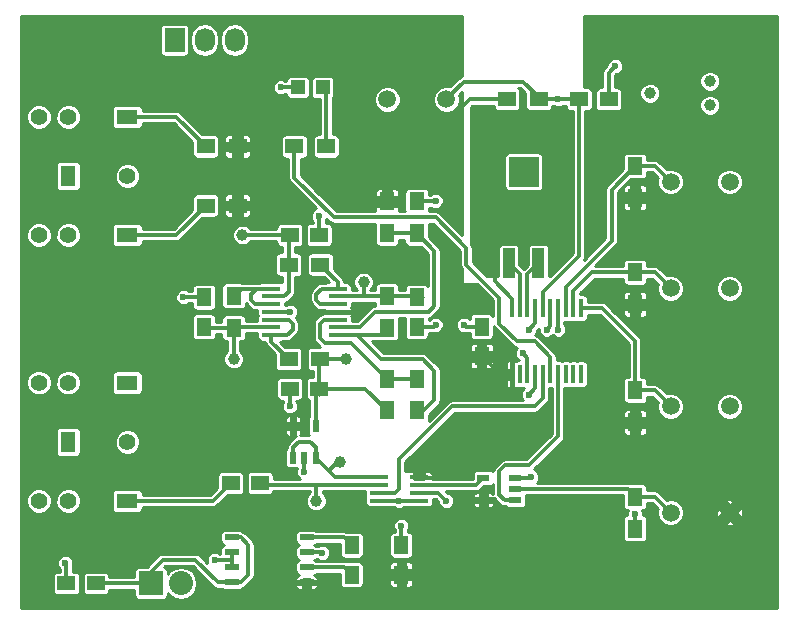
<source format=gbr>
G04 #@! TF.FileFunction,Copper,L1,Top,Signal*
%FSLAX46Y46*%
G04 Gerber Fmt 4.6, Leading zero omitted, Abs format (unit mm)*
G04 Created by KiCad (PCBNEW 4.0.6) date 03/10/17 18:24:38*
%MOMM*%
%LPD*%
G01*
G04 APERTURE LIST*
%ADD10C,0.150000*%
%ADD11R,1.250000X1.500000*%
%ADD12R,1.500000X1.250000*%
%ADD13R,1.198880X1.198880*%
%ADD14R,1.727200X2.032000*%
%ADD15O,1.727200X2.032000*%
%ADD16C,1.000000*%
%ADD17R,1.300000X1.500000*%
%ADD18R,1.500000X1.300000*%
%ADD19C,1.500000*%
%ADD20R,1.600000X0.350000*%
%ADD21R,0.600000X1.050000*%
%ADD22R,1.600000X0.300000*%
%ADD23R,0.350000X1.600000*%
%ADD24R,1.050000X0.600000*%
%ADD25R,2.500000X2.500000*%
%ADD26R,1.000000X2.500000*%
%ADD27R,2.032000X2.032000*%
%ADD28O,2.032000X2.032000*%
%ADD29R,1.143000X0.508000*%
%ADD30C,1.400000*%
%ADD31R,1.300000X1.800000*%
%ADD32R,1.800000X1.300000*%
%ADD33C,0.600000*%
%ADD34C,0.300000*%
%ADD35C,0.250000*%
%ADD36C,0.254000*%
G04 APERTURE END LIST*
D10*
D11*
X169000000Y-65250000D03*
X169000000Y-67750000D03*
D12*
X158250000Y-60000000D03*
X160750000Y-60000000D03*
D11*
X151000000Y-65250000D03*
X151000000Y-67750000D03*
D12*
X158250000Y-73000000D03*
X160750000Y-73000000D03*
X153250000Y-81000000D03*
X155750000Y-81000000D03*
D11*
X174500000Y-70250000D03*
X174500000Y-67750000D03*
D12*
X182750000Y-48500000D03*
X185250000Y-48500000D03*
D13*
X161049020Y-47500000D03*
X158950980Y-47500000D03*
D14*
X148500000Y-43500000D03*
D15*
X151040000Y-43500000D03*
X153580000Y-43500000D03*
D16*
X193810000Y-49016000D03*
X193810000Y-46984000D03*
X188730000Y-48000000D03*
X188730000Y-48000000D03*
X193810000Y-46984000D03*
X193810000Y-49016000D03*
D17*
X166500000Y-65150000D03*
X166500000Y-67850000D03*
D18*
X158150000Y-62500000D03*
X160850000Y-62500000D03*
D17*
X153500000Y-65150000D03*
X153500000Y-67850000D03*
D18*
X158150000Y-70500000D03*
X160850000Y-70500000D03*
D17*
X166500000Y-57150000D03*
X166500000Y-59850000D03*
X169000000Y-57150000D03*
X169000000Y-59850000D03*
D18*
X176650000Y-48500000D03*
X179350000Y-48500000D03*
D17*
X187500000Y-73150000D03*
X187500000Y-75850000D03*
X187500000Y-63150000D03*
X187500000Y-65850000D03*
X187500000Y-54150000D03*
X187500000Y-56850000D03*
D18*
X161350000Y-52500000D03*
X158650000Y-52500000D03*
D17*
X187500000Y-84850000D03*
X187500000Y-82150000D03*
D18*
X151150000Y-57500000D03*
X153850000Y-57500000D03*
X151150000Y-52500000D03*
X153850000Y-52500000D03*
D17*
X166500000Y-72150000D03*
X166500000Y-74850000D03*
X169000000Y-72150000D03*
X169000000Y-74850000D03*
D19*
X195500000Y-74500000D03*
X190500000Y-74500000D03*
X195500000Y-64500000D03*
X190500000Y-64500000D03*
X195500000Y-55500000D03*
X190500000Y-55500000D03*
X195500000Y-83500000D03*
X190500000Y-83500000D03*
X166500000Y-48500000D03*
X171500000Y-48500000D03*
D20*
X162300000Y-68450000D03*
X162300000Y-67800000D03*
X162300000Y-67150000D03*
X162300000Y-66500000D03*
X162300000Y-65850000D03*
X162300000Y-65200000D03*
X162300000Y-64550000D03*
X156700000Y-64550000D03*
X156700000Y-65200000D03*
X156700000Y-65850000D03*
X156700000Y-66500000D03*
X156700000Y-67150000D03*
X156700000Y-67800000D03*
X156700000Y-68450000D03*
D21*
X158550000Y-76150000D03*
X160450000Y-76150000D03*
X158550000Y-78850000D03*
X159500000Y-78850000D03*
X160450000Y-78850000D03*
D22*
X165800000Y-80525000D03*
X165800000Y-81175000D03*
X165800000Y-81825000D03*
X165800000Y-82475000D03*
X169200000Y-82475000D03*
X169200000Y-81825000D03*
X169200000Y-81175000D03*
X169200000Y-80525000D03*
D23*
X177075000Y-71800000D03*
X177725000Y-71800000D03*
X178375000Y-71800000D03*
X179025000Y-71800000D03*
X179675000Y-71800000D03*
X180325000Y-71800000D03*
X180975000Y-71800000D03*
X181625000Y-71800000D03*
X182275000Y-71800000D03*
X182925000Y-71800000D03*
X182925000Y-66200000D03*
X182275000Y-66200000D03*
X181625000Y-66200000D03*
X180975000Y-66200000D03*
X180325000Y-66200000D03*
X179675000Y-66200000D03*
X179025000Y-66200000D03*
X178375000Y-66200000D03*
X177725000Y-66200000D03*
X177075000Y-66200000D03*
D24*
X174650000Y-82450000D03*
X174650000Y-80550000D03*
X177350000Y-82450000D03*
X177350000Y-81500000D03*
X177350000Y-80550000D03*
D25*
X178050000Y-54625000D03*
D26*
X179300000Y-62375000D03*
X176800000Y-62375000D03*
D12*
X139350000Y-89500000D03*
X141850000Y-89500000D03*
D11*
X163500000Y-86250000D03*
X163500000Y-88750000D03*
X167700000Y-86250000D03*
X167700000Y-88750000D03*
D27*
X146500000Y-89500000D03*
D28*
X149040000Y-89500000D03*
D29*
X153325000Y-89405000D03*
X153325000Y-88135000D03*
X153325000Y-86865000D03*
X153325000Y-85595000D03*
X159675000Y-85595000D03*
X159675000Y-86865000D03*
X159675000Y-88135000D03*
X159675000Y-89405000D03*
D30*
X137000000Y-50000000D03*
X139500000Y-50000000D03*
X137000000Y-60000000D03*
X139500000Y-60000000D03*
X144500000Y-55000000D03*
D31*
X139500000Y-55000000D03*
D32*
X144500000Y-60000000D03*
X144500000Y-50000000D03*
D30*
X137000000Y-72500000D03*
X139500000Y-72500000D03*
X137000000Y-82500000D03*
X139500000Y-82500000D03*
X144500000Y-77500000D03*
D31*
X139500000Y-77500000D03*
D32*
X144500000Y-82500000D03*
X144500000Y-72500000D03*
D16*
X164500000Y-64000000D03*
X154250000Y-60000000D03*
X153500000Y-70500000D03*
X163000000Y-70500000D03*
X162500000Y-79250000D03*
X160500000Y-82500000D03*
D33*
X149250000Y-65250000D03*
X158250000Y-74500000D03*
X139250000Y-87750000D03*
X167700000Y-84600000D03*
X151900000Y-87500000D03*
X161000000Y-86900000D03*
X174400000Y-50200000D03*
X174400000Y-57300000D03*
X181500000Y-50200000D03*
X181500000Y-57300000D03*
X158300000Y-66500000D03*
X170600000Y-67600000D03*
X185800000Y-45700000D03*
X173000000Y-67600000D03*
X187500000Y-83600000D03*
X178700000Y-80500000D03*
X167500000Y-82475000D03*
X159500000Y-80100000D03*
X160700000Y-58400000D03*
X170600000Y-57100000D03*
X157500000Y-47500000D03*
X173000000Y-73000000D03*
X173000000Y-76000000D03*
X180000000Y-76000000D03*
X182000000Y-76000000D03*
X187300000Y-48600000D03*
X181000000Y-48500000D03*
X171500000Y-82500000D03*
X181000000Y-68000000D03*
X180000000Y-68000000D03*
X178500000Y-73500000D03*
X178000000Y-70000000D03*
X178500000Y-68000000D03*
D34*
X178050000Y-54625000D02*
X178125000Y-54625000D01*
X164500000Y-64000000D02*
X164500000Y-65200000D01*
X166500000Y-65150000D02*
X168900000Y-65150000D01*
D35*
X168900000Y-65150000D02*
X169000000Y-65250000D01*
X169400000Y-65150000D02*
X169500000Y-65250000D01*
D34*
X162300000Y-65200000D02*
X164500000Y-65200000D01*
X164500000Y-65200000D02*
X166450000Y-65200000D01*
D35*
X166450000Y-65200000D02*
X166500000Y-65150000D01*
D34*
X151000000Y-65250000D02*
X149250000Y-65250000D01*
X158250000Y-73000000D02*
X158250000Y-74500000D01*
X139350000Y-89500000D02*
X139350000Y-87850000D01*
X139350000Y-87850000D02*
X139250000Y-87750000D01*
X167700000Y-86250000D02*
X167700000Y-84600000D01*
X153325000Y-87500000D02*
X151900000Y-87500000D01*
X153325000Y-88135000D02*
X153325000Y-87500000D01*
X153325000Y-87500000D02*
X153325000Y-86865000D01*
X159675000Y-86865000D02*
X160965000Y-86865000D01*
X160965000Y-86865000D02*
X161000000Y-86900000D01*
X181500000Y-50200000D02*
X174400000Y-50200000D01*
X174400000Y-50200000D02*
X174400000Y-57300000D01*
X174400000Y-57300000D02*
X175600000Y-57300000D01*
X175600000Y-57300000D02*
X181500000Y-57300000D01*
X177075000Y-65375000D02*
X175600000Y-63900000D01*
X175600000Y-63900000D02*
X175600000Y-57300000D01*
X177075000Y-65375000D02*
X177075000Y-66200000D01*
X156700000Y-66500000D02*
X158300000Y-66500000D01*
X169000000Y-67750000D02*
X170450000Y-67750000D01*
X170450000Y-67750000D02*
X170600000Y-67600000D01*
X185250000Y-48500000D02*
X185250000Y-46250000D01*
X185250000Y-46250000D02*
X185800000Y-45700000D01*
X174500000Y-67750000D02*
X173150000Y-67750000D01*
X173150000Y-67750000D02*
X173000000Y-67600000D01*
X187500000Y-84850000D02*
X187500000Y-83600000D01*
X177350000Y-80550000D02*
X178650000Y-80550000D01*
X178650000Y-80550000D02*
X178700000Y-80500000D01*
X165800000Y-82475000D02*
X167500000Y-82475000D01*
X167500000Y-82475000D02*
X169200000Y-82475000D01*
X159500000Y-78850000D02*
X159500000Y-80100000D01*
X160750000Y-60000000D02*
X160750000Y-58450000D01*
X160750000Y-58450000D02*
X160700000Y-58400000D01*
X169000000Y-57150000D02*
X170550000Y-57150000D01*
X170550000Y-57150000D02*
X170600000Y-57100000D01*
X158950980Y-47500000D02*
X157500000Y-47500000D01*
X158250000Y-60000000D02*
X154250000Y-60000000D01*
X158150000Y-62500000D02*
X158150000Y-60100000D01*
D35*
X158150000Y-60100000D02*
X158250000Y-60000000D01*
D34*
X156700000Y-65200000D02*
X157800000Y-65200000D01*
X158150000Y-64850000D02*
X158150000Y-62500000D01*
X157800000Y-65200000D02*
X158150000Y-64850000D01*
D35*
X158150000Y-59600000D02*
X158250000Y-59500000D01*
D34*
X144500000Y-82500000D02*
X151750000Y-82500000D01*
X151750000Y-82500000D02*
X153250000Y-81000000D01*
X160500000Y-82500000D02*
X160500000Y-81175000D01*
X160500000Y-81175000D02*
X160500000Y-81250000D01*
X160500000Y-81250000D02*
X160500000Y-81175000D01*
X165800000Y-81175000D02*
X160500000Y-81175000D01*
X160500000Y-81175000D02*
X155925000Y-81175000D01*
X155925000Y-81175000D02*
X155750000Y-81000000D01*
X176650000Y-48500000D02*
X173500000Y-48500000D01*
X173500000Y-48500000D02*
X172000000Y-50000000D01*
X187500000Y-75850000D02*
X182150000Y-75850000D01*
X176000000Y-76000000D02*
X173000000Y-76000000D01*
X180000000Y-76000000D02*
X176000000Y-76000000D01*
X182150000Y-75850000D02*
X182000000Y-76000000D01*
X177075000Y-71800000D02*
X176050000Y-71800000D01*
X176050000Y-71800000D02*
X174500000Y-70250000D01*
X179350000Y-48500000D02*
X181000000Y-48500000D01*
X181000000Y-48500000D02*
X182750000Y-48500000D01*
X179675000Y-66200000D02*
X179675000Y-64825000D01*
X179675000Y-64825000D02*
X182750000Y-61750000D01*
X182750000Y-61750000D02*
X182750000Y-48500000D01*
X179350000Y-48500000D02*
X179350000Y-48350000D01*
X179350000Y-48350000D02*
X178000000Y-47000000D01*
X173000000Y-47000000D02*
X171500000Y-48500000D01*
X178000000Y-47000000D02*
X173000000Y-47000000D01*
X161350000Y-52500000D02*
X161350000Y-47800980D01*
X161350000Y-47800980D02*
X161049020Y-47500000D01*
X169200000Y-81825000D02*
X170825000Y-81825000D01*
X170825000Y-81825000D02*
X171500000Y-82500000D01*
X144500000Y-60000000D02*
X148650000Y-60000000D01*
X148650000Y-60000000D02*
X151150000Y-57500000D01*
X180975000Y-67975000D02*
X181000000Y-68000000D01*
X180975000Y-66200000D02*
X180975000Y-67975000D01*
X144500000Y-50000000D02*
X148650000Y-50000000D01*
X148650000Y-50000000D02*
X151150000Y-52500000D01*
X180325000Y-67675000D02*
X180000000Y-68000000D01*
X180325000Y-66200000D02*
X180325000Y-67675000D01*
X179025000Y-72975000D02*
X178500000Y-73500000D01*
X179025000Y-71800000D02*
X179025000Y-72975000D01*
X178375000Y-70375000D02*
X178000000Y-70000000D01*
X178375000Y-71800000D02*
X178375000Y-70375000D01*
X179025000Y-67475000D02*
X178500000Y-68000000D01*
X179025000Y-66200000D02*
X179025000Y-67475000D01*
X169500000Y-70500000D02*
X166000000Y-70500000D01*
X170500000Y-71500000D02*
X169500000Y-70500000D01*
X170500000Y-74000000D02*
X170500000Y-71500000D01*
X169650000Y-74850000D02*
X170500000Y-74000000D01*
X166000000Y-70500000D02*
X163950000Y-68450000D01*
X169000000Y-74850000D02*
X169650000Y-74850000D01*
X162300000Y-68450000D02*
X163950000Y-68450000D01*
X163950000Y-68450000D02*
X165900000Y-68450000D01*
X165900000Y-68450000D02*
X166500000Y-67850000D01*
X162300000Y-65850000D02*
X160850000Y-65850000D01*
X160950000Y-64550000D02*
X160500000Y-65000000D01*
X160950000Y-64550000D02*
X162300000Y-64550000D01*
X160500000Y-65500000D02*
X160500000Y-65000000D01*
X160850000Y-65850000D02*
X160500000Y-65500000D01*
X162300000Y-64550000D02*
X162300000Y-63950000D01*
X162300000Y-63950000D02*
X160850000Y-62500000D01*
X182925000Y-66200000D02*
X184700000Y-66200000D01*
X187500000Y-69000000D02*
X187500000Y-73150000D01*
X184700000Y-66200000D02*
X187500000Y-69000000D01*
X187500000Y-73150000D02*
X189150000Y-73150000D01*
X189150000Y-73150000D02*
X190500000Y-74500000D01*
X182275000Y-66200000D02*
X182275000Y-64725000D01*
X183850000Y-63150000D02*
X187500000Y-63150000D01*
X182275000Y-64725000D02*
X183850000Y-63150000D01*
X187500000Y-63150000D02*
X189150000Y-63150000D01*
X189150000Y-63150000D02*
X190500000Y-64500000D01*
X181625000Y-66200000D02*
X181625000Y-64375000D01*
X185500000Y-56150000D02*
X187500000Y-54150000D01*
X185500000Y-60500000D02*
X185500000Y-56150000D01*
X181625000Y-64375000D02*
X185500000Y-60500000D01*
X187500000Y-54150000D02*
X189150000Y-54150000D01*
X189150000Y-54150000D02*
X190500000Y-55500000D01*
X176000000Y-65300000D02*
X173200000Y-62500000D01*
X180325000Y-71800000D02*
X180325000Y-70325000D01*
X177500000Y-69000000D02*
X176000000Y-67500000D01*
X179000000Y-69000000D02*
X177500000Y-69000000D01*
X180325000Y-70325000D02*
X179000000Y-69000000D01*
X176000000Y-67500000D02*
X176000000Y-65300000D01*
X173200000Y-61100000D02*
X170600000Y-58500000D01*
X173200000Y-62500000D02*
X173200000Y-61100000D01*
X158650000Y-55150000D02*
X162000000Y-58500000D01*
X162000000Y-58500000D02*
X170600000Y-58500000D01*
X158650000Y-55150000D02*
X158650000Y-52500000D01*
X177350000Y-81500000D02*
X186850000Y-81500000D01*
X186850000Y-81500000D02*
X187500000Y-82150000D01*
X187500000Y-82150000D02*
X189150000Y-82150000D01*
X189150000Y-82150000D02*
X190500000Y-83500000D01*
X169000000Y-72150000D02*
X166500000Y-72150000D01*
X162300000Y-67150000D02*
X161150000Y-67150000D01*
X163450000Y-69100000D02*
X166500000Y-72150000D01*
X161200000Y-69100000D02*
X163450000Y-69100000D01*
X160800000Y-68700000D02*
X161200000Y-69100000D01*
X160800000Y-67500000D02*
X160800000Y-68700000D01*
X161150000Y-67150000D02*
X160800000Y-67500000D01*
X162500000Y-79250000D02*
X162250000Y-79250000D01*
X162250000Y-79250000D02*
X161550000Y-79950000D01*
X165800000Y-80525000D02*
X162125000Y-80525000D01*
X162125000Y-80525000D02*
X161550000Y-79950000D01*
X161550000Y-79950000D02*
X160450000Y-78850000D01*
X158550000Y-78850000D02*
X158550000Y-77950000D01*
X160450000Y-77950000D02*
X160000000Y-77500000D01*
X160450000Y-77950000D02*
X160450000Y-78850000D01*
X159000000Y-77500000D02*
X160000000Y-77500000D01*
X158550000Y-77950000D02*
X159000000Y-77500000D01*
X165800000Y-81825000D02*
X167175000Y-81825000D01*
X179675000Y-73825000D02*
X179000000Y-74500000D01*
X179000000Y-74500000D02*
X172000000Y-74500000D01*
X172000000Y-74500000D02*
X167500000Y-79000000D01*
X179675000Y-73825000D02*
X179675000Y-71800000D01*
X167500000Y-81500000D02*
X167500000Y-79000000D01*
X167175000Y-81825000D02*
X167500000Y-81500000D01*
X169200000Y-81175000D02*
X174025000Y-81175000D01*
X174025000Y-81175000D02*
X174650000Y-80550000D01*
X180975000Y-71800000D02*
X180975000Y-77025000D01*
X176450000Y-82450000D02*
X176000000Y-82000000D01*
X176000000Y-82000000D02*
X176000000Y-80000000D01*
X176000000Y-80000000D02*
X176500000Y-79500000D01*
X176500000Y-79500000D02*
X178500000Y-79500000D01*
X176450000Y-82450000D02*
X177350000Y-82450000D01*
X180975000Y-77025000D02*
X178500000Y-79500000D01*
X178375000Y-66200000D02*
X178375000Y-63300000D01*
X178375000Y-63300000D02*
X179300000Y-62375000D01*
X177725000Y-66200000D02*
X177725000Y-63300000D01*
X177725000Y-63300000D02*
X176800000Y-62375000D01*
X162300000Y-67800000D02*
X164200000Y-67800000D01*
X170500000Y-61350000D02*
X169000000Y-59850000D01*
X170500000Y-66000000D02*
X170500000Y-61350000D01*
X170000000Y-66500000D02*
X170500000Y-66000000D01*
X165500000Y-66500000D02*
X170000000Y-66500000D01*
X164200000Y-67800000D02*
X165500000Y-66500000D01*
X166500000Y-59850000D02*
X169000000Y-59850000D01*
X153500000Y-70500000D02*
X153500000Y-67850000D01*
X153500000Y-67850000D02*
X151100000Y-67850000D01*
X151100000Y-67850000D02*
X151000000Y-67750000D01*
X156700000Y-67800000D02*
X153550000Y-67800000D01*
D35*
X153550000Y-67800000D02*
X153500000Y-67850000D01*
X153400000Y-67750000D02*
X153500000Y-67850000D01*
D34*
X160850000Y-70500000D02*
X163000000Y-70500000D01*
X160450000Y-76150000D02*
X160450000Y-73300000D01*
D35*
X160450000Y-73300000D02*
X160750000Y-73000000D01*
X166150000Y-75200000D02*
X166500000Y-74850000D01*
D34*
X160750000Y-73000000D02*
X164650000Y-73000000D01*
X164650000Y-73000000D02*
X166500000Y-74850000D01*
X160750000Y-73000000D02*
X160750000Y-70600000D01*
D35*
X160750000Y-70600000D02*
X160850000Y-70500000D01*
X160850000Y-73400000D02*
X160750000Y-73500000D01*
D34*
X155500000Y-64550000D02*
X154100000Y-64550000D01*
D35*
X154100000Y-64550000D02*
X153500000Y-65150000D01*
D34*
X156700000Y-64550000D02*
X155500000Y-64550000D01*
D35*
X155500000Y-64550000D02*
X155450000Y-64550000D01*
D34*
X155350000Y-65850000D02*
X155000000Y-65500000D01*
X155350000Y-65850000D02*
X156700000Y-65850000D01*
X155000000Y-65000000D02*
X155000000Y-65500000D01*
X155450000Y-64550000D02*
X155000000Y-65000000D01*
X156700000Y-67150000D02*
X158150000Y-67150000D01*
X158050000Y-68450000D02*
X158500000Y-68000000D01*
X158050000Y-68450000D02*
X156700000Y-68450000D01*
X158500000Y-67500000D02*
X158500000Y-68000000D01*
X158150000Y-67150000D02*
X158500000Y-67500000D01*
X156700000Y-68450000D02*
X156700000Y-69050000D01*
X156700000Y-69050000D02*
X158150000Y-70500000D01*
X146500000Y-89500000D02*
X146500000Y-88500000D01*
X146500000Y-88500000D02*
X147500000Y-87500000D01*
X152155000Y-89405000D02*
X153325000Y-89405000D01*
X150250000Y-87500000D02*
X152155000Y-89405000D01*
X147500000Y-87500000D02*
X150250000Y-87500000D01*
X146500000Y-89500000D02*
X141850000Y-89500000D01*
X153325000Y-85595000D02*
X154095000Y-85595000D01*
X154095000Y-85595000D02*
X154750000Y-86250000D01*
X154750000Y-86250000D02*
X154750000Y-88750000D01*
X154095000Y-89405000D02*
X153325000Y-89405000D01*
X154095000Y-89405000D02*
X154750000Y-88750000D01*
X159675000Y-85595000D02*
X162845000Y-85595000D01*
X162845000Y-85595000D02*
X163500000Y-86250000D01*
X159675000Y-88135000D02*
X162885000Y-88135000D01*
X162885000Y-88135000D02*
X163500000Y-88750000D01*
D36*
G36*
X178211536Y-47962484D02*
X178211536Y-49150000D01*
X178238103Y-49291190D01*
X178321546Y-49420865D01*
X178448866Y-49507859D01*
X178600000Y-49538464D01*
X180100000Y-49538464D01*
X180241190Y-49511897D01*
X180370865Y-49428454D01*
X180457859Y-49301134D01*
X180488464Y-49150000D01*
X180488464Y-49031000D01*
X180567834Y-49031000D01*
X180613741Y-49076987D01*
X180863946Y-49180882D01*
X181134865Y-49181118D01*
X181385252Y-49077661D01*
X181431994Y-49031000D01*
X181611536Y-49031000D01*
X181611536Y-49125000D01*
X181638103Y-49266190D01*
X181721546Y-49395865D01*
X181848866Y-49482859D01*
X182000000Y-49513464D01*
X182219000Y-49513464D01*
X182219000Y-61530053D01*
X180276052Y-63473000D01*
X180188464Y-63473000D01*
X180188464Y-61125000D01*
X180161897Y-60983810D01*
X180078454Y-60854135D01*
X179951134Y-60767141D01*
X179800000Y-60736536D01*
X178800000Y-60736536D01*
X178658810Y-60763103D01*
X178529135Y-60846546D01*
X178442141Y-60973866D01*
X178411536Y-61125000D01*
X178411536Y-62512516D01*
X178050000Y-62874052D01*
X177688464Y-62512517D01*
X177688464Y-61125000D01*
X177661897Y-60983810D01*
X177578454Y-60854135D01*
X177451134Y-60767141D01*
X177300000Y-60736536D01*
X176300000Y-60736536D01*
X176158810Y-60763103D01*
X176029135Y-60846546D01*
X175942141Y-60973866D01*
X175911536Y-61125000D01*
X175911536Y-63473000D01*
X174923948Y-63473000D01*
X173731000Y-62280052D01*
X173731000Y-61100000D01*
X173690580Y-60896795D01*
X173627000Y-60801640D01*
X173627000Y-53375000D01*
X176411536Y-53375000D01*
X176411536Y-55875000D01*
X176438103Y-56016190D01*
X176521546Y-56145865D01*
X176648866Y-56232859D01*
X176800000Y-56263464D01*
X179300000Y-56263464D01*
X179441190Y-56236897D01*
X179570865Y-56153454D01*
X179657859Y-56026134D01*
X179688464Y-55875000D01*
X179688464Y-53375000D01*
X179661897Y-53233810D01*
X179578454Y-53104135D01*
X179451134Y-53017141D01*
X179300000Y-52986536D01*
X176800000Y-52986536D01*
X176658810Y-53013103D01*
X176529135Y-53096546D01*
X176442141Y-53223866D01*
X176411536Y-53375000D01*
X173627000Y-53375000D01*
X173627000Y-49123947D01*
X173719947Y-49031000D01*
X175511536Y-49031000D01*
X175511536Y-49150000D01*
X175538103Y-49291190D01*
X175621546Y-49420865D01*
X175748866Y-49507859D01*
X175900000Y-49538464D01*
X177400000Y-49538464D01*
X177541190Y-49511897D01*
X177670865Y-49428454D01*
X177757859Y-49301134D01*
X177788464Y-49150000D01*
X177788464Y-47850000D01*
X177761897Y-47708810D01*
X177678454Y-47579135D01*
X177608006Y-47531000D01*
X177780052Y-47531000D01*
X178211536Y-47962484D01*
X178211536Y-47962484D01*
G37*
X178211536Y-47962484D02*
X178211536Y-49150000D01*
X178238103Y-49291190D01*
X178321546Y-49420865D01*
X178448866Y-49507859D01*
X178600000Y-49538464D01*
X180100000Y-49538464D01*
X180241190Y-49511897D01*
X180370865Y-49428454D01*
X180457859Y-49301134D01*
X180488464Y-49150000D01*
X180488464Y-49031000D01*
X180567834Y-49031000D01*
X180613741Y-49076987D01*
X180863946Y-49180882D01*
X181134865Y-49181118D01*
X181385252Y-49077661D01*
X181431994Y-49031000D01*
X181611536Y-49031000D01*
X181611536Y-49125000D01*
X181638103Y-49266190D01*
X181721546Y-49395865D01*
X181848866Y-49482859D01*
X182000000Y-49513464D01*
X182219000Y-49513464D01*
X182219000Y-61530053D01*
X180276052Y-63473000D01*
X180188464Y-63473000D01*
X180188464Y-61125000D01*
X180161897Y-60983810D01*
X180078454Y-60854135D01*
X179951134Y-60767141D01*
X179800000Y-60736536D01*
X178800000Y-60736536D01*
X178658810Y-60763103D01*
X178529135Y-60846546D01*
X178442141Y-60973866D01*
X178411536Y-61125000D01*
X178411536Y-62512516D01*
X178050000Y-62874052D01*
X177688464Y-62512517D01*
X177688464Y-61125000D01*
X177661897Y-60983810D01*
X177578454Y-60854135D01*
X177451134Y-60767141D01*
X177300000Y-60736536D01*
X176300000Y-60736536D01*
X176158810Y-60763103D01*
X176029135Y-60846546D01*
X175942141Y-60973866D01*
X175911536Y-61125000D01*
X175911536Y-63473000D01*
X174923948Y-63473000D01*
X173731000Y-62280052D01*
X173731000Y-61100000D01*
X173690580Y-60896795D01*
X173627000Y-60801640D01*
X173627000Y-53375000D01*
X176411536Y-53375000D01*
X176411536Y-55875000D01*
X176438103Y-56016190D01*
X176521546Y-56145865D01*
X176648866Y-56232859D01*
X176800000Y-56263464D01*
X179300000Y-56263464D01*
X179441190Y-56236897D01*
X179570865Y-56153454D01*
X179657859Y-56026134D01*
X179688464Y-55875000D01*
X179688464Y-53375000D01*
X179661897Y-53233810D01*
X179578454Y-53104135D01*
X179451134Y-53017141D01*
X179300000Y-52986536D01*
X176800000Y-52986536D01*
X176658810Y-53013103D01*
X176529135Y-53096546D01*
X176442141Y-53223866D01*
X176411536Y-53375000D01*
X173627000Y-53375000D01*
X173627000Y-49123947D01*
X173719947Y-49031000D01*
X175511536Y-49031000D01*
X175511536Y-49150000D01*
X175538103Y-49291190D01*
X175621546Y-49420865D01*
X175748866Y-49507859D01*
X175900000Y-49538464D01*
X177400000Y-49538464D01*
X177541190Y-49511897D01*
X177670865Y-49428454D01*
X177757859Y-49301134D01*
X177788464Y-49150000D01*
X177788464Y-47850000D01*
X177761897Y-47708810D01*
X177678454Y-47579135D01*
X177608006Y-47531000D01*
X177780052Y-47531000D01*
X178211536Y-47962484D01*
G36*
X172873000Y-46494262D02*
X172796795Y-46509420D01*
X172624526Y-46624526D01*
X172624524Y-46624529D01*
X171834702Y-47414351D01*
X171725957Y-47369196D01*
X171276017Y-47368804D01*
X170860177Y-47540625D01*
X170541744Y-47858503D01*
X170369196Y-48274043D01*
X170368804Y-48723983D01*
X170540625Y-49139823D01*
X170858503Y-49458256D01*
X171274043Y-49630804D01*
X171723983Y-49631196D01*
X172139823Y-49459375D01*
X172458256Y-49141497D01*
X172630804Y-48725957D01*
X172631196Y-48276017D01*
X172585507Y-48165441D01*
X172873000Y-47877948D01*
X172873000Y-60022052D01*
X170975474Y-58124526D01*
X170803205Y-58009420D01*
X170600000Y-57969000D01*
X170024491Y-57969000D01*
X170038464Y-57900000D01*
X170038464Y-57681000D01*
X170223405Y-57681000D01*
X170463946Y-57780882D01*
X170734865Y-57781118D01*
X170985252Y-57677661D01*
X171176987Y-57486259D01*
X171280882Y-57236054D01*
X171281118Y-56965135D01*
X171177661Y-56714748D01*
X170986259Y-56523013D01*
X170736054Y-56419118D01*
X170465135Y-56418882D01*
X170214748Y-56522339D01*
X170117919Y-56619000D01*
X170038464Y-56619000D01*
X170038464Y-56400000D01*
X170011897Y-56258810D01*
X169928454Y-56129135D01*
X169801134Y-56042141D01*
X169650000Y-56011536D01*
X168350000Y-56011536D01*
X168208810Y-56038103D01*
X168079135Y-56121546D01*
X167992141Y-56248866D01*
X167961536Y-56400000D01*
X167961536Y-57900000D01*
X167974519Y-57969000D01*
X167531000Y-57969000D01*
X167531000Y-57620250D01*
X167435750Y-57525000D01*
X166825000Y-57525000D01*
X166825000Y-57678000D01*
X166175000Y-57678000D01*
X166175000Y-57525000D01*
X165564250Y-57525000D01*
X165469000Y-57620250D01*
X165469000Y-57969000D01*
X162219947Y-57969000D01*
X160575162Y-56324214D01*
X165469000Y-56324214D01*
X165469000Y-56679750D01*
X165564250Y-56775000D01*
X166175000Y-56775000D01*
X166175000Y-56114250D01*
X166825000Y-56114250D01*
X166825000Y-56775000D01*
X167435750Y-56775000D01*
X167531000Y-56679750D01*
X167531000Y-56324214D01*
X167472996Y-56184180D01*
X167365819Y-56077004D01*
X167225785Y-56019000D01*
X166920250Y-56019000D01*
X166825000Y-56114250D01*
X166175000Y-56114250D01*
X166079750Y-56019000D01*
X165774215Y-56019000D01*
X165634181Y-56077004D01*
X165527004Y-56184180D01*
X165469000Y-56324214D01*
X160575162Y-56324214D01*
X159181000Y-54930052D01*
X159181000Y-53538464D01*
X159400000Y-53538464D01*
X159541190Y-53511897D01*
X159670865Y-53428454D01*
X159757859Y-53301134D01*
X159788464Y-53150000D01*
X159788464Y-51850000D01*
X159761897Y-51708810D01*
X159678454Y-51579135D01*
X159551134Y-51492141D01*
X159400000Y-51461536D01*
X157900000Y-51461536D01*
X157758810Y-51488103D01*
X157629135Y-51571546D01*
X157542141Y-51698866D01*
X157511536Y-51850000D01*
X157511536Y-53150000D01*
X157538103Y-53291190D01*
X157621546Y-53420865D01*
X157748866Y-53507859D01*
X157900000Y-53538464D01*
X158119000Y-53538464D01*
X158119000Y-55150000D01*
X158159420Y-55353205D01*
X158274526Y-55525474D01*
X160496354Y-57747301D01*
X160314748Y-57822339D01*
X160123013Y-58013741D01*
X160019118Y-58263946D01*
X160018882Y-58534865D01*
X160122339Y-58785252D01*
X160219000Y-58882081D01*
X160219000Y-58986536D01*
X160000000Y-58986536D01*
X159858810Y-59013103D01*
X159729135Y-59096546D01*
X159642141Y-59223866D01*
X159611536Y-59375000D01*
X159611536Y-60625000D01*
X159638103Y-60766190D01*
X159721546Y-60895865D01*
X159848866Y-60982859D01*
X160000000Y-61013464D01*
X161500000Y-61013464D01*
X161641190Y-60986897D01*
X161770865Y-60903454D01*
X161857859Y-60776134D01*
X161888464Y-60625000D01*
X161888464Y-59375000D01*
X161861897Y-59233810D01*
X161778454Y-59104135D01*
X161651134Y-59017141D01*
X161500000Y-58986536D01*
X161281000Y-58986536D01*
X161281000Y-58776595D01*
X161352781Y-58603728D01*
X161624524Y-58875471D01*
X161624526Y-58875474D01*
X161776452Y-58976987D01*
X161796795Y-58990580D01*
X162000000Y-59031000D01*
X165475509Y-59031000D01*
X165461536Y-59100000D01*
X165461536Y-60600000D01*
X165488103Y-60741190D01*
X165571546Y-60870865D01*
X165698866Y-60957859D01*
X165850000Y-60988464D01*
X167150000Y-60988464D01*
X167291190Y-60961897D01*
X167420865Y-60878454D01*
X167507859Y-60751134D01*
X167538464Y-60600000D01*
X167538464Y-60381000D01*
X167961536Y-60381000D01*
X167961536Y-60600000D01*
X167988103Y-60741190D01*
X168071546Y-60870865D01*
X168198866Y-60957859D01*
X168350000Y-60988464D01*
X169387517Y-60988464D01*
X169969000Y-61569947D01*
X169969000Y-64330997D01*
X169903454Y-64229135D01*
X169776134Y-64142141D01*
X169625000Y-64111536D01*
X168375000Y-64111536D01*
X168233810Y-64138103D01*
X168104135Y-64221546D01*
X168017141Y-64348866D01*
X167986536Y-64500000D01*
X167986536Y-64619000D01*
X167538464Y-64619000D01*
X167538464Y-64400000D01*
X167511897Y-64258810D01*
X167428454Y-64129135D01*
X167301134Y-64042141D01*
X167150000Y-64011536D01*
X165850000Y-64011536D01*
X165708810Y-64038103D01*
X165579135Y-64121546D01*
X165492141Y-64248866D01*
X165461536Y-64400000D01*
X165461536Y-64669000D01*
X165076843Y-64669000D01*
X165246440Y-64499698D01*
X165380847Y-64176011D01*
X165381153Y-63825527D01*
X165247311Y-63501605D01*
X164999698Y-63253560D01*
X164676011Y-63119153D01*
X164325527Y-63118847D01*
X164001605Y-63252689D01*
X163753560Y-63500302D01*
X163619153Y-63823989D01*
X163618847Y-64174473D01*
X163752689Y-64498395D01*
X163922997Y-64669000D01*
X163488464Y-64669000D01*
X163488464Y-64375000D01*
X163461897Y-64233810D01*
X163378454Y-64104135D01*
X163251134Y-64017141D01*
X163100000Y-63986536D01*
X162831000Y-63986536D01*
X162831000Y-63950005D01*
X162831001Y-63950000D01*
X162790580Y-63746795D01*
X162742925Y-63675474D01*
X162675474Y-63574526D01*
X162675471Y-63574524D01*
X161988464Y-62887517D01*
X161988464Y-61850000D01*
X161961897Y-61708810D01*
X161878454Y-61579135D01*
X161751134Y-61492141D01*
X161600000Y-61461536D01*
X160100000Y-61461536D01*
X159958810Y-61488103D01*
X159829135Y-61571546D01*
X159742141Y-61698866D01*
X159711536Y-61850000D01*
X159711536Y-63150000D01*
X159738103Y-63291190D01*
X159821546Y-63420865D01*
X159948866Y-63507859D01*
X160100000Y-63538464D01*
X161137516Y-63538464D01*
X161585589Y-63986536D01*
X161500000Y-63986536D01*
X161358810Y-64013103D01*
X161349646Y-64019000D01*
X160950000Y-64019000D01*
X160746795Y-64059420D01*
X160574526Y-64174526D01*
X160124526Y-64624526D01*
X160009420Y-64796795D01*
X159969000Y-65000000D01*
X159969000Y-65500000D01*
X160009420Y-65703205D01*
X160124526Y-65875474D01*
X160474526Y-66225474D01*
X160646795Y-66340580D01*
X160850000Y-66381001D01*
X160850005Y-66381000D01*
X161182750Y-66381000D01*
X161214250Y-66412500D01*
X161495240Y-66412500D01*
X161500000Y-66413464D01*
X163100000Y-66413464D01*
X163105123Y-66412500D01*
X163385750Y-66412500D01*
X163481000Y-66317250D01*
X163481000Y-66249214D01*
X163453420Y-66182630D01*
X163457859Y-66176134D01*
X163488464Y-66025000D01*
X163488464Y-65731000D01*
X165461536Y-65731000D01*
X165461536Y-65900000D01*
X165475439Y-65973885D01*
X165296795Y-66009420D01*
X165124526Y-66124526D01*
X165124524Y-66124529D01*
X163980052Y-67269000D01*
X163488464Y-67269000D01*
X163488464Y-66975000D01*
X163461897Y-66833810D01*
X163452597Y-66819357D01*
X163481000Y-66750786D01*
X163481000Y-66682750D01*
X163385750Y-66587500D01*
X163104760Y-66587500D01*
X163100000Y-66586536D01*
X161500000Y-66586536D01*
X161494877Y-66587500D01*
X161214250Y-66587500D01*
X161182750Y-66619000D01*
X161150005Y-66619000D01*
X161150000Y-66618999D01*
X160946795Y-66659420D01*
X160774526Y-66774526D01*
X160424526Y-67124526D01*
X160309420Y-67296795D01*
X160269000Y-67500000D01*
X160269000Y-68700000D01*
X160309420Y-68903205D01*
X160424526Y-69075474D01*
X160810589Y-69461536D01*
X160100000Y-69461536D01*
X159958810Y-69488103D01*
X159829135Y-69571546D01*
X159742141Y-69698866D01*
X159711536Y-69850000D01*
X159711536Y-71150000D01*
X159738103Y-71291190D01*
X159821546Y-71420865D01*
X159948866Y-71507859D01*
X160100000Y-71538464D01*
X160219000Y-71538464D01*
X160219000Y-71986536D01*
X160000000Y-71986536D01*
X159858810Y-72013103D01*
X159729135Y-72096546D01*
X159642141Y-72223866D01*
X159611536Y-72375000D01*
X159611536Y-73625000D01*
X159638103Y-73766190D01*
X159721546Y-73895865D01*
X159848866Y-73982859D01*
X159919000Y-73997061D01*
X159919000Y-75320894D01*
X159879135Y-75346546D01*
X159792141Y-75473866D01*
X159761536Y-75625000D01*
X159761536Y-76675000D01*
X159788103Y-76816190D01*
X159871546Y-76945865D01*
X159905405Y-76969000D01*
X159094816Y-76969000D01*
X159172996Y-76890819D01*
X159231000Y-76750785D01*
X159231000Y-76507750D01*
X159135750Y-76412500D01*
X158700000Y-76412500D01*
X158700000Y-76960750D01*
X158767946Y-77028696D01*
X158624526Y-77124526D01*
X158174526Y-77574526D01*
X158059420Y-77746795D01*
X158019000Y-77950000D01*
X158019000Y-78020894D01*
X157979135Y-78046546D01*
X157892141Y-78173866D01*
X157861536Y-78325000D01*
X157861536Y-79375000D01*
X157888103Y-79516190D01*
X157971546Y-79645865D01*
X158098866Y-79732859D01*
X158250000Y-79763464D01*
X158850000Y-79763464D01*
X158906804Y-79752775D01*
X158819118Y-79963946D01*
X158818882Y-80234865D01*
X158922339Y-80485252D01*
X159080811Y-80644000D01*
X156888464Y-80644000D01*
X156888464Y-80375000D01*
X156861897Y-80233810D01*
X156778454Y-80104135D01*
X156651134Y-80017141D01*
X156500000Y-79986536D01*
X155000000Y-79986536D01*
X154858810Y-80013103D01*
X154729135Y-80096546D01*
X154642141Y-80223866D01*
X154611536Y-80375000D01*
X154611536Y-81625000D01*
X154638103Y-81766190D01*
X154721546Y-81895865D01*
X154848866Y-81982859D01*
X155000000Y-82013464D01*
X156500000Y-82013464D01*
X156641190Y-81986897D01*
X156770865Y-81903454D01*
X156857859Y-81776134D01*
X156872061Y-81706000D01*
X159969000Y-81706000D01*
X159969000Y-81785237D01*
X159753560Y-82000302D01*
X159619153Y-82323989D01*
X159618847Y-82674473D01*
X159752689Y-82998395D01*
X160000302Y-83246440D01*
X160323989Y-83380847D01*
X160674473Y-83381153D01*
X160998395Y-83247311D01*
X161246440Y-82999698D01*
X161380847Y-82676011D01*
X161381153Y-82325527D01*
X161247311Y-82001605D01*
X161031000Y-81784917D01*
X161031000Y-81706000D01*
X164611536Y-81706000D01*
X164611536Y-81975000D01*
X164638103Y-82116190D01*
X164659175Y-82148936D01*
X164642141Y-82173866D01*
X164611536Y-82325000D01*
X164611536Y-82625000D01*
X164638103Y-82766190D01*
X164721546Y-82895865D01*
X164848866Y-82982859D01*
X165000000Y-83013464D01*
X166600000Y-83013464D01*
X166639667Y-83006000D01*
X167067834Y-83006000D01*
X167113741Y-83051987D01*
X167363946Y-83155882D01*
X167634865Y-83156118D01*
X167885252Y-83052661D01*
X167931994Y-83006000D01*
X168363141Y-83006000D01*
X168400000Y-83013464D01*
X170000000Y-83013464D01*
X170141190Y-82986897D01*
X170270865Y-82903454D01*
X170357859Y-82776134D01*
X170388464Y-82625000D01*
X170388464Y-82356000D01*
X170605052Y-82356000D01*
X170818939Y-82569887D01*
X170818882Y-82634865D01*
X170922339Y-82885252D01*
X171113741Y-83076987D01*
X171363946Y-83180882D01*
X171634865Y-83181118D01*
X171885252Y-83077661D01*
X172076987Y-82886259D01*
X172156301Y-82695250D01*
X173744000Y-82695250D01*
X173744000Y-82825786D01*
X173802004Y-82965820D01*
X173909181Y-83072996D01*
X174049215Y-83131000D01*
X174292250Y-83131000D01*
X174387500Y-83035750D01*
X174387500Y-82600000D01*
X174912500Y-82600000D01*
X174912500Y-83035750D01*
X175007750Y-83131000D01*
X175250785Y-83131000D01*
X175390819Y-83072996D01*
X175497996Y-82965820D01*
X175556000Y-82825786D01*
X175556000Y-82695250D01*
X175460750Y-82600000D01*
X174912500Y-82600000D01*
X174387500Y-82600000D01*
X173839250Y-82600000D01*
X173744000Y-82695250D01*
X172156301Y-82695250D01*
X172180882Y-82636054D01*
X172181118Y-82365135D01*
X172077661Y-82114748D01*
X172037198Y-82074214D01*
X173744000Y-82074214D01*
X173744000Y-82204750D01*
X173839250Y-82300000D01*
X174387500Y-82300000D01*
X174387500Y-81864250D01*
X174292250Y-81769000D01*
X174049215Y-81769000D01*
X173909181Y-81827004D01*
X173802004Y-81934180D01*
X173744000Y-82074214D01*
X172037198Y-82074214D01*
X171886259Y-81923013D01*
X171636054Y-81819118D01*
X171570008Y-81819060D01*
X171456948Y-81706000D01*
X174025000Y-81706000D01*
X174228205Y-81665580D01*
X174400474Y-81550474D01*
X174712484Y-81238464D01*
X175175000Y-81238464D01*
X175316190Y-81211897D01*
X175445865Y-81128454D01*
X175469000Y-81094595D01*
X175469000Y-81905184D01*
X175390819Y-81827004D01*
X175250785Y-81769000D01*
X175007750Y-81769000D01*
X174912500Y-81864250D01*
X174912500Y-82300000D01*
X175460750Y-82300000D01*
X175528696Y-82232054D01*
X175624526Y-82375474D01*
X176074526Y-82825474D01*
X176246795Y-82940580D01*
X176450000Y-82981000D01*
X176520894Y-82981000D01*
X176546546Y-83020865D01*
X176673866Y-83107859D01*
X176825000Y-83138464D01*
X177875000Y-83138464D01*
X178016190Y-83111897D01*
X178145865Y-83028454D01*
X178232859Y-82901134D01*
X178263464Y-82750000D01*
X178263464Y-82150000D01*
X178241072Y-82031000D01*
X186461536Y-82031000D01*
X186461536Y-82900000D01*
X186488103Y-83041190D01*
X186571546Y-83170865D01*
X186698866Y-83257859D01*
X186850000Y-83288464D01*
X186891985Y-83288464D01*
X186819118Y-83463946D01*
X186818897Y-83717388D01*
X186708810Y-83738103D01*
X186579135Y-83821546D01*
X186492141Y-83948866D01*
X186461536Y-84100000D01*
X186461536Y-85600000D01*
X186488103Y-85741190D01*
X186571546Y-85870865D01*
X186698866Y-85957859D01*
X186850000Y-85988464D01*
X188150000Y-85988464D01*
X188291190Y-85961897D01*
X188420865Y-85878454D01*
X188507859Y-85751134D01*
X188538464Y-85600000D01*
X188538464Y-84100000D01*
X188511897Y-83958810D01*
X188428454Y-83829135D01*
X188301134Y-83742141D01*
X188180898Y-83717793D01*
X188181118Y-83465135D01*
X188108120Y-83288464D01*
X188150000Y-83288464D01*
X188291190Y-83261897D01*
X188420865Y-83178454D01*
X188507859Y-83051134D01*
X188538464Y-82900000D01*
X188538464Y-82681000D01*
X188930052Y-82681000D01*
X189414351Y-83165298D01*
X189369196Y-83274043D01*
X189368804Y-83723983D01*
X189540625Y-84139823D01*
X189858503Y-84458256D01*
X190274043Y-84630804D01*
X190723983Y-84631196D01*
X191127068Y-84464645D01*
X195065685Y-84464645D01*
X195162413Y-84602637D01*
X195610071Y-84647893D01*
X195837587Y-84602637D01*
X195934315Y-84464645D01*
X195500000Y-84030330D01*
X195065685Y-84464645D01*
X191127068Y-84464645D01*
X191139823Y-84459375D01*
X191458256Y-84141497D01*
X191630804Y-83725957D01*
X191630904Y-83610071D01*
X194352107Y-83610071D01*
X194397363Y-83837587D01*
X194535355Y-83934315D01*
X194969670Y-83500000D01*
X196030330Y-83500000D01*
X196464645Y-83934315D01*
X196602637Y-83837587D01*
X196647893Y-83389929D01*
X196602637Y-83162413D01*
X196464645Y-83065685D01*
X196030330Y-83500000D01*
X194969670Y-83500000D01*
X194535355Y-83065685D01*
X194397363Y-83162413D01*
X194352107Y-83610071D01*
X191630904Y-83610071D01*
X191631196Y-83276017D01*
X191459375Y-82860177D01*
X191141497Y-82541744D01*
X191126111Y-82535355D01*
X195065685Y-82535355D01*
X195500000Y-82969670D01*
X195934315Y-82535355D01*
X195837587Y-82397363D01*
X195389929Y-82352107D01*
X195162413Y-82397363D01*
X195065685Y-82535355D01*
X191126111Y-82535355D01*
X190725957Y-82369196D01*
X190276017Y-82368804D01*
X190165441Y-82414493D01*
X189525474Y-81774526D01*
X189353205Y-81659420D01*
X189150000Y-81619000D01*
X188538464Y-81619000D01*
X188538464Y-81400000D01*
X188511897Y-81258810D01*
X188428454Y-81129135D01*
X188301134Y-81042141D01*
X188150000Y-81011536D01*
X187056372Y-81011536D01*
X187053205Y-81009420D01*
X186850000Y-80969000D01*
X179194102Y-80969000D01*
X179276987Y-80886259D01*
X179380882Y-80636054D01*
X179381118Y-80365135D01*
X179277661Y-80114748D01*
X179086259Y-79923013D01*
X178903729Y-79847219D01*
X181350471Y-77400476D01*
X181350474Y-77400474D01*
X181465580Y-77228205D01*
X181506001Y-77025000D01*
X181506000Y-77024995D01*
X181506000Y-76320250D01*
X186469000Y-76320250D01*
X186469000Y-76675786D01*
X186527004Y-76815820D01*
X186634181Y-76922996D01*
X186774215Y-76981000D01*
X187079750Y-76981000D01*
X187175000Y-76885750D01*
X187175000Y-76225000D01*
X187825000Y-76225000D01*
X187825000Y-76885750D01*
X187920250Y-76981000D01*
X188225785Y-76981000D01*
X188365819Y-76922996D01*
X188472996Y-76815820D01*
X188531000Y-76675786D01*
X188531000Y-76320250D01*
X188435750Y-76225000D01*
X187825000Y-76225000D01*
X187175000Y-76225000D01*
X186564250Y-76225000D01*
X186469000Y-76320250D01*
X181506000Y-76320250D01*
X181506000Y-75024214D01*
X186469000Y-75024214D01*
X186469000Y-75379750D01*
X186564250Y-75475000D01*
X187175000Y-75475000D01*
X187175000Y-74814250D01*
X187825000Y-74814250D01*
X187825000Y-75475000D01*
X188435750Y-75475000D01*
X188531000Y-75379750D01*
X188531000Y-75024214D01*
X188472996Y-74884180D01*
X188365819Y-74777004D01*
X188225785Y-74719000D01*
X187920250Y-74719000D01*
X187825000Y-74814250D01*
X187175000Y-74814250D01*
X187079750Y-74719000D01*
X186774215Y-74719000D01*
X186634181Y-74777004D01*
X186527004Y-74884180D01*
X186469000Y-75024214D01*
X181506000Y-75024214D01*
X181506000Y-72988464D01*
X181800000Y-72988464D01*
X181941190Y-72961897D01*
X181948187Y-72957395D01*
X181948866Y-72957859D01*
X182100000Y-72988464D01*
X182450000Y-72988464D01*
X182591190Y-72961897D01*
X182598187Y-72957395D01*
X182598866Y-72957859D01*
X182750000Y-72988464D01*
X183100000Y-72988464D01*
X183241190Y-72961897D01*
X183370865Y-72878454D01*
X183457859Y-72751134D01*
X183488464Y-72600000D01*
X183488464Y-71000000D01*
X183461897Y-70858810D01*
X183378454Y-70729135D01*
X183251134Y-70642141D01*
X183100000Y-70611536D01*
X182750000Y-70611536D01*
X182608810Y-70638103D01*
X182601813Y-70642605D01*
X182601134Y-70642141D01*
X182450000Y-70611536D01*
X182100000Y-70611536D01*
X181958810Y-70638103D01*
X181951813Y-70642605D01*
X181951134Y-70642141D01*
X181800000Y-70611536D01*
X181450000Y-70611536D01*
X181308810Y-70638103D01*
X181301813Y-70642605D01*
X181301134Y-70642141D01*
X181150000Y-70611536D01*
X180856000Y-70611536D01*
X180856000Y-70325000D01*
X180815580Y-70121795D01*
X180700474Y-69949526D01*
X179375474Y-68624526D01*
X179203205Y-68509420D01*
X179000000Y-68469000D01*
X178994102Y-68469000D01*
X179076987Y-68386259D01*
X179180882Y-68136054D01*
X179180940Y-68070008D01*
X179319059Y-67931889D01*
X179318882Y-68134865D01*
X179422339Y-68385252D01*
X179613741Y-68576987D01*
X179863946Y-68680882D01*
X180134865Y-68681118D01*
X180385252Y-68577661D01*
X180500032Y-68463080D01*
X180613741Y-68576987D01*
X180863946Y-68680882D01*
X181134865Y-68681118D01*
X181385252Y-68577661D01*
X181576987Y-68386259D01*
X181680882Y-68136054D01*
X181681118Y-67865135D01*
X181577661Y-67614748D01*
X181506000Y-67542962D01*
X181506000Y-67388464D01*
X181800000Y-67388464D01*
X181941190Y-67361897D01*
X181948187Y-67357395D01*
X181948866Y-67357859D01*
X182100000Y-67388464D01*
X182450000Y-67388464D01*
X182591190Y-67361897D01*
X182598187Y-67357395D01*
X182598866Y-67357859D01*
X182750000Y-67388464D01*
X183100000Y-67388464D01*
X183241190Y-67361897D01*
X183370865Y-67278454D01*
X183457859Y-67151134D01*
X183488464Y-67000000D01*
X183488464Y-66731000D01*
X184480052Y-66731000D01*
X186969000Y-69219948D01*
X186969000Y-72011536D01*
X186850000Y-72011536D01*
X186708810Y-72038103D01*
X186579135Y-72121546D01*
X186492141Y-72248866D01*
X186461536Y-72400000D01*
X186461536Y-73900000D01*
X186488103Y-74041190D01*
X186571546Y-74170865D01*
X186698866Y-74257859D01*
X186850000Y-74288464D01*
X188150000Y-74288464D01*
X188291190Y-74261897D01*
X188420865Y-74178454D01*
X188507859Y-74051134D01*
X188538464Y-73900000D01*
X188538464Y-73681000D01*
X188930052Y-73681000D01*
X189414351Y-74165298D01*
X189369196Y-74274043D01*
X189368804Y-74723983D01*
X189540625Y-75139823D01*
X189858503Y-75458256D01*
X190274043Y-75630804D01*
X190723983Y-75631196D01*
X191139823Y-75459375D01*
X191458256Y-75141497D01*
X191630804Y-74725957D01*
X191630805Y-74723983D01*
X194368804Y-74723983D01*
X194540625Y-75139823D01*
X194858503Y-75458256D01*
X195274043Y-75630804D01*
X195723983Y-75631196D01*
X196139823Y-75459375D01*
X196458256Y-75141497D01*
X196630804Y-74725957D01*
X196631196Y-74276017D01*
X196459375Y-73860177D01*
X196141497Y-73541744D01*
X195725957Y-73369196D01*
X195276017Y-73368804D01*
X194860177Y-73540625D01*
X194541744Y-73858503D01*
X194369196Y-74274043D01*
X194368804Y-74723983D01*
X191630805Y-74723983D01*
X191631196Y-74276017D01*
X191459375Y-73860177D01*
X191141497Y-73541744D01*
X190725957Y-73369196D01*
X190276017Y-73368804D01*
X190165441Y-73414493D01*
X189525474Y-72774526D01*
X189353205Y-72659420D01*
X189150000Y-72619000D01*
X188538464Y-72619000D01*
X188538464Y-72400000D01*
X188511897Y-72258810D01*
X188428454Y-72129135D01*
X188301134Y-72042141D01*
X188150000Y-72011536D01*
X188031000Y-72011536D01*
X188031000Y-69000000D01*
X187990580Y-68796795D01*
X187875474Y-68624526D01*
X185571198Y-66320250D01*
X186469000Y-66320250D01*
X186469000Y-66675786D01*
X186527004Y-66815820D01*
X186634181Y-66922996D01*
X186774215Y-66981000D01*
X187079750Y-66981000D01*
X187175000Y-66885750D01*
X187175000Y-66225000D01*
X187825000Y-66225000D01*
X187825000Y-66885750D01*
X187920250Y-66981000D01*
X188225785Y-66981000D01*
X188365819Y-66922996D01*
X188472996Y-66815820D01*
X188531000Y-66675786D01*
X188531000Y-66320250D01*
X188435750Y-66225000D01*
X187825000Y-66225000D01*
X187175000Y-66225000D01*
X186564250Y-66225000D01*
X186469000Y-66320250D01*
X185571198Y-66320250D01*
X185075474Y-65824526D01*
X184903205Y-65709420D01*
X184700000Y-65669000D01*
X183488464Y-65669000D01*
X183488464Y-65400000D01*
X183461897Y-65258810D01*
X183378454Y-65129135D01*
X183251134Y-65042141D01*
X183162607Y-65024214D01*
X186469000Y-65024214D01*
X186469000Y-65379750D01*
X186564250Y-65475000D01*
X187175000Y-65475000D01*
X187175000Y-64814250D01*
X187825000Y-64814250D01*
X187825000Y-65475000D01*
X188435750Y-65475000D01*
X188531000Y-65379750D01*
X188531000Y-65024214D01*
X188472996Y-64884180D01*
X188365819Y-64777004D01*
X188225785Y-64719000D01*
X187920250Y-64719000D01*
X187825000Y-64814250D01*
X187175000Y-64814250D01*
X187079750Y-64719000D01*
X186774215Y-64719000D01*
X186634181Y-64777004D01*
X186527004Y-64884180D01*
X186469000Y-65024214D01*
X183162607Y-65024214D01*
X183100000Y-65011536D01*
X182806000Y-65011536D01*
X182806000Y-64944948D01*
X184069947Y-63681000D01*
X186461536Y-63681000D01*
X186461536Y-63900000D01*
X186488103Y-64041190D01*
X186571546Y-64170865D01*
X186698866Y-64257859D01*
X186850000Y-64288464D01*
X188150000Y-64288464D01*
X188291190Y-64261897D01*
X188420865Y-64178454D01*
X188507859Y-64051134D01*
X188538464Y-63900000D01*
X188538464Y-63681000D01*
X188930052Y-63681000D01*
X189414351Y-64165298D01*
X189369196Y-64274043D01*
X189368804Y-64723983D01*
X189540625Y-65139823D01*
X189858503Y-65458256D01*
X190274043Y-65630804D01*
X190723983Y-65631196D01*
X191139823Y-65459375D01*
X191458256Y-65141497D01*
X191630804Y-64725957D01*
X191630805Y-64723983D01*
X194368804Y-64723983D01*
X194540625Y-65139823D01*
X194858503Y-65458256D01*
X195274043Y-65630804D01*
X195723983Y-65631196D01*
X196139823Y-65459375D01*
X196458256Y-65141497D01*
X196630804Y-64725957D01*
X196631196Y-64276017D01*
X196459375Y-63860177D01*
X196141497Y-63541744D01*
X195725957Y-63369196D01*
X195276017Y-63368804D01*
X194860177Y-63540625D01*
X194541744Y-63858503D01*
X194369196Y-64274043D01*
X194368804Y-64723983D01*
X191630805Y-64723983D01*
X191631196Y-64276017D01*
X191459375Y-63860177D01*
X191141497Y-63541744D01*
X190725957Y-63369196D01*
X190276017Y-63368804D01*
X190165441Y-63414493D01*
X189525474Y-62774526D01*
X189353205Y-62659420D01*
X189150000Y-62619000D01*
X188538464Y-62619000D01*
X188538464Y-62400000D01*
X188511897Y-62258810D01*
X188428454Y-62129135D01*
X188301134Y-62042141D01*
X188150000Y-62011536D01*
X186850000Y-62011536D01*
X186708810Y-62038103D01*
X186579135Y-62121546D01*
X186492141Y-62248866D01*
X186461536Y-62400000D01*
X186461536Y-62619000D01*
X184131947Y-62619000D01*
X185875471Y-60875476D01*
X185875474Y-60875474D01*
X185990580Y-60703205D01*
X186009235Y-60609420D01*
X186031001Y-60500000D01*
X186031000Y-60499995D01*
X186031000Y-57320250D01*
X186469000Y-57320250D01*
X186469000Y-57675786D01*
X186527004Y-57815820D01*
X186634181Y-57922996D01*
X186774215Y-57981000D01*
X187079750Y-57981000D01*
X187175000Y-57885750D01*
X187175000Y-57225000D01*
X187825000Y-57225000D01*
X187825000Y-57885750D01*
X187920250Y-57981000D01*
X188225785Y-57981000D01*
X188365819Y-57922996D01*
X188472996Y-57815820D01*
X188531000Y-57675786D01*
X188531000Y-57320250D01*
X188435750Y-57225000D01*
X187825000Y-57225000D01*
X187175000Y-57225000D01*
X186564250Y-57225000D01*
X186469000Y-57320250D01*
X186031000Y-57320250D01*
X186031000Y-56369948D01*
X186376734Y-56024214D01*
X186469000Y-56024214D01*
X186469000Y-56379750D01*
X186564250Y-56475000D01*
X187175000Y-56475000D01*
X187175000Y-55814250D01*
X187825000Y-55814250D01*
X187825000Y-56475000D01*
X188435750Y-56475000D01*
X188531000Y-56379750D01*
X188531000Y-56024214D01*
X188472996Y-55884180D01*
X188365819Y-55777004D01*
X188225785Y-55719000D01*
X187920250Y-55719000D01*
X187825000Y-55814250D01*
X187175000Y-55814250D01*
X187079750Y-55719000D01*
X186774215Y-55719000D01*
X186634181Y-55777004D01*
X186527004Y-55884180D01*
X186469000Y-56024214D01*
X186376734Y-56024214D01*
X187112484Y-55288464D01*
X188150000Y-55288464D01*
X188291190Y-55261897D01*
X188420865Y-55178454D01*
X188507859Y-55051134D01*
X188538464Y-54900000D01*
X188538464Y-54681000D01*
X188930052Y-54681000D01*
X189414351Y-55165298D01*
X189369196Y-55274043D01*
X189368804Y-55723983D01*
X189540625Y-56139823D01*
X189858503Y-56458256D01*
X190274043Y-56630804D01*
X190723983Y-56631196D01*
X191139823Y-56459375D01*
X191458256Y-56141497D01*
X191630804Y-55725957D01*
X191630805Y-55723983D01*
X194368804Y-55723983D01*
X194540625Y-56139823D01*
X194858503Y-56458256D01*
X195274043Y-56630804D01*
X195723983Y-56631196D01*
X196139823Y-56459375D01*
X196458256Y-56141497D01*
X196630804Y-55725957D01*
X196631196Y-55276017D01*
X196459375Y-54860177D01*
X196141497Y-54541744D01*
X195725957Y-54369196D01*
X195276017Y-54368804D01*
X194860177Y-54540625D01*
X194541744Y-54858503D01*
X194369196Y-55274043D01*
X194368804Y-55723983D01*
X191630805Y-55723983D01*
X191631196Y-55276017D01*
X191459375Y-54860177D01*
X191141497Y-54541744D01*
X190725957Y-54369196D01*
X190276017Y-54368804D01*
X190165441Y-54414493D01*
X189525474Y-53774526D01*
X189353205Y-53659420D01*
X189150000Y-53619000D01*
X188538464Y-53619000D01*
X188538464Y-53400000D01*
X188511897Y-53258810D01*
X188428454Y-53129135D01*
X188301134Y-53042141D01*
X188150000Y-53011536D01*
X186850000Y-53011536D01*
X186708810Y-53038103D01*
X186579135Y-53121546D01*
X186492141Y-53248866D01*
X186461536Y-53400000D01*
X186461536Y-54437516D01*
X185124526Y-55774526D01*
X185009420Y-55946795D01*
X184969000Y-56150000D01*
X184969000Y-60280053D01*
X183129291Y-62119762D01*
X183240580Y-61953205D01*
X183281001Y-61750000D01*
X183281000Y-61749995D01*
X183281000Y-49513464D01*
X183500000Y-49513464D01*
X183641190Y-49486897D01*
X183770865Y-49403454D01*
X183857859Y-49276134D01*
X183888464Y-49125000D01*
X183888464Y-47875000D01*
X184111536Y-47875000D01*
X184111536Y-49125000D01*
X184138103Y-49266190D01*
X184221546Y-49395865D01*
X184348866Y-49482859D01*
X184500000Y-49513464D01*
X186000000Y-49513464D01*
X186141190Y-49486897D01*
X186270865Y-49403454D01*
X186357859Y-49276134D01*
X186375205Y-49190473D01*
X192928847Y-49190473D01*
X193062689Y-49514395D01*
X193310302Y-49762440D01*
X193633989Y-49896847D01*
X193984473Y-49897153D01*
X194308395Y-49763311D01*
X194556440Y-49515698D01*
X194690847Y-49192011D01*
X194691153Y-48841527D01*
X194557311Y-48517605D01*
X194309698Y-48269560D01*
X193986011Y-48135153D01*
X193635527Y-48134847D01*
X193311605Y-48268689D01*
X193063560Y-48516302D01*
X192929153Y-48839989D01*
X192928847Y-49190473D01*
X186375205Y-49190473D01*
X186388464Y-49125000D01*
X186388464Y-48174473D01*
X187848847Y-48174473D01*
X187982689Y-48498395D01*
X188230302Y-48746440D01*
X188553989Y-48880847D01*
X188904473Y-48881153D01*
X189228395Y-48747311D01*
X189476440Y-48499698D01*
X189610847Y-48176011D01*
X189611153Y-47825527D01*
X189477311Y-47501605D01*
X189229698Y-47253560D01*
X189000704Y-47158473D01*
X192928847Y-47158473D01*
X193062689Y-47482395D01*
X193310302Y-47730440D01*
X193633989Y-47864847D01*
X193984473Y-47865153D01*
X194308395Y-47731311D01*
X194556440Y-47483698D01*
X194690847Y-47160011D01*
X194691153Y-46809527D01*
X194557311Y-46485605D01*
X194309698Y-46237560D01*
X193986011Y-46103153D01*
X193635527Y-46102847D01*
X193311605Y-46236689D01*
X193063560Y-46484302D01*
X192929153Y-46807989D01*
X192928847Y-47158473D01*
X189000704Y-47158473D01*
X188906011Y-47119153D01*
X188555527Y-47118847D01*
X188231605Y-47252689D01*
X187983560Y-47500302D01*
X187849153Y-47823989D01*
X187848847Y-48174473D01*
X186388464Y-48174473D01*
X186388464Y-47875000D01*
X186361897Y-47733810D01*
X186278454Y-47604135D01*
X186151134Y-47517141D01*
X186000000Y-47486536D01*
X185781000Y-47486536D01*
X185781000Y-46469948D01*
X185869886Y-46381061D01*
X185934865Y-46381118D01*
X186185252Y-46277661D01*
X186376987Y-46086259D01*
X186480882Y-45836054D01*
X186481118Y-45565135D01*
X186377661Y-45314748D01*
X186186259Y-45123013D01*
X185936054Y-45019118D01*
X185665135Y-45018882D01*
X185414748Y-45122339D01*
X185223013Y-45313741D01*
X185119118Y-45563946D01*
X185119060Y-45629992D01*
X184874526Y-45874526D01*
X184759420Y-46046795D01*
X184719000Y-46250000D01*
X184719000Y-47486536D01*
X184500000Y-47486536D01*
X184358810Y-47513103D01*
X184229135Y-47596546D01*
X184142141Y-47723866D01*
X184111536Y-47875000D01*
X183888464Y-47875000D01*
X183861897Y-47733810D01*
X183778454Y-47604135D01*
X183651134Y-47517141D01*
X183500000Y-47486536D01*
X183127000Y-47486536D01*
X183127000Y-41456000D01*
X199544000Y-41456000D01*
X199544000Y-91544000D01*
X135456000Y-91544000D01*
X135456000Y-88875000D01*
X138211536Y-88875000D01*
X138211536Y-90125000D01*
X138238103Y-90266190D01*
X138321546Y-90395865D01*
X138448866Y-90482859D01*
X138600000Y-90513464D01*
X140100000Y-90513464D01*
X140241190Y-90486897D01*
X140370865Y-90403454D01*
X140457859Y-90276134D01*
X140488464Y-90125000D01*
X140488464Y-88875000D01*
X140711536Y-88875000D01*
X140711536Y-90125000D01*
X140738103Y-90266190D01*
X140821546Y-90395865D01*
X140948866Y-90482859D01*
X141100000Y-90513464D01*
X142600000Y-90513464D01*
X142741190Y-90486897D01*
X142870865Y-90403454D01*
X142957859Y-90276134D01*
X142988464Y-90125000D01*
X142988464Y-90031000D01*
X145095536Y-90031000D01*
X145095536Y-90516000D01*
X145122103Y-90657190D01*
X145205546Y-90786865D01*
X145332866Y-90873859D01*
X145484000Y-90904464D01*
X147516000Y-90904464D01*
X147657190Y-90877897D01*
X147786865Y-90794454D01*
X147873859Y-90667134D01*
X147904464Y-90516000D01*
X147904464Y-90294137D01*
X148052172Y-90515197D01*
X148505391Y-90818029D01*
X149040000Y-90924369D01*
X149574609Y-90818029D01*
X150027828Y-90515197D01*
X150330660Y-90061978D01*
X150437000Y-89527369D01*
X150437000Y-89472631D01*
X150330660Y-88938022D01*
X150027828Y-88484803D01*
X149574609Y-88181971D01*
X149040000Y-88075631D01*
X148505391Y-88181971D01*
X148052172Y-88484803D01*
X147904464Y-88705863D01*
X147904464Y-88484000D01*
X147877897Y-88342810D01*
X147794454Y-88213135D01*
X147667134Y-88126141D01*
X147631934Y-88119013D01*
X147719947Y-88031000D01*
X150030052Y-88031000D01*
X151779526Y-89780474D01*
X151951795Y-89895580D01*
X152155000Y-89936001D01*
X152155005Y-89936000D01*
X152484025Y-89936000D01*
X152602366Y-90016859D01*
X152753500Y-90047464D01*
X153896500Y-90047464D01*
X154037690Y-90020897D01*
X154167365Y-89937454D01*
X154179897Y-89919113D01*
X154298205Y-89895580D01*
X154470474Y-89780474D01*
X154623698Y-89627250D01*
X158722500Y-89627250D01*
X158722500Y-89734786D01*
X158780504Y-89874820D01*
X158887681Y-89981996D01*
X159027715Y-90040000D01*
X159294000Y-90040000D01*
X159389250Y-89944750D01*
X159389250Y-89532000D01*
X159960750Y-89532000D01*
X159960750Y-89944750D01*
X160056000Y-90040000D01*
X160322285Y-90040000D01*
X160462319Y-89981996D01*
X160569496Y-89874820D01*
X160627500Y-89734786D01*
X160627500Y-89627250D01*
X160532250Y-89532000D01*
X159960750Y-89532000D01*
X159389250Y-89532000D01*
X158817750Y-89532000D01*
X158722500Y-89627250D01*
X154623698Y-89627250D01*
X155125474Y-89125474D01*
X155240580Y-88953205D01*
X155281001Y-88750000D01*
X155281000Y-88749995D01*
X155281000Y-86250005D01*
X155281001Y-86250000D01*
X155240580Y-86046795D01*
X155125474Y-85874526D01*
X154591948Y-85341000D01*
X158715036Y-85341000D01*
X158715036Y-85849000D01*
X158741603Y-85990190D01*
X158825046Y-86119865D01*
X158952366Y-86206859D01*
X159065288Y-86229726D01*
X158962310Y-86249103D01*
X158832635Y-86332546D01*
X158745641Y-86459866D01*
X158715036Y-86611000D01*
X158715036Y-87119000D01*
X158741603Y-87260190D01*
X158825046Y-87389865D01*
X158952366Y-87476859D01*
X159065288Y-87499726D01*
X158962310Y-87519103D01*
X158832635Y-87602546D01*
X158745641Y-87729866D01*
X158715036Y-87881000D01*
X158715036Y-88389000D01*
X158741603Y-88530190D01*
X158825046Y-88659865D01*
X158952366Y-88746859D01*
X159066641Y-88770000D01*
X159027715Y-88770000D01*
X158887681Y-88828004D01*
X158780504Y-88935180D01*
X158722500Y-89075214D01*
X158722500Y-89182750D01*
X158817750Y-89278000D01*
X159389250Y-89278000D01*
X159389250Y-89151000D01*
X159960750Y-89151000D01*
X159960750Y-89278000D01*
X160532250Y-89278000D01*
X160627500Y-89182750D01*
X160627500Y-89075214D01*
X160569496Y-88935180D01*
X160462319Y-88828004D01*
X160322285Y-88770000D01*
X160286167Y-88770000D01*
X160387690Y-88750897D01*
X160517365Y-88667454D01*
X160518358Y-88666000D01*
X162486536Y-88666000D01*
X162486536Y-89500000D01*
X162513103Y-89641190D01*
X162596546Y-89770865D01*
X162723866Y-89857859D01*
X162875000Y-89888464D01*
X164125000Y-89888464D01*
X164266190Y-89861897D01*
X164395865Y-89778454D01*
X164482859Y-89651134D01*
X164513464Y-89500000D01*
X164513464Y-89220250D01*
X166694000Y-89220250D01*
X166694000Y-89575786D01*
X166752004Y-89715820D01*
X166859181Y-89822996D01*
X166999215Y-89881000D01*
X167292250Y-89881000D01*
X167387500Y-89785750D01*
X167387500Y-89125000D01*
X168012500Y-89125000D01*
X168012500Y-89785750D01*
X168107750Y-89881000D01*
X168400785Y-89881000D01*
X168540819Y-89822996D01*
X168647996Y-89715820D01*
X168706000Y-89575786D01*
X168706000Y-89220250D01*
X168610750Y-89125000D01*
X168012500Y-89125000D01*
X167387500Y-89125000D01*
X166789250Y-89125000D01*
X166694000Y-89220250D01*
X164513464Y-89220250D01*
X164513464Y-88000000D01*
X164499204Y-87924214D01*
X166694000Y-87924214D01*
X166694000Y-88279750D01*
X166789250Y-88375000D01*
X167387500Y-88375000D01*
X167387500Y-87714250D01*
X168012500Y-87714250D01*
X168012500Y-88375000D01*
X168610750Y-88375000D01*
X168706000Y-88279750D01*
X168706000Y-87924214D01*
X168647996Y-87784180D01*
X168540819Y-87677004D01*
X168400785Y-87619000D01*
X168107750Y-87619000D01*
X168012500Y-87714250D01*
X167387500Y-87714250D01*
X167292250Y-87619000D01*
X166999215Y-87619000D01*
X166859181Y-87677004D01*
X166752004Y-87784180D01*
X166694000Y-87924214D01*
X164499204Y-87924214D01*
X164486897Y-87858810D01*
X164403454Y-87729135D01*
X164276134Y-87642141D01*
X164125000Y-87611536D01*
X162922886Y-87611536D01*
X162885000Y-87604000D01*
X160515975Y-87604000D01*
X160397634Y-87523141D01*
X160284712Y-87500274D01*
X160387690Y-87480897D01*
X160517365Y-87397454D01*
X160518358Y-87396000D01*
X160532895Y-87396000D01*
X160613741Y-87476987D01*
X160863946Y-87580882D01*
X161134865Y-87581118D01*
X161385252Y-87477661D01*
X161576987Y-87286259D01*
X161680882Y-87036054D01*
X161681118Y-86765135D01*
X161577661Y-86514748D01*
X161386259Y-86323013D01*
X161136054Y-86219118D01*
X160865135Y-86218882D01*
X160614748Y-86322339D01*
X160603067Y-86334000D01*
X160515975Y-86334000D01*
X160397634Y-86253141D01*
X160284712Y-86230274D01*
X160387690Y-86210897D01*
X160517365Y-86127454D01*
X160518358Y-86126000D01*
X162486536Y-86126000D01*
X162486536Y-87000000D01*
X162513103Y-87141190D01*
X162596546Y-87270865D01*
X162723866Y-87357859D01*
X162875000Y-87388464D01*
X164125000Y-87388464D01*
X164266190Y-87361897D01*
X164395865Y-87278454D01*
X164482859Y-87151134D01*
X164513464Y-87000000D01*
X164513464Y-85500000D01*
X166686536Y-85500000D01*
X166686536Y-87000000D01*
X166713103Y-87141190D01*
X166796546Y-87270865D01*
X166923866Y-87357859D01*
X167075000Y-87388464D01*
X168325000Y-87388464D01*
X168466190Y-87361897D01*
X168595865Y-87278454D01*
X168682859Y-87151134D01*
X168713464Y-87000000D01*
X168713464Y-85500000D01*
X168686897Y-85358810D01*
X168603454Y-85229135D01*
X168476134Y-85142141D01*
X168325000Y-85111536D01*
X168231000Y-85111536D01*
X168231000Y-85032166D01*
X168276987Y-84986259D01*
X168380882Y-84736054D01*
X168381118Y-84465135D01*
X168277661Y-84214748D01*
X168086259Y-84023013D01*
X167836054Y-83919118D01*
X167565135Y-83918882D01*
X167314748Y-84022339D01*
X167123013Y-84213741D01*
X167019118Y-84463946D01*
X167018882Y-84734865D01*
X167122339Y-84985252D01*
X167169000Y-85031994D01*
X167169000Y-85111536D01*
X167075000Y-85111536D01*
X166933810Y-85138103D01*
X166804135Y-85221546D01*
X166717141Y-85348866D01*
X166686536Y-85500000D01*
X164513464Y-85500000D01*
X164486897Y-85358810D01*
X164403454Y-85229135D01*
X164276134Y-85142141D01*
X164125000Y-85111536D01*
X163058855Y-85111536D01*
X163048205Y-85104420D01*
X162845000Y-85064000D01*
X160515975Y-85064000D01*
X160397634Y-84983141D01*
X160246500Y-84952536D01*
X159103500Y-84952536D01*
X158962310Y-84979103D01*
X158832635Y-85062546D01*
X158745641Y-85189866D01*
X158715036Y-85341000D01*
X154591948Y-85341000D01*
X154470474Y-85219526D01*
X154298205Y-85104420D01*
X154182163Y-85081338D01*
X154174954Y-85070135D01*
X154047634Y-84983141D01*
X153896500Y-84952536D01*
X152753500Y-84952536D01*
X152612310Y-84979103D01*
X152482635Y-85062546D01*
X152395641Y-85189866D01*
X152365036Y-85341000D01*
X152365036Y-85849000D01*
X152391603Y-85990190D01*
X152475046Y-86119865D01*
X152602366Y-86206859D01*
X152715288Y-86229726D01*
X152612310Y-86249103D01*
X152482635Y-86332546D01*
X152395641Y-86459866D01*
X152365036Y-86611000D01*
X152365036Y-86969000D01*
X152332166Y-86969000D01*
X152286259Y-86923013D01*
X152036054Y-86819118D01*
X151765135Y-86818882D01*
X151514748Y-86922339D01*
X151323013Y-87113741D01*
X151219118Y-87363946D01*
X151218882Y-87634865D01*
X151277373Y-87776425D01*
X150625474Y-87124526D01*
X150453205Y-87009420D01*
X150250000Y-86969000D01*
X147500005Y-86969000D01*
X147500000Y-86968999D01*
X147296795Y-87009420D01*
X147124526Y-87124526D01*
X147124524Y-87124529D01*
X146153516Y-88095536D01*
X145484000Y-88095536D01*
X145342810Y-88122103D01*
X145213135Y-88205546D01*
X145126141Y-88332866D01*
X145095536Y-88484000D01*
X145095536Y-88969000D01*
X142988464Y-88969000D01*
X142988464Y-88875000D01*
X142961897Y-88733810D01*
X142878454Y-88604135D01*
X142751134Y-88517141D01*
X142600000Y-88486536D01*
X141100000Y-88486536D01*
X140958810Y-88513103D01*
X140829135Y-88596546D01*
X140742141Y-88723866D01*
X140711536Y-88875000D01*
X140488464Y-88875000D01*
X140461897Y-88733810D01*
X140378454Y-88604135D01*
X140251134Y-88517141D01*
X140100000Y-88486536D01*
X139881000Y-88486536D01*
X139881000Y-88006182D01*
X139930882Y-87886054D01*
X139931118Y-87615135D01*
X139827661Y-87364748D01*
X139636259Y-87173013D01*
X139386054Y-87069118D01*
X139115135Y-87068882D01*
X138864748Y-87172339D01*
X138673013Y-87363741D01*
X138569118Y-87613946D01*
X138568882Y-87884865D01*
X138672339Y-88135252D01*
X138819000Y-88282168D01*
X138819000Y-88486536D01*
X138600000Y-88486536D01*
X138458810Y-88513103D01*
X138329135Y-88596546D01*
X138242141Y-88723866D01*
X138211536Y-88875000D01*
X135456000Y-88875000D01*
X135456000Y-82714081D01*
X135918813Y-82714081D01*
X136083038Y-83111537D01*
X136386863Y-83415893D01*
X136784032Y-83580812D01*
X137214081Y-83581187D01*
X137611537Y-83416962D01*
X137915893Y-83113137D01*
X138080812Y-82715968D01*
X138080813Y-82714081D01*
X138418813Y-82714081D01*
X138583038Y-83111537D01*
X138886863Y-83415893D01*
X139284032Y-83580812D01*
X139714081Y-83581187D01*
X140111537Y-83416962D01*
X140415893Y-83113137D01*
X140580812Y-82715968D01*
X140581187Y-82285919D01*
X140416962Y-81888463D01*
X140378567Y-81850000D01*
X143211536Y-81850000D01*
X143211536Y-83150000D01*
X143238103Y-83291190D01*
X143321546Y-83420865D01*
X143448866Y-83507859D01*
X143600000Y-83538464D01*
X145400000Y-83538464D01*
X145541190Y-83511897D01*
X145670865Y-83428454D01*
X145757859Y-83301134D01*
X145788464Y-83150000D01*
X145788464Y-83031000D01*
X151750000Y-83031000D01*
X151953205Y-82990580D01*
X152125474Y-82875474D01*
X152987483Y-82013464D01*
X154000000Y-82013464D01*
X154141190Y-81986897D01*
X154270865Y-81903454D01*
X154357859Y-81776134D01*
X154388464Y-81625000D01*
X154388464Y-80375000D01*
X154361897Y-80233810D01*
X154278454Y-80104135D01*
X154151134Y-80017141D01*
X154000000Y-79986536D01*
X152500000Y-79986536D01*
X152358810Y-80013103D01*
X152229135Y-80096546D01*
X152142141Y-80223866D01*
X152111536Y-80375000D01*
X152111536Y-81387516D01*
X151530052Y-81969000D01*
X145788464Y-81969000D01*
X145788464Y-81850000D01*
X145761897Y-81708810D01*
X145678454Y-81579135D01*
X145551134Y-81492141D01*
X145400000Y-81461536D01*
X143600000Y-81461536D01*
X143458810Y-81488103D01*
X143329135Y-81571546D01*
X143242141Y-81698866D01*
X143211536Y-81850000D01*
X140378567Y-81850000D01*
X140113137Y-81584107D01*
X139715968Y-81419188D01*
X139285919Y-81418813D01*
X138888463Y-81583038D01*
X138584107Y-81886863D01*
X138419188Y-82284032D01*
X138418813Y-82714081D01*
X138080813Y-82714081D01*
X138081187Y-82285919D01*
X137916962Y-81888463D01*
X137613137Y-81584107D01*
X137215968Y-81419188D01*
X136785919Y-81418813D01*
X136388463Y-81583038D01*
X136084107Y-81886863D01*
X135919188Y-82284032D01*
X135918813Y-82714081D01*
X135456000Y-82714081D01*
X135456000Y-76600000D01*
X138461536Y-76600000D01*
X138461536Y-78400000D01*
X138488103Y-78541190D01*
X138571546Y-78670865D01*
X138698866Y-78757859D01*
X138850000Y-78788464D01*
X140150000Y-78788464D01*
X140291190Y-78761897D01*
X140420865Y-78678454D01*
X140507859Y-78551134D01*
X140538464Y-78400000D01*
X140538464Y-77714081D01*
X143418813Y-77714081D01*
X143583038Y-78111537D01*
X143886863Y-78415893D01*
X144284032Y-78580812D01*
X144714081Y-78581187D01*
X145111537Y-78416962D01*
X145415893Y-78113137D01*
X145580812Y-77715968D01*
X145581187Y-77285919D01*
X145416962Y-76888463D01*
X145113137Y-76584107D01*
X144929249Y-76507750D01*
X157869000Y-76507750D01*
X157869000Y-76750785D01*
X157927004Y-76890819D01*
X158034180Y-76997996D01*
X158174214Y-77056000D01*
X158304750Y-77056000D01*
X158400000Y-76960750D01*
X158400000Y-76412500D01*
X157964250Y-76412500D01*
X157869000Y-76507750D01*
X144929249Y-76507750D01*
X144715968Y-76419188D01*
X144285919Y-76418813D01*
X143888463Y-76583038D01*
X143584107Y-76886863D01*
X143419188Y-77284032D01*
X143418813Y-77714081D01*
X140538464Y-77714081D01*
X140538464Y-76600000D01*
X140511897Y-76458810D01*
X140428454Y-76329135D01*
X140301134Y-76242141D01*
X140150000Y-76211536D01*
X138850000Y-76211536D01*
X138708810Y-76238103D01*
X138579135Y-76321546D01*
X138492141Y-76448866D01*
X138461536Y-76600000D01*
X135456000Y-76600000D01*
X135456000Y-75549215D01*
X157869000Y-75549215D01*
X157869000Y-75792250D01*
X157964250Y-75887500D01*
X158400000Y-75887500D01*
X158400000Y-75339250D01*
X158700000Y-75339250D01*
X158700000Y-75887500D01*
X159135750Y-75887500D01*
X159231000Y-75792250D01*
X159231000Y-75549215D01*
X159172996Y-75409181D01*
X159065820Y-75302004D01*
X158925786Y-75244000D01*
X158795250Y-75244000D01*
X158700000Y-75339250D01*
X158400000Y-75339250D01*
X158304750Y-75244000D01*
X158174214Y-75244000D01*
X158034180Y-75302004D01*
X157927004Y-75409181D01*
X157869000Y-75549215D01*
X135456000Y-75549215D01*
X135456000Y-72714081D01*
X135918813Y-72714081D01*
X136083038Y-73111537D01*
X136386863Y-73415893D01*
X136784032Y-73580812D01*
X137214081Y-73581187D01*
X137611537Y-73416962D01*
X137915893Y-73113137D01*
X138080812Y-72715968D01*
X138080813Y-72714081D01*
X138418813Y-72714081D01*
X138583038Y-73111537D01*
X138886863Y-73415893D01*
X139284032Y-73580812D01*
X139714081Y-73581187D01*
X140111537Y-73416962D01*
X140415893Y-73113137D01*
X140580812Y-72715968D01*
X140581187Y-72285919D01*
X140416962Y-71888463D01*
X140378567Y-71850000D01*
X143211536Y-71850000D01*
X143211536Y-73150000D01*
X143238103Y-73291190D01*
X143321546Y-73420865D01*
X143448866Y-73507859D01*
X143600000Y-73538464D01*
X145400000Y-73538464D01*
X145541190Y-73511897D01*
X145670865Y-73428454D01*
X145757859Y-73301134D01*
X145788464Y-73150000D01*
X145788464Y-72375000D01*
X157111536Y-72375000D01*
X157111536Y-73625000D01*
X157138103Y-73766190D01*
X157221546Y-73895865D01*
X157348866Y-73982859D01*
X157500000Y-74013464D01*
X157719000Y-74013464D01*
X157719000Y-74067834D01*
X157673013Y-74113741D01*
X157569118Y-74363946D01*
X157568882Y-74634865D01*
X157672339Y-74885252D01*
X157863741Y-75076987D01*
X158113946Y-75180882D01*
X158384865Y-75181118D01*
X158635252Y-75077661D01*
X158826987Y-74886259D01*
X158930882Y-74636054D01*
X158931118Y-74365135D01*
X158827661Y-74114748D01*
X158781000Y-74068006D01*
X158781000Y-74013464D01*
X159000000Y-74013464D01*
X159141190Y-73986897D01*
X159270865Y-73903454D01*
X159357859Y-73776134D01*
X159388464Y-73625000D01*
X159388464Y-72375000D01*
X159361897Y-72233810D01*
X159278454Y-72104135D01*
X159151134Y-72017141D01*
X159000000Y-71986536D01*
X157500000Y-71986536D01*
X157358810Y-72013103D01*
X157229135Y-72096546D01*
X157142141Y-72223866D01*
X157111536Y-72375000D01*
X145788464Y-72375000D01*
X145788464Y-71850000D01*
X145761897Y-71708810D01*
X145678454Y-71579135D01*
X145551134Y-71492141D01*
X145400000Y-71461536D01*
X143600000Y-71461536D01*
X143458810Y-71488103D01*
X143329135Y-71571546D01*
X143242141Y-71698866D01*
X143211536Y-71850000D01*
X140378567Y-71850000D01*
X140113137Y-71584107D01*
X139715968Y-71419188D01*
X139285919Y-71418813D01*
X138888463Y-71583038D01*
X138584107Y-71886863D01*
X138419188Y-72284032D01*
X138418813Y-72714081D01*
X138080813Y-72714081D01*
X138081187Y-72285919D01*
X137916962Y-71888463D01*
X137613137Y-71584107D01*
X137215968Y-71419188D01*
X136785919Y-71418813D01*
X136388463Y-71583038D01*
X136084107Y-71886863D01*
X135919188Y-72284032D01*
X135918813Y-72714081D01*
X135456000Y-72714081D01*
X135456000Y-67000000D01*
X149986536Y-67000000D01*
X149986536Y-68500000D01*
X150013103Y-68641190D01*
X150096546Y-68770865D01*
X150223866Y-68857859D01*
X150375000Y-68888464D01*
X151625000Y-68888464D01*
X151766190Y-68861897D01*
X151895865Y-68778454D01*
X151982859Y-68651134D01*
X152013464Y-68500000D01*
X152013464Y-68381000D01*
X152461536Y-68381000D01*
X152461536Y-68600000D01*
X152488103Y-68741190D01*
X152571546Y-68870865D01*
X152698866Y-68957859D01*
X152850000Y-68988464D01*
X152969000Y-68988464D01*
X152969000Y-69785237D01*
X152753560Y-70000302D01*
X152619153Y-70323989D01*
X152618847Y-70674473D01*
X152752689Y-70998395D01*
X153000302Y-71246440D01*
X153323989Y-71380847D01*
X153674473Y-71381153D01*
X153998395Y-71247311D01*
X154246440Y-70999698D01*
X154380847Y-70676011D01*
X154381153Y-70325527D01*
X154247311Y-70001605D01*
X154031000Y-69784917D01*
X154031000Y-68988464D01*
X154150000Y-68988464D01*
X154291190Y-68961897D01*
X154420865Y-68878454D01*
X154507859Y-68751134D01*
X154538464Y-68600000D01*
X154538464Y-68331000D01*
X155511536Y-68331000D01*
X155511536Y-68625000D01*
X155538103Y-68766190D01*
X155621546Y-68895865D01*
X155748866Y-68982859D01*
X155900000Y-69013464D01*
X156169000Y-69013464D01*
X156169000Y-69050000D01*
X156209420Y-69253205D01*
X156324526Y-69425474D01*
X157011536Y-70112484D01*
X157011536Y-71150000D01*
X157038103Y-71291190D01*
X157121546Y-71420865D01*
X157248866Y-71507859D01*
X157400000Y-71538464D01*
X158900000Y-71538464D01*
X159041190Y-71511897D01*
X159170865Y-71428454D01*
X159257859Y-71301134D01*
X159288464Y-71150000D01*
X159288464Y-69850000D01*
X159261897Y-69708810D01*
X159178454Y-69579135D01*
X159051134Y-69492141D01*
X158900000Y-69461536D01*
X157862483Y-69461536D01*
X157414412Y-69013464D01*
X157500000Y-69013464D01*
X157641190Y-68986897D01*
X157650354Y-68981000D01*
X158050000Y-68981000D01*
X158253205Y-68940580D01*
X158425474Y-68825474D01*
X158875474Y-68375474D01*
X158990580Y-68203205D01*
X159031000Y-68000000D01*
X159031000Y-67500005D01*
X159031001Y-67500000D01*
X158990580Y-67296795D01*
X158875474Y-67124526D01*
X158756993Y-67006045D01*
X158876987Y-66886259D01*
X158980882Y-66636054D01*
X158981118Y-66365135D01*
X158877661Y-66114748D01*
X158686259Y-65923013D01*
X158436054Y-65819118D01*
X158165135Y-65818882D01*
X157914748Y-65922339D01*
X157888464Y-65948577D01*
X157888464Y-65713403D01*
X158003205Y-65690580D01*
X158175474Y-65575474D01*
X158525474Y-65225474D01*
X158640580Y-65053205D01*
X158681001Y-64850000D01*
X158681000Y-64849995D01*
X158681000Y-63538464D01*
X158900000Y-63538464D01*
X159041190Y-63511897D01*
X159170865Y-63428454D01*
X159257859Y-63301134D01*
X159288464Y-63150000D01*
X159288464Y-61850000D01*
X159261897Y-61708810D01*
X159178454Y-61579135D01*
X159051134Y-61492141D01*
X158900000Y-61461536D01*
X158681000Y-61461536D01*
X158681000Y-61013464D01*
X159000000Y-61013464D01*
X159141190Y-60986897D01*
X159270865Y-60903454D01*
X159357859Y-60776134D01*
X159388464Y-60625000D01*
X159388464Y-59375000D01*
X159361897Y-59233810D01*
X159278454Y-59104135D01*
X159151134Y-59017141D01*
X159000000Y-58986536D01*
X157500000Y-58986536D01*
X157358810Y-59013103D01*
X157229135Y-59096546D01*
X157142141Y-59223866D01*
X157111536Y-59375000D01*
X157111536Y-59469000D01*
X154964763Y-59469000D01*
X154749698Y-59253560D01*
X154426011Y-59119153D01*
X154075527Y-59118847D01*
X153751605Y-59252689D01*
X153503560Y-59500302D01*
X153369153Y-59823989D01*
X153368847Y-60174473D01*
X153502689Y-60498395D01*
X153750302Y-60746440D01*
X154073989Y-60880847D01*
X154424473Y-60881153D01*
X154748395Y-60747311D01*
X154965083Y-60531000D01*
X157111536Y-60531000D01*
X157111536Y-60625000D01*
X157138103Y-60766190D01*
X157221546Y-60895865D01*
X157348866Y-60982859D01*
X157500000Y-61013464D01*
X157619000Y-61013464D01*
X157619000Y-61461536D01*
X157400000Y-61461536D01*
X157258810Y-61488103D01*
X157129135Y-61571546D01*
X157042141Y-61698866D01*
X157011536Y-61850000D01*
X157011536Y-63150000D01*
X157038103Y-63291190D01*
X157121546Y-63420865D01*
X157248866Y-63507859D01*
X157400000Y-63538464D01*
X157619000Y-63538464D01*
X157619000Y-64010634D01*
X157500000Y-63986536D01*
X155900000Y-63986536D01*
X155758810Y-64013103D01*
X155749646Y-64019000D01*
X154186859Y-64019000D01*
X154150000Y-64011536D01*
X152850000Y-64011536D01*
X152708810Y-64038103D01*
X152579135Y-64121546D01*
X152492141Y-64248866D01*
X152461536Y-64400000D01*
X152461536Y-65900000D01*
X152488103Y-66041190D01*
X152571546Y-66170865D01*
X152698866Y-66257859D01*
X152850000Y-66288464D01*
X154150000Y-66288464D01*
X154291190Y-66261897D01*
X154420865Y-66178454D01*
X154507859Y-66051134D01*
X154538464Y-65900000D01*
X154538464Y-65746673D01*
X154624526Y-65875474D01*
X154974526Y-66225474D01*
X155146795Y-66340580D01*
X155350000Y-66381001D01*
X155350005Y-66381000D01*
X155511536Y-66381000D01*
X155511536Y-66675000D01*
X155538103Y-66816190D01*
X155542605Y-66823187D01*
X155542141Y-66823866D01*
X155511536Y-66975000D01*
X155511536Y-67269000D01*
X154538464Y-67269000D01*
X154538464Y-67100000D01*
X154511897Y-66958810D01*
X154428454Y-66829135D01*
X154301134Y-66742141D01*
X154150000Y-66711536D01*
X152850000Y-66711536D01*
X152708810Y-66738103D01*
X152579135Y-66821546D01*
X152492141Y-66948866D01*
X152461536Y-67100000D01*
X152461536Y-67319000D01*
X152013464Y-67319000D01*
X152013464Y-67000000D01*
X151986897Y-66858810D01*
X151903454Y-66729135D01*
X151776134Y-66642141D01*
X151625000Y-66611536D01*
X150375000Y-66611536D01*
X150233810Y-66638103D01*
X150104135Y-66721546D01*
X150017141Y-66848866D01*
X149986536Y-67000000D01*
X135456000Y-67000000D01*
X135456000Y-65384865D01*
X148568882Y-65384865D01*
X148672339Y-65635252D01*
X148863741Y-65826987D01*
X149113946Y-65930882D01*
X149384865Y-65931118D01*
X149635252Y-65827661D01*
X149681994Y-65781000D01*
X149986536Y-65781000D01*
X149986536Y-66000000D01*
X150013103Y-66141190D01*
X150096546Y-66270865D01*
X150223866Y-66357859D01*
X150375000Y-66388464D01*
X151625000Y-66388464D01*
X151766190Y-66361897D01*
X151895865Y-66278454D01*
X151982859Y-66151134D01*
X152013464Y-66000000D01*
X152013464Y-64500000D01*
X151986897Y-64358810D01*
X151903454Y-64229135D01*
X151776134Y-64142141D01*
X151625000Y-64111536D01*
X150375000Y-64111536D01*
X150233810Y-64138103D01*
X150104135Y-64221546D01*
X150017141Y-64348866D01*
X149986536Y-64500000D01*
X149986536Y-64719000D01*
X149682166Y-64719000D01*
X149636259Y-64673013D01*
X149386054Y-64569118D01*
X149115135Y-64568882D01*
X148864748Y-64672339D01*
X148673013Y-64863741D01*
X148569118Y-65113946D01*
X148568882Y-65384865D01*
X135456000Y-65384865D01*
X135456000Y-60214081D01*
X135918813Y-60214081D01*
X136083038Y-60611537D01*
X136386863Y-60915893D01*
X136784032Y-61080812D01*
X137214081Y-61081187D01*
X137611537Y-60916962D01*
X137915893Y-60613137D01*
X138080812Y-60215968D01*
X138080813Y-60214081D01*
X138418813Y-60214081D01*
X138583038Y-60611537D01*
X138886863Y-60915893D01*
X139284032Y-61080812D01*
X139714081Y-61081187D01*
X140111537Y-60916962D01*
X140415893Y-60613137D01*
X140580812Y-60215968D01*
X140581187Y-59785919D01*
X140416962Y-59388463D01*
X140378567Y-59350000D01*
X143211536Y-59350000D01*
X143211536Y-60650000D01*
X143238103Y-60791190D01*
X143321546Y-60920865D01*
X143448866Y-61007859D01*
X143600000Y-61038464D01*
X145400000Y-61038464D01*
X145541190Y-61011897D01*
X145670865Y-60928454D01*
X145757859Y-60801134D01*
X145788464Y-60650000D01*
X145788464Y-60531000D01*
X148650000Y-60531000D01*
X148853205Y-60490580D01*
X149025474Y-60375474D01*
X150862484Y-58538464D01*
X151900000Y-58538464D01*
X152041190Y-58511897D01*
X152170865Y-58428454D01*
X152257859Y-58301134D01*
X152288464Y-58150000D01*
X152288464Y-57920250D01*
X152719000Y-57920250D01*
X152719000Y-58225785D01*
X152777004Y-58365819D01*
X152884180Y-58472996D01*
X153024214Y-58531000D01*
X153379750Y-58531000D01*
X153475000Y-58435750D01*
X153475000Y-57825000D01*
X154225000Y-57825000D01*
X154225000Y-58435750D01*
X154320250Y-58531000D01*
X154675786Y-58531000D01*
X154815820Y-58472996D01*
X154922996Y-58365819D01*
X154981000Y-58225785D01*
X154981000Y-57920250D01*
X154885750Y-57825000D01*
X154225000Y-57825000D01*
X153475000Y-57825000D01*
X152814250Y-57825000D01*
X152719000Y-57920250D01*
X152288464Y-57920250D01*
X152288464Y-56850000D01*
X152274204Y-56774215D01*
X152719000Y-56774215D01*
X152719000Y-57079750D01*
X152814250Y-57175000D01*
X153475000Y-57175000D01*
X153475000Y-56564250D01*
X154225000Y-56564250D01*
X154225000Y-57175000D01*
X154885750Y-57175000D01*
X154981000Y-57079750D01*
X154981000Y-56774215D01*
X154922996Y-56634181D01*
X154815820Y-56527004D01*
X154675786Y-56469000D01*
X154320250Y-56469000D01*
X154225000Y-56564250D01*
X153475000Y-56564250D01*
X153379750Y-56469000D01*
X153024214Y-56469000D01*
X152884180Y-56527004D01*
X152777004Y-56634181D01*
X152719000Y-56774215D01*
X152274204Y-56774215D01*
X152261897Y-56708810D01*
X152178454Y-56579135D01*
X152051134Y-56492141D01*
X151900000Y-56461536D01*
X150400000Y-56461536D01*
X150258810Y-56488103D01*
X150129135Y-56571546D01*
X150042141Y-56698866D01*
X150011536Y-56850000D01*
X150011536Y-57887516D01*
X148430052Y-59469000D01*
X145788464Y-59469000D01*
X145788464Y-59350000D01*
X145761897Y-59208810D01*
X145678454Y-59079135D01*
X145551134Y-58992141D01*
X145400000Y-58961536D01*
X143600000Y-58961536D01*
X143458810Y-58988103D01*
X143329135Y-59071546D01*
X143242141Y-59198866D01*
X143211536Y-59350000D01*
X140378567Y-59350000D01*
X140113137Y-59084107D01*
X139715968Y-58919188D01*
X139285919Y-58918813D01*
X138888463Y-59083038D01*
X138584107Y-59386863D01*
X138419188Y-59784032D01*
X138418813Y-60214081D01*
X138080813Y-60214081D01*
X138081187Y-59785919D01*
X137916962Y-59388463D01*
X137613137Y-59084107D01*
X137215968Y-58919188D01*
X136785919Y-58918813D01*
X136388463Y-59083038D01*
X136084107Y-59386863D01*
X135919188Y-59784032D01*
X135918813Y-60214081D01*
X135456000Y-60214081D01*
X135456000Y-54100000D01*
X138461536Y-54100000D01*
X138461536Y-55900000D01*
X138488103Y-56041190D01*
X138571546Y-56170865D01*
X138698866Y-56257859D01*
X138850000Y-56288464D01*
X140150000Y-56288464D01*
X140291190Y-56261897D01*
X140420865Y-56178454D01*
X140507859Y-56051134D01*
X140538464Y-55900000D01*
X140538464Y-55214081D01*
X143418813Y-55214081D01*
X143583038Y-55611537D01*
X143886863Y-55915893D01*
X144284032Y-56080812D01*
X144714081Y-56081187D01*
X145111537Y-55916962D01*
X145415893Y-55613137D01*
X145580812Y-55215968D01*
X145581187Y-54785919D01*
X145416962Y-54388463D01*
X145113137Y-54084107D01*
X144715968Y-53919188D01*
X144285919Y-53918813D01*
X143888463Y-54083038D01*
X143584107Y-54386863D01*
X143419188Y-54784032D01*
X143418813Y-55214081D01*
X140538464Y-55214081D01*
X140538464Y-54100000D01*
X140511897Y-53958810D01*
X140428454Y-53829135D01*
X140301134Y-53742141D01*
X140150000Y-53711536D01*
X138850000Y-53711536D01*
X138708810Y-53738103D01*
X138579135Y-53821546D01*
X138492141Y-53948866D01*
X138461536Y-54100000D01*
X135456000Y-54100000D01*
X135456000Y-50214081D01*
X135918813Y-50214081D01*
X136083038Y-50611537D01*
X136386863Y-50915893D01*
X136784032Y-51080812D01*
X137214081Y-51081187D01*
X137611537Y-50916962D01*
X137915893Y-50613137D01*
X138080812Y-50215968D01*
X138080813Y-50214081D01*
X138418813Y-50214081D01*
X138583038Y-50611537D01*
X138886863Y-50915893D01*
X139284032Y-51080812D01*
X139714081Y-51081187D01*
X140111537Y-50916962D01*
X140415893Y-50613137D01*
X140580812Y-50215968D01*
X140581187Y-49785919D01*
X140416962Y-49388463D01*
X140378567Y-49350000D01*
X143211536Y-49350000D01*
X143211536Y-50650000D01*
X143238103Y-50791190D01*
X143321546Y-50920865D01*
X143448866Y-51007859D01*
X143600000Y-51038464D01*
X145400000Y-51038464D01*
X145541190Y-51011897D01*
X145670865Y-50928454D01*
X145757859Y-50801134D01*
X145788464Y-50650000D01*
X145788464Y-50531000D01*
X148430052Y-50531000D01*
X150011536Y-52112484D01*
X150011536Y-53150000D01*
X150038103Y-53291190D01*
X150121546Y-53420865D01*
X150248866Y-53507859D01*
X150400000Y-53538464D01*
X151900000Y-53538464D01*
X152041190Y-53511897D01*
X152170865Y-53428454D01*
X152257859Y-53301134D01*
X152288464Y-53150000D01*
X152288464Y-52920250D01*
X152719000Y-52920250D01*
X152719000Y-53225785D01*
X152777004Y-53365819D01*
X152884180Y-53472996D01*
X153024214Y-53531000D01*
X153379750Y-53531000D01*
X153475000Y-53435750D01*
X153475000Y-52825000D01*
X154225000Y-52825000D01*
X154225000Y-53435750D01*
X154320250Y-53531000D01*
X154675786Y-53531000D01*
X154815820Y-53472996D01*
X154922996Y-53365819D01*
X154981000Y-53225785D01*
X154981000Y-52920250D01*
X154885750Y-52825000D01*
X154225000Y-52825000D01*
X153475000Y-52825000D01*
X152814250Y-52825000D01*
X152719000Y-52920250D01*
X152288464Y-52920250D01*
X152288464Y-51850000D01*
X152274204Y-51774215D01*
X152719000Y-51774215D01*
X152719000Y-52079750D01*
X152814250Y-52175000D01*
X153475000Y-52175000D01*
X153475000Y-51564250D01*
X154225000Y-51564250D01*
X154225000Y-52175000D01*
X154885750Y-52175000D01*
X154981000Y-52079750D01*
X154981000Y-51774215D01*
X154922996Y-51634181D01*
X154815820Y-51527004D01*
X154675786Y-51469000D01*
X154320250Y-51469000D01*
X154225000Y-51564250D01*
X153475000Y-51564250D01*
X153379750Y-51469000D01*
X153024214Y-51469000D01*
X152884180Y-51527004D01*
X152777004Y-51634181D01*
X152719000Y-51774215D01*
X152274204Y-51774215D01*
X152261897Y-51708810D01*
X152178454Y-51579135D01*
X152051134Y-51492141D01*
X151900000Y-51461536D01*
X150862484Y-51461536D01*
X149025474Y-49624526D01*
X148853205Y-49509420D01*
X148650000Y-49469000D01*
X145788464Y-49469000D01*
X145788464Y-49350000D01*
X145761897Y-49208810D01*
X145678454Y-49079135D01*
X145551134Y-48992141D01*
X145400000Y-48961536D01*
X143600000Y-48961536D01*
X143458810Y-48988103D01*
X143329135Y-49071546D01*
X143242141Y-49198866D01*
X143211536Y-49350000D01*
X140378567Y-49350000D01*
X140113137Y-49084107D01*
X139715968Y-48919188D01*
X139285919Y-48918813D01*
X138888463Y-49083038D01*
X138584107Y-49386863D01*
X138419188Y-49784032D01*
X138418813Y-50214081D01*
X138080813Y-50214081D01*
X138081187Y-49785919D01*
X137916962Y-49388463D01*
X137613137Y-49084107D01*
X137215968Y-48919188D01*
X136785919Y-48918813D01*
X136388463Y-49083038D01*
X136084107Y-49386863D01*
X135919188Y-49784032D01*
X135918813Y-50214081D01*
X135456000Y-50214081D01*
X135456000Y-47634865D01*
X156818882Y-47634865D01*
X156922339Y-47885252D01*
X157113741Y-48076987D01*
X157363946Y-48180882D01*
X157634865Y-48181118D01*
X157885252Y-48077661D01*
X157931994Y-48031000D01*
X157963076Y-48031000D01*
X157963076Y-48099440D01*
X157989643Y-48240630D01*
X158073086Y-48370305D01*
X158200406Y-48457299D01*
X158351540Y-48487904D01*
X159550420Y-48487904D01*
X159691610Y-48461337D01*
X159821285Y-48377894D01*
X159908279Y-48250574D01*
X159938884Y-48099440D01*
X159938884Y-46900560D01*
X160061116Y-46900560D01*
X160061116Y-48099440D01*
X160087683Y-48240630D01*
X160171126Y-48370305D01*
X160298446Y-48457299D01*
X160449580Y-48487904D01*
X160819000Y-48487904D01*
X160819000Y-51461536D01*
X160600000Y-51461536D01*
X160458810Y-51488103D01*
X160329135Y-51571546D01*
X160242141Y-51698866D01*
X160211536Y-51850000D01*
X160211536Y-53150000D01*
X160238103Y-53291190D01*
X160321546Y-53420865D01*
X160448866Y-53507859D01*
X160600000Y-53538464D01*
X162100000Y-53538464D01*
X162241190Y-53511897D01*
X162370865Y-53428454D01*
X162457859Y-53301134D01*
X162488464Y-53150000D01*
X162488464Y-51850000D01*
X162461897Y-51708810D01*
X162378454Y-51579135D01*
X162251134Y-51492141D01*
X162100000Y-51461536D01*
X161881000Y-51461536D01*
X161881000Y-48723983D01*
X165368804Y-48723983D01*
X165540625Y-49139823D01*
X165858503Y-49458256D01*
X166274043Y-49630804D01*
X166723983Y-49631196D01*
X167139823Y-49459375D01*
X167458256Y-49141497D01*
X167630804Y-48725957D01*
X167631196Y-48276017D01*
X167459375Y-47860177D01*
X167141497Y-47541744D01*
X166725957Y-47369196D01*
X166276017Y-47368804D01*
X165860177Y-47540625D01*
X165541744Y-47858503D01*
X165369196Y-48274043D01*
X165368804Y-48723983D01*
X161881000Y-48723983D01*
X161881000Y-48402555D01*
X161919325Y-48377894D01*
X162006319Y-48250574D01*
X162036924Y-48099440D01*
X162036924Y-46900560D01*
X162010357Y-46759370D01*
X161926914Y-46629695D01*
X161799594Y-46542701D01*
X161648460Y-46512096D01*
X160449580Y-46512096D01*
X160308390Y-46538663D01*
X160178715Y-46622106D01*
X160091721Y-46749426D01*
X160061116Y-46900560D01*
X159938884Y-46900560D01*
X159912317Y-46759370D01*
X159828874Y-46629695D01*
X159701554Y-46542701D01*
X159550420Y-46512096D01*
X158351540Y-46512096D01*
X158210350Y-46538663D01*
X158080675Y-46622106D01*
X157993681Y-46749426D01*
X157963076Y-46900560D01*
X157963076Y-46969000D01*
X157932166Y-46969000D01*
X157886259Y-46923013D01*
X157636054Y-46819118D01*
X157365135Y-46818882D01*
X157114748Y-46922339D01*
X156923013Y-47113741D01*
X156819118Y-47363946D01*
X156818882Y-47634865D01*
X135456000Y-47634865D01*
X135456000Y-42484000D01*
X147247936Y-42484000D01*
X147247936Y-44516000D01*
X147274503Y-44657190D01*
X147357946Y-44786865D01*
X147485266Y-44873859D01*
X147636400Y-44904464D01*
X149363600Y-44904464D01*
X149504790Y-44877897D01*
X149634465Y-44794454D01*
X149721459Y-44667134D01*
X149752064Y-44516000D01*
X149752064Y-43320231D01*
X149795400Y-43320231D01*
X149795400Y-43679769D01*
X149890140Y-44156057D01*
X150159935Y-44559834D01*
X150563712Y-44829629D01*
X151040000Y-44924369D01*
X151516288Y-44829629D01*
X151920065Y-44559834D01*
X152189860Y-44156057D01*
X152284600Y-43679769D01*
X152284600Y-43320231D01*
X152335400Y-43320231D01*
X152335400Y-43679769D01*
X152430140Y-44156057D01*
X152699935Y-44559834D01*
X153103712Y-44829629D01*
X153580000Y-44924369D01*
X154056288Y-44829629D01*
X154460065Y-44559834D01*
X154729860Y-44156057D01*
X154824600Y-43679769D01*
X154824600Y-43320231D01*
X154729860Y-42843943D01*
X154460065Y-42440166D01*
X154056288Y-42170371D01*
X153580000Y-42075631D01*
X153103712Y-42170371D01*
X152699935Y-42440166D01*
X152430140Y-42843943D01*
X152335400Y-43320231D01*
X152284600Y-43320231D01*
X152189860Y-42843943D01*
X151920065Y-42440166D01*
X151516288Y-42170371D01*
X151040000Y-42075631D01*
X150563712Y-42170371D01*
X150159935Y-42440166D01*
X149890140Y-42843943D01*
X149795400Y-43320231D01*
X149752064Y-43320231D01*
X149752064Y-42484000D01*
X149725497Y-42342810D01*
X149642054Y-42213135D01*
X149514734Y-42126141D01*
X149363600Y-42095536D01*
X147636400Y-42095536D01*
X147495210Y-42122103D01*
X147365535Y-42205546D01*
X147278541Y-42332866D01*
X147247936Y-42484000D01*
X135456000Y-42484000D01*
X135456000Y-41456000D01*
X172873000Y-41456000D01*
X172873000Y-46494262D01*
X172873000Y-46494262D01*
G37*
X172873000Y-46494262D02*
X172796795Y-46509420D01*
X172624526Y-46624526D01*
X172624524Y-46624529D01*
X171834702Y-47414351D01*
X171725957Y-47369196D01*
X171276017Y-47368804D01*
X170860177Y-47540625D01*
X170541744Y-47858503D01*
X170369196Y-48274043D01*
X170368804Y-48723983D01*
X170540625Y-49139823D01*
X170858503Y-49458256D01*
X171274043Y-49630804D01*
X171723983Y-49631196D01*
X172139823Y-49459375D01*
X172458256Y-49141497D01*
X172630804Y-48725957D01*
X172631196Y-48276017D01*
X172585507Y-48165441D01*
X172873000Y-47877948D01*
X172873000Y-60022052D01*
X170975474Y-58124526D01*
X170803205Y-58009420D01*
X170600000Y-57969000D01*
X170024491Y-57969000D01*
X170038464Y-57900000D01*
X170038464Y-57681000D01*
X170223405Y-57681000D01*
X170463946Y-57780882D01*
X170734865Y-57781118D01*
X170985252Y-57677661D01*
X171176987Y-57486259D01*
X171280882Y-57236054D01*
X171281118Y-56965135D01*
X171177661Y-56714748D01*
X170986259Y-56523013D01*
X170736054Y-56419118D01*
X170465135Y-56418882D01*
X170214748Y-56522339D01*
X170117919Y-56619000D01*
X170038464Y-56619000D01*
X170038464Y-56400000D01*
X170011897Y-56258810D01*
X169928454Y-56129135D01*
X169801134Y-56042141D01*
X169650000Y-56011536D01*
X168350000Y-56011536D01*
X168208810Y-56038103D01*
X168079135Y-56121546D01*
X167992141Y-56248866D01*
X167961536Y-56400000D01*
X167961536Y-57900000D01*
X167974519Y-57969000D01*
X167531000Y-57969000D01*
X167531000Y-57620250D01*
X167435750Y-57525000D01*
X166825000Y-57525000D01*
X166825000Y-57678000D01*
X166175000Y-57678000D01*
X166175000Y-57525000D01*
X165564250Y-57525000D01*
X165469000Y-57620250D01*
X165469000Y-57969000D01*
X162219947Y-57969000D01*
X160575162Y-56324214D01*
X165469000Y-56324214D01*
X165469000Y-56679750D01*
X165564250Y-56775000D01*
X166175000Y-56775000D01*
X166175000Y-56114250D01*
X166825000Y-56114250D01*
X166825000Y-56775000D01*
X167435750Y-56775000D01*
X167531000Y-56679750D01*
X167531000Y-56324214D01*
X167472996Y-56184180D01*
X167365819Y-56077004D01*
X167225785Y-56019000D01*
X166920250Y-56019000D01*
X166825000Y-56114250D01*
X166175000Y-56114250D01*
X166079750Y-56019000D01*
X165774215Y-56019000D01*
X165634181Y-56077004D01*
X165527004Y-56184180D01*
X165469000Y-56324214D01*
X160575162Y-56324214D01*
X159181000Y-54930052D01*
X159181000Y-53538464D01*
X159400000Y-53538464D01*
X159541190Y-53511897D01*
X159670865Y-53428454D01*
X159757859Y-53301134D01*
X159788464Y-53150000D01*
X159788464Y-51850000D01*
X159761897Y-51708810D01*
X159678454Y-51579135D01*
X159551134Y-51492141D01*
X159400000Y-51461536D01*
X157900000Y-51461536D01*
X157758810Y-51488103D01*
X157629135Y-51571546D01*
X157542141Y-51698866D01*
X157511536Y-51850000D01*
X157511536Y-53150000D01*
X157538103Y-53291190D01*
X157621546Y-53420865D01*
X157748866Y-53507859D01*
X157900000Y-53538464D01*
X158119000Y-53538464D01*
X158119000Y-55150000D01*
X158159420Y-55353205D01*
X158274526Y-55525474D01*
X160496354Y-57747301D01*
X160314748Y-57822339D01*
X160123013Y-58013741D01*
X160019118Y-58263946D01*
X160018882Y-58534865D01*
X160122339Y-58785252D01*
X160219000Y-58882081D01*
X160219000Y-58986536D01*
X160000000Y-58986536D01*
X159858810Y-59013103D01*
X159729135Y-59096546D01*
X159642141Y-59223866D01*
X159611536Y-59375000D01*
X159611536Y-60625000D01*
X159638103Y-60766190D01*
X159721546Y-60895865D01*
X159848866Y-60982859D01*
X160000000Y-61013464D01*
X161500000Y-61013464D01*
X161641190Y-60986897D01*
X161770865Y-60903454D01*
X161857859Y-60776134D01*
X161888464Y-60625000D01*
X161888464Y-59375000D01*
X161861897Y-59233810D01*
X161778454Y-59104135D01*
X161651134Y-59017141D01*
X161500000Y-58986536D01*
X161281000Y-58986536D01*
X161281000Y-58776595D01*
X161352781Y-58603728D01*
X161624524Y-58875471D01*
X161624526Y-58875474D01*
X161776452Y-58976987D01*
X161796795Y-58990580D01*
X162000000Y-59031000D01*
X165475509Y-59031000D01*
X165461536Y-59100000D01*
X165461536Y-60600000D01*
X165488103Y-60741190D01*
X165571546Y-60870865D01*
X165698866Y-60957859D01*
X165850000Y-60988464D01*
X167150000Y-60988464D01*
X167291190Y-60961897D01*
X167420865Y-60878454D01*
X167507859Y-60751134D01*
X167538464Y-60600000D01*
X167538464Y-60381000D01*
X167961536Y-60381000D01*
X167961536Y-60600000D01*
X167988103Y-60741190D01*
X168071546Y-60870865D01*
X168198866Y-60957859D01*
X168350000Y-60988464D01*
X169387517Y-60988464D01*
X169969000Y-61569947D01*
X169969000Y-64330997D01*
X169903454Y-64229135D01*
X169776134Y-64142141D01*
X169625000Y-64111536D01*
X168375000Y-64111536D01*
X168233810Y-64138103D01*
X168104135Y-64221546D01*
X168017141Y-64348866D01*
X167986536Y-64500000D01*
X167986536Y-64619000D01*
X167538464Y-64619000D01*
X167538464Y-64400000D01*
X167511897Y-64258810D01*
X167428454Y-64129135D01*
X167301134Y-64042141D01*
X167150000Y-64011536D01*
X165850000Y-64011536D01*
X165708810Y-64038103D01*
X165579135Y-64121546D01*
X165492141Y-64248866D01*
X165461536Y-64400000D01*
X165461536Y-64669000D01*
X165076843Y-64669000D01*
X165246440Y-64499698D01*
X165380847Y-64176011D01*
X165381153Y-63825527D01*
X165247311Y-63501605D01*
X164999698Y-63253560D01*
X164676011Y-63119153D01*
X164325527Y-63118847D01*
X164001605Y-63252689D01*
X163753560Y-63500302D01*
X163619153Y-63823989D01*
X163618847Y-64174473D01*
X163752689Y-64498395D01*
X163922997Y-64669000D01*
X163488464Y-64669000D01*
X163488464Y-64375000D01*
X163461897Y-64233810D01*
X163378454Y-64104135D01*
X163251134Y-64017141D01*
X163100000Y-63986536D01*
X162831000Y-63986536D01*
X162831000Y-63950005D01*
X162831001Y-63950000D01*
X162790580Y-63746795D01*
X162742925Y-63675474D01*
X162675474Y-63574526D01*
X162675471Y-63574524D01*
X161988464Y-62887517D01*
X161988464Y-61850000D01*
X161961897Y-61708810D01*
X161878454Y-61579135D01*
X161751134Y-61492141D01*
X161600000Y-61461536D01*
X160100000Y-61461536D01*
X159958810Y-61488103D01*
X159829135Y-61571546D01*
X159742141Y-61698866D01*
X159711536Y-61850000D01*
X159711536Y-63150000D01*
X159738103Y-63291190D01*
X159821546Y-63420865D01*
X159948866Y-63507859D01*
X160100000Y-63538464D01*
X161137516Y-63538464D01*
X161585589Y-63986536D01*
X161500000Y-63986536D01*
X161358810Y-64013103D01*
X161349646Y-64019000D01*
X160950000Y-64019000D01*
X160746795Y-64059420D01*
X160574526Y-64174526D01*
X160124526Y-64624526D01*
X160009420Y-64796795D01*
X159969000Y-65000000D01*
X159969000Y-65500000D01*
X160009420Y-65703205D01*
X160124526Y-65875474D01*
X160474526Y-66225474D01*
X160646795Y-66340580D01*
X160850000Y-66381001D01*
X160850005Y-66381000D01*
X161182750Y-66381000D01*
X161214250Y-66412500D01*
X161495240Y-66412500D01*
X161500000Y-66413464D01*
X163100000Y-66413464D01*
X163105123Y-66412500D01*
X163385750Y-66412500D01*
X163481000Y-66317250D01*
X163481000Y-66249214D01*
X163453420Y-66182630D01*
X163457859Y-66176134D01*
X163488464Y-66025000D01*
X163488464Y-65731000D01*
X165461536Y-65731000D01*
X165461536Y-65900000D01*
X165475439Y-65973885D01*
X165296795Y-66009420D01*
X165124526Y-66124526D01*
X165124524Y-66124529D01*
X163980052Y-67269000D01*
X163488464Y-67269000D01*
X163488464Y-66975000D01*
X163461897Y-66833810D01*
X163452597Y-66819357D01*
X163481000Y-66750786D01*
X163481000Y-66682750D01*
X163385750Y-66587500D01*
X163104760Y-66587500D01*
X163100000Y-66586536D01*
X161500000Y-66586536D01*
X161494877Y-66587500D01*
X161214250Y-66587500D01*
X161182750Y-66619000D01*
X161150005Y-66619000D01*
X161150000Y-66618999D01*
X160946795Y-66659420D01*
X160774526Y-66774526D01*
X160424526Y-67124526D01*
X160309420Y-67296795D01*
X160269000Y-67500000D01*
X160269000Y-68700000D01*
X160309420Y-68903205D01*
X160424526Y-69075474D01*
X160810589Y-69461536D01*
X160100000Y-69461536D01*
X159958810Y-69488103D01*
X159829135Y-69571546D01*
X159742141Y-69698866D01*
X159711536Y-69850000D01*
X159711536Y-71150000D01*
X159738103Y-71291190D01*
X159821546Y-71420865D01*
X159948866Y-71507859D01*
X160100000Y-71538464D01*
X160219000Y-71538464D01*
X160219000Y-71986536D01*
X160000000Y-71986536D01*
X159858810Y-72013103D01*
X159729135Y-72096546D01*
X159642141Y-72223866D01*
X159611536Y-72375000D01*
X159611536Y-73625000D01*
X159638103Y-73766190D01*
X159721546Y-73895865D01*
X159848866Y-73982859D01*
X159919000Y-73997061D01*
X159919000Y-75320894D01*
X159879135Y-75346546D01*
X159792141Y-75473866D01*
X159761536Y-75625000D01*
X159761536Y-76675000D01*
X159788103Y-76816190D01*
X159871546Y-76945865D01*
X159905405Y-76969000D01*
X159094816Y-76969000D01*
X159172996Y-76890819D01*
X159231000Y-76750785D01*
X159231000Y-76507750D01*
X159135750Y-76412500D01*
X158700000Y-76412500D01*
X158700000Y-76960750D01*
X158767946Y-77028696D01*
X158624526Y-77124526D01*
X158174526Y-77574526D01*
X158059420Y-77746795D01*
X158019000Y-77950000D01*
X158019000Y-78020894D01*
X157979135Y-78046546D01*
X157892141Y-78173866D01*
X157861536Y-78325000D01*
X157861536Y-79375000D01*
X157888103Y-79516190D01*
X157971546Y-79645865D01*
X158098866Y-79732859D01*
X158250000Y-79763464D01*
X158850000Y-79763464D01*
X158906804Y-79752775D01*
X158819118Y-79963946D01*
X158818882Y-80234865D01*
X158922339Y-80485252D01*
X159080811Y-80644000D01*
X156888464Y-80644000D01*
X156888464Y-80375000D01*
X156861897Y-80233810D01*
X156778454Y-80104135D01*
X156651134Y-80017141D01*
X156500000Y-79986536D01*
X155000000Y-79986536D01*
X154858810Y-80013103D01*
X154729135Y-80096546D01*
X154642141Y-80223866D01*
X154611536Y-80375000D01*
X154611536Y-81625000D01*
X154638103Y-81766190D01*
X154721546Y-81895865D01*
X154848866Y-81982859D01*
X155000000Y-82013464D01*
X156500000Y-82013464D01*
X156641190Y-81986897D01*
X156770865Y-81903454D01*
X156857859Y-81776134D01*
X156872061Y-81706000D01*
X159969000Y-81706000D01*
X159969000Y-81785237D01*
X159753560Y-82000302D01*
X159619153Y-82323989D01*
X159618847Y-82674473D01*
X159752689Y-82998395D01*
X160000302Y-83246440D01*
X160323989Y-83380847D01*
X160674473Y-83381153D01*
X160998395Y-83247311D01*
X161246440Y-82999698D01*
X161380847Y-82676011D01*
X161381153Y-82325527D01*
X161247311Y-82001605D01*
X161031000Y-81784917D01*
X161031000Y-81706000D01*
X164611536Y-81706000D01*
X164611536Y-81975000D01*
X164638103Y-82116190D01*
X164659175Y-82148936D01*
X164642141Y-82173866D01*
X164611536Y-82325000D01*
X164611536Y-82625000D01*
X164638103Y-82766190D01*
X164721546Y-82895865D01*
X164848866Y-82982859D01*
X165000000Y-83013464D01*
X166600000Y-83013464D01*
X166639667Y-83006000D01*
X167067834Y-83006000D01*
X167113741Y-83051987D01*
X167363946Y-83155882D01*
X167634865Y-83156118D01*
X167885252Y-83052661D01*
X167931994Y-83006000D01*
X168363141Y-83006000D01*
X168400000Y-83013464D01*
X170000000Y-83013464D01*
X170141190Y-82986897D01*
X170270865Y-82903454D01*
X170357859Y-82776134D01*
X170388464Y-82625000D01*
X170388464Y-82356000D01*
X170605052Y-82356000D01*
X170818939Y-82569887D01*
X170818882Y-82634865D01*
X170922339Y-82885252D01*
X171113741Y-83076987D01*
X171363946Y-83180882D01*
X171634865Y-83181118D01*
X171885252Y-83077661D01*
X172076987Y-82886259D01*
X172156301Y-82695250D01*
X173744000Y-82695250D01*
X173744000Y-82825786D01*
X173802004Y-82965820D01*
X173909181Y-83072996D01*
X174049215Y-83131000D01*
X174292250Y-83131000D01*
X174387500Y-83035750D01*
X174387500Y-82600000D01*
X174912500Y-82600000D01*
X174912500Y-83035750D01*
X175007750Y-83131000D01*
X175250785Y-83131000D01*
X175390819Y-83072996D01*
X175497996Y-82965820D01*
X175556000Y-82825786D01*
X175556000Y-82695250D01*
X175460750Y-82600000D01*
X174912500Y-82600000D01*
X174387500Y-82600000D01*
X173839250Y-82600000D01*
X173744000Y-82695250D01*
X172156301Y-82695250D01*
X172180882Y-82636054D01*
X172181118Y-82365135D01*
X172077661Y-82114748D01*
X172037198Y-82074214D01*
X173744000Y-82074214D01*
X173744000Y-82204750D01*
X173839250Y-82300000D01*
X174387500Y-82300000D01*
X174387500Y-81864250D01*
X174292250Y-81769000D01*
X174049215Y-81769000D01*
X173909181Y-81827004D01*
X173802004Y-81934180D01*
X173744000Y-82074214D01*
X172037198Y-82074214D01*
X171886259Y-81923013D01*
X171636054Y-81819118D01*
X171570008Y-81819060D01*
X171456948Y-81706000D01*
X174025000Y-81706000D01*
X174228205Y-81665580D01*
X174400474Y-81550474D01*
X174712484Y-81238464D01*
X175175000Y-81238464D01*
X175316190Y-81211897D01*
X175445865Y-81128454D01*
X175469000Y-81094595D01*
X175469000Y-81905184D01*
X175390819Y-81827004D01*
X175250785Y-81769000D01*
X175007750Y-81769000D01*
X174912500Y-81864250D01*
X174912500Y-82300000D01*
X175460750Y-82300000D01*
X175528696Y-82232054D01*
X175624526Y-82375474D01*
X176074526Y-82825474D01*
X176246795Y-82940580D01*
X176450000Y-82981000D01*
X176520894Y-82981000D01*
X176546546Y-83020865D01*
X176673866Y-83107859D01*
X176825000Y-83138464D01*
X177875000Y-83138464D01*
X178016190Y-83111897D01*
X178145865Y-83028454D01*
X178232859Y-82901134D01*
X178263464Y-82750000D01*
X178263464Y-82150000D01*
X178241072Y-82031000D01*
X186461536Y-82031000D01*
X186461536Y-82900000D01*
X186488103Y-83041190D01*
X186571546Y-83170865D01*
X186698866Y-83257859D01*
X186850000Y-83288464D01*
X186891985Y-83288464D01*
X186819118Y-83463946D01*
X186818897Y-83717388D01*
X186708810Y-83738103D01*
X186579135Y-83821546D01*
X186492141Y-83948866D01*
X186461536Y-84100000D01*
X186461536Y-85600000D01*
X186488103Y-85741190D01*
X186571546Y-85870865D01*
X186698866Y-85957859D01*
X186850000Y-85988464D01*
X188150000Y-85988464D01*
X188291190Y-85961897D01*
X188420865Y-85878454D01*
X188507859Y-85751134D01*
X188538464Y-85600000D01*
X188538464Y-84100000D01*
X188511897Y-83958810D01*
X188428454Y-83829135D01*
X188301134Y-83742141D01*
X188180898Y-83717793D01*
X188181118Y-83465135D01*
X188108120Y-83288464D01*
X188150000Y-83288464D01*
X188291190Y-83261897D01*
X188420865Y-83178454D01*
X188507859Y-83051134D01*
X188538464Y-82900000D01*
X188538464Y-82681000D01*
X188930052Y-82681000D01*
X189414351Y-83165298D01*
X189369196Y-83274043D01*
X189368804Y-83723983D01*
X189540625Y-84139823D01*
X189858503Y-84458256D01*
X190274043Y-84630804D01*
X190723983Y-84631196D01*
X191127068Y-84464645D01*
X195065685Y-84464645D01*
X195162413Y-84602637D01*
X195610071Y-84647893D01*
X195837587Y-84602637D01*
X195934315Y-84464645D01*
X195500000Y-84030330D01*
X195065685Y-84464645D01*
X191127068Y-84464645D01*
X191139823Y-84459375D01*
X191458256Y-84141497D01*
X191630804Y-83725957D01*
X191630904Y-83610071D01*
X194352107Y-83610071D01*
X194397363Y-83837587D01*
X194535355Y-83934315D01*
X194969670Y-83500000D01*
X196030330Y-83500000D01*
X196464645Y-83934315D01*
X196602637Y-83837587D01*
X196647893Y-83389929D01*
X196602637Y-83162413D01*
X196464645Y-83065685D01*
X196030330Y-83500000D01*
X194969670Y-83500000D01*
X194535355Y-83065685D01*
X194397363Y-83162413D01*
X194352107Y-83610071D01*
X191630904Y-83610071D01*
X191631196Y-83276017D01*
X191459375Y-82860177D01*
X191141497Y-82541744D01*
X191126111Y-82535355D01*
X195065685Y-82535355D01*
X195500000Y-82969670D01*
X195934315Y-82535355D01*
X195837587Y-82397363D01*
X195389929Y-82352107D01*
X195162413Y-82397363D01*
X195065685Y-82535355D01*
X191126111Y-82535355D01*
X190725957Y-82369196D01*
X190276017Y-82368804D01*
X190165441Y-82414493D01*
X189525474Y-81774526D01*
X189353205Y-81659420D01*
X189150000Y-81619000D01*
X188538464Y-81619000D01*
X188538464Y-81400000D01*
X188511897Y-81258810D01*
X188428454Y-81129135D01*
X188301134Y-81042141D01*
X188150000Y-81011536D01*
X187056372Y-81011536D01*
X187053205Y-81009420D01*
X186850000Y-80969000D01*
X179194102Y-80969000D01*
X179276987Y-80886259D01*
X179380882Y-80636054D01*
X179381118Y-80365135D01*
X179277661Y-80114748D01*
X179086259Y-79923013D01*
X178903729Y-79847219D01*
X181350471Y-77400476D01*
X181350474Y-77400474D01*
X181465580Y-77228205D01*
X181506001Y-77025000D01*
X181506000Y-77024995D01*
X181506000Y-76320250D01*
X186469000Y-76320250D01*
X186469000Y-76675786D01*
X186527004Y-76815820D01*
X186634181Y-76922996D01*
X186774215Y-76981000D01*
X187079750Y-76981000D01*
X187175000Y-76885750D01*
X187175000Y-76225000D01*
X187825000Y-76225000D01*
X187825000Y-76885750D01*
X187920250Y-76981000D01*
X188225785Y-76981000D01*
X188365819Y-76922996D01*
X188472996Y-76815820D01*
X188531000Y-76675786D01*
X188531000Y-76320250D01*
X188435750Y-76225000D01*
X187825000Y-76225000D01*
X187175000Y-76225000D01*
X186564250Y-76225000D01*
X186469000Y-76320250D01*
X181506000Y-76320250D01*
X181506000Y-75024214D01*
X186469000Y-75024214D01*
X186469000Y-75379750D01*
X186564250Y-75475000D01*
X187175000Y-75475000D01*
X187175000Y-74814250D01*
X187825000Y-74814250D01*
X187825000Y-75475000D01*
X188435750Y-75475000D01*
X188531000Y-75379750D01*
X188531000Y-75024214D01*
X188472996Y-74884180D01*
X188365819Y-74777004D01*
X188225785Y-74719000D01*
X187920250Y-74719000D01*
X187825000Y-74814250D01*
X187175000Y-74814250D01*
X187079750Y-74719000D01*
X186774215Y-74719000D01*
X186634181Y-74777004D01*
X186527004Y-74884180D01*
X186469000Y-75024214D01*
X181506000Y-75024214D01*
X181506000Y-72988464D01*
X181800000Y-72988464D01*
X181941190Y-72961897D01*
X181948187Y-72957395D01*
X181948866Y-72957859D01*
X182100000Y-72988464D01*
X182450000Y-72988464D01*
X182591190Y-72961897D01*
X182598187Y-72957395D01*
X182598866Y-72957859D01*
X182750000Y-72988464D01*
X183100000Y-72988464D01*
X183241190Y-72961897D01*
X183370865Y-72878454D01*
X183457859Y-72751134D01*
X183488464Y-72600000D01*
X183488464Y-71000000D01*
X183461897Y-70858810D01*
X183378454Y-70729135D01*
X183251134Y-70642141D01*
X183100000Y-70611536D01*
X182750000Y-70611536D01*
X182608810Y-70638103D01*
X182601813Y-70642605D01*
X182601134Y-70642141D01*
X182450000Y-70611536D01*
X182100000Y-70611536D01*
X181958810Y-70638103D01*
X181951813Y-70642605D01*
X181951134Y-70642141D01*
X181800000Y-70611536D01*
X181450000Y-70611536D01*
X181308810Y-70638103D01*
X181301813Y-70642605D01*
X181301134Y-70642141D01*
X181150000Y-70611536D01*
X180856000Y-70611536D01*
X180856000Y-70325000D01*
X180815580Y-70121795D01*
X180700474Y-69949526D01*
X179375474Y-68624526D01*
X179203205Y-68509420D01*
X179000000Y-68469000D01*
X178994102Y-68469000D01*
X179076987Y-68386259D01*
X179180882Y-68136054D01*
X179180940Y-68070008D01*
X179319059Y-67931889D01*
X179318882Y-68134865D01*
X179422339Y-68385252D01*
X179613741Y-68576987D01*
X179863946Y-68680882D01*
X180134865Y-68681118D01*
X180385252Y-68577661D01*
X180500032Y-68463080D01*
X180613741Y-68576987D01*
X180863946Y-68680882D01*
X181134865Y-68681118D01*
X181385252Y-68577661D01*
X181576987Y-68386259D01*
X181680882Y-68136054D01*
X181681118Y-67865135D01*
X181577661Y-67614748D01*
X181506000Y-67542962D01*
X181506000Y-67388464D01*
X181800000Y-67388464D01*
X181941190Y-67361897D01*
X181948187Y-67357395D01*
X181948866Y-67357859D01*
X182100000Y-67388464D01*
X182450000Y-67388464D01*
X182591190Y-67361897D01*
X182598187Y-67357395D01*
X182598866Y-67357859D01*
X182750000Y-67388464D01*
X183100000Y-67388464D01*
X183241190Y-67361897D01*
X183370865Y-67278454D01*
X183457859Y-67151134D01*
X183488464Y-67000000D01*
X183488464Y-66731000D01*
X184480052Y-66731000D01*
X186969000Y-69219948D01*
X186969000Y-72011536D01*
X186850000Y-72011536D01*
X186708810Y-72038103D01*
X186579135Y-72121546D01*
X186492141Y-72248866D01*
X186461536Y-72400000D01*
X186461536Y-73900000D01*
X186488103Y-74041190D01*
X186571546Y-74170865D01*
X186698866Y-74257859D01*
X186850000Y-74288464D01*
X188150000Y-74288464D01*
X188291190Y-74261897D01*
X188420865Y-74178454D01*
X188507859Y-74051134D01*
X188538464Y-73900000D01*
X188538464Y-73681000D01*
X188930052Y-73681000D01*
X189414351Y-74165298D01*
X189369196Y-74274043D01*
X189368804Y-74723983D01*
X189540625Y-75139823D01*
X189858503Y-75458256D01*
X190274043Y-75630804D01*
X190723983Y-75631196D01*
X191139823Y-75459375D01*
X191458256Y-75141497D01*
X191630804Y-74725957D01*
X191630805Y-74723983D01*
X194368804Y-74723983D01*
X194540625Y-75139823D01*
X194858503Y-75458256D01*
X195274043Y-75630804D01*
X195723983Y-75631196D01*
X196139823Y-75459375D01*
X196458256Y-75141497D01*
X196630804Y-74725957D01*
X196631196Y-74276017D01*
X196459375Y-73860177D01*
X196141497Y-73541744D01*
X195725957Y-73369196D01*
X195276017Y-73368804D01*
X194860177Y-73540625D01*
X194541744Y-73858503D01*
X194369196Y-74274043D01*
X194368804Y-74723983D01*
X191630805Y-74723983D01*
X191631196Y-74276017D01*
X191459375Y-73860177D01*
X191141497Y-73541744D01*
X190725957Y-73369196D01*
X190276017Y-73368804D01*
X190165441Y-73414493D01*
X189525474Y-72774526D01*
X189353205Y-72659420D01*
X189150000Y-72619000D01*
X188538464Y-72619000D01*
X188538464Y-72400000D01*
X188511897Y-72258810D01*
X188428454Y-72129135D01*
X188301134Y-72042141D01*
X188150000Y-72011536D01*
X188031000Y-72011536D01*
X188031000Y-69000000D01*
X187990580Y-68796795D01*
X187875474Y-68624526D01*
X185571198Y-66320250D01*
X186469000Y-66320250D01*
X186469000Y-66675786D01*
X186527004Y-66815820D01*
X186634181Y-66922996D01*
X186774215Y-66981000D01*
X187079750Y-66981000D01*
X187175000Y-66885750D01*
X187175000Y-66225000D01*
X187825000Y-66225000D01*
X187825000Y-66885750D01*
X187920250Y-66981000D01*
X188225785Y-66981000D01*
X188365819Y-66922996D01*
X188472996Y-66815820D01*
X188531000Y-66675786D01*
X188531000Y-66320250D01*
X188435750Y-66225000D01*
X187825000Y-66225000D01*
X187175000Y-66225000D01*
X186564250Y-66225000D01*
X186469000Y-66320250D01*
X185571198Y-66320250D01*
X185075474Y-65824526D01*
X184903205Y-65709420D01*
X184700000Y-65669000D01*
X183488464Y-65669000D01*
X183488464Y-65400000D01*
X183461897Y-65258810D01*
X183378454Y-65129135D01*
X183251134Y-65042141D01*
X183162607Y-65024214D01*
X186469000Y-65024214D01*
X186469000Y-65379750D01*
X186564250Y-65475000D01*
X187175000Y-65475000D01*
X187175000Y-64814250D01*
X187825000Y-64814250D01*
X187825000Y-65475000D01*
X188435750Y-65475000D01*
X188531000Y-65379750D01*
X188531000Y-65024214D01*
X188472996Y-64884180D01*
X188365819Y-64777004D01*
X188225785Y-64719000D01*
X187920250Y-64719000D01*
X187825000Y-64814250D01*
X187175000Y-64814250D01*
X187079750Y-64719000D01*
X186774215Y-64719000D01*
X186634181Y-64777004D01*
X186527004Y-64884180D01*
X186469000Y-65024214D01*
X183162607Y-65024214D01*
X183100000Y-65011536D01*
X182806000Y-65011536D01*
X182806000Y-64944948D01*
X184069947Y-63681000D01*
X186461536Y-63681000D01*
X186461536Y-63900000D01*
X186488103Y-64041190D01*
X186571546Y-64170865D01*
X186698866Y-64257859D01*
X186850000Y-64288464D01*
X188150000Y-64288464D01*
X188291190Y-64261897D01*
X188420865Y-64178454D01*
X188507859Y-64051134D01*
X188538464Y-63900000D01*
X188538464Y-63681000D01*
X188930052Y-63681000D01*
X189414351Y-64165298D01*
X189369196Y-64274043D01*
X189368804Y-64723983D01*
X189540625Y-65139823D01*
X189858503Y-65458256D01*
X190274043Y-65630804D01*
X190723983Y-65631196D01*
X191139823Y-65459375D01*
X191458256Y-65141497D01*
X191630804Y-64725957D01*
X191630805Y-64723983D01*
X194368804Y-64723983D01*
X194540625Y-65139823D01*
X194858503Y-65458256D01*
X195274043Y-65630804D01*
X195723983Y-65631196D01*
X196139823Y-65459375D01*
X196458256Y-65141497D01*
X196630804Y-64725957D01*
X196631196Y-64276017D01*
X196459375Y-63860177D01*
X196141497Y-63541744D01*
X195725957Y-63369196D01*
X195276017Y-63368804D01*
X194860177Y-63540625D01*
X194541744Y-63858503D01*
X194369196Y-64274043D01*
X194368804Y-64723983D01*
X191630805Y-64723983D01*
X191631196Y-64276017D01*
X191459375Y-63860177D01*
X191141497Y-63541744D01*
X190725957Y-63369196D01*
X190276017Y-63368804D01*
X190165441Y-63414493D01*
X189525474Y-62774526D01*
X189353205Y-62659420D01*
X189150000Y-62619000D01*
X188538464Y-62619000D01*
X188538464Y-62400000D01*
X188511897Y-62258810D01*
X188428454Y-62129135D01*
X188301134Y-62042141D01*
X188150000Y-62011536D01*
X186850000Y-62011536D01*
X186708810Y-62038103D01*
X186579135Y-62121546D01*
X186492141Y-62248866D01*
X186461536Y-62400000D01*
X186461536Y-62619000D01*
X184131947Y-62619000D01*
X185875471Y-60875476D01*
X185875474Y-60875474D01*
X185990580Y-60703205D01*
X186009235Y-60609420D01*
X186031001Y-60500000D01*
X186031000Y-60499995D01*
X186031000Y-57320250D01*
X186469000Y-57320250D01*
X186469000Y-57675786D01*
X186527004Y-57815820D01*
X186634181Y-57922996D01*
X186774215Y-57981000D01*
X187079750Y-57981000D01*
X187175000Y-57885750D01*
X187175000Y-57225000D01*
X187825000Y-57225000D01*
X187825000Y-57885750D01*
X187920250Y-57981000D01*
X188225785Y-57981000D01*
X188365819Y-57922996D01*
X188472996Y-57815820D01*
X188531000Y-57675786D01*
X188531000Y-57320250D01*
X188435750Y-57225000D01*
X187825000Y-57225000D01*
X187175000Y-57225000D01*
X186564250Y-57225000D01*
X186469000Y-57320250D01*
X186031000Y-57320250D01*
X186031000Y-56369948D01*
X186376734Y-56024214D01*
X186469000Y-56024214D01*
X186469000Y-56379750D01*
X186564250Y-56475000D01*
X187175000Y-56475000D01*
X187175000Y-55814250D01*
X187825000Y-55814250D01*
X187825000Y-56475000D01*
X188435750Y-56475000D01*
X188531000Y-56379750D01*
X188531000Y-56024214D01*
X188472996Y-55884180D01*
X188365819Y-55777004D01*
X188225785Y-55719000D01*
X187920250Y-55719000D01*
X187825000Y-55814250D01*
X187175000Y-55814250D01*
X187079750Y-55719000D01*
X186774215Y-55719000D01*
X186634181Y-55777004D01*
X186527004Y-55884180D01*
X186469000Y-56024214D01*
X186376734Y-56024214D01*
X187112484Y-55288464D01*
X188150000Y-55288464D01*
X188291190Y-55261897D01*
X188420865Y-55178454D01*
X188507859Y-55051134D01*
X188538464Y-54900000D01*
X188538464Y-54681000D01*
X188930052Y-54681000D01*
X189414351Y-55165298D01*
X189369196Y-55274043D01*
X189368804Y-55723983D01*
X189540625Y-56139823D01*
X189858503Y-56458256D01*
X190274043Y-56630804D01*
X190723983Y-56631196D01*
X191139823Y-56459375D01*
X191458256Y-56141497D01*
X191630804Y-55725957D01*
X191630805Y-55723983D01*
X194368804Y-55723983D01*
X194540625Y-56139823D01*
X194858503Y-56458256D01*
X195274043Y-56630804D01*
X195723983Y-56631196D01*
X196139823Y-56459375D01*
X196458256Y-56141497D01*
X196630804Y-55725957D01*
X196631196Y-55276017D01*
X196459375Y-54860177D01*
X196141497Y-54541744D01*
X195725957Y-54369196D01*
X195276017Y-54368804D01*
X194860177Y-54540625D01*
X194541744Y-54858503D01*
X194369196Y-55274043D01*
X194368804Y-55723983D01*
X191630805Y-55723983D01*
X191631196Y-55276017D01*
X191459375Y-54860177D01*
X191141497Y-54541744D01*
X190725957Y-54369196D01*
X190276017Y-54368804D01*
X190165441Y-54414493D01*
X189525474Y-53774526D01*
X189353205Y-53659420D01*
X189150000Y-53619000D01*
X188538464Y-53619000D01*
X188538464Y-53400000D01*
X188511897Y-53258810D01*
X188428454Y-53129135D01*
X188301134Y-53042141D01*
X188150000Y-53011536D01*
X186850000Y-53011536D01*
X186708810Y-53038103D01*
X186579135Y-53121546D01*
X186492141Y-53248866D01*
X186461536Y-53400000D01*
X186461536Y-54437516D01*
X185124526Y-55774526D01*
X185009420Y-55946795D01*
X184969000Y-56150000D01*
X184969000Y-60280053D01*
X183129291Y-62119762D01*
X183240580Y-61953205D01*
X183281001Y-61750000D01*
X183281000Y-61749995D01*
X183281000Y-49513464D01*
X183500000Y-49513464D01*
X183641190Y-49486897D01*
X183770865Y-49403454D01*
X183857859Y-49276134D01*
X183888464Y-49125000D01*
X183888464Y-47875000D01*
X184111536Y-47875000D01*
X184111536Y-49125000D01*
X184138103Y-49266190D01*
X184221546Y-49395865D01*
X184348866Y-49482859D01*
X184500000Y-49513464D01*
X186000000Y-49513464D01*
X186141190Y-49486897D01*
X186270865Y-49403454D01*
X186357859Y-49276134D01*
X186375205Y-49190473D01*
X192928847Y-49190473D01*
X193062689Y-49514395D01*
X193310302Y-49762440D01*
X193633989Y-49896847D01*
X193984473Y-49897153D01*
X194308395Y-49763311D01*
X194556440Y-49515698D01*
X194690847Y-49192011D01*
X194691153Y-48841527D01*
X194557311Y-48517605D01*
X194309698Y-48269560D01*
X193986011Y-48135153D01*
X193635527Y-48134847D01*
X193311605Y-48268689D01*
X193063560Y-48516302D01*
X192929153Y-48839989D01*
X192928847Y-49190473D01*
X186375205Y-49190473D01*
X186388464Y-49125000D01*
X186388464Y-48174473D01*
X187848847Y-48174473D01*
X187982689Y-48498395D01*
X188230302Y-48746440D01*
X188553989Y-48880847D01*
X188904473Y-48881153D01*
X189228395Y-48747311D01*
X189476440Y-48499698D01*
X189610847Y-48176011D01*
X189611153Y-47825527D01*
X189477311Y-47501605D01*
X189229698Y-47253560D01*
X189000704Y-47158473D01*
X192928847Y-47158473D01*
X193062689Y-47482395D01*
X193310302Y-47730440D01*
X193633989Y-47864847D01*
X193984473Y-47865153D01*
X194308395Y-47731311D01*
X194556440Y-47483698D01*
X194690847Y-47160011D01*
X194691153Y-46809527D01*
X194557311Y-46485605D01*
X194309698Y-46237560D01*
X193986011Y-46103153D01*
X193635527Y-46102847D01*
X193311605Y-46236689D01*
X193063560Y-46484302D01*
X192929153Y-46807989D01*
X192928847Y-47158473D01*
X189000704Y-47158473D01*
X188906011Y-47119153D01*
X188555527Y-47118847D01*
X188231605Y-47252689D01*
X187983560Y-47500302D01*
X187849153Y-47823989D01*
X187848847Y-48174473D01*
X186388464Y-48174473D01*
X186388464Y-47875000D01*
X186361897Y-47733810D01*
X186278454Y-47604135D01*
X186151134Y-47517141D01*
X186000000Y-47486536D01*
X185781000Y-47486536D01*
X185781000Y-46469948D01*
X185869886Y-46381061D01*
X185934865Y-46381118D01*
X186185252Y-46277661D01*
X186376987Y-46086259D01*
X186480882Y-45836054D01*
X186481118Y-45565135D01*
X186377661Y-45314748D01*
X186186259Y-45123013D01*
X185936054Y-45019118D01*
X185665135Y-45018882D01*
X185414748Y-45122339D01*
X185223013Y-45313741D01*
X185119118Y-45563946D01*
X185119060Y-45629992D01*
X184874526Y-45874526D01*
X184759420Y-46046795D01*
X184719000Y-46250000D01*
X184719000Y-47486536D01*
X184500000Y-47486536D01*
X184358810Y-47513103D01*
X184229135Y-47596546D01*
X184142141Y-47723866D01*
X184111536Y-47875000D01*
X183888464Y-47875000D01*
X183861897Y-47733810D01*
X183778454Y-47604135D01*
X183651134Y-47517141D01*
X183500000Y-47486536D01*
X183127000Y-47486536D01*
X183127000Y-41456000D01*
X199544000Y-41456000D01*
X199544000Y-91544000D01*
X135456000Y-91544000D01*
X135456000Y-88875000D01*
X138211536Y-88875000D01*
X138211536Y-90125000D01*
X138238103Y-90266190D01*
X138321546Y-90395865D01*
X138448866Y-90482859D01*
X138600000Y-90513464D01*
X140100000Y-90513464D01*
X140241190Y-90486897D01*
X140370865Y-90403454D01*
X140457859Y-90276134D01*
X140488464Y-90125000D01*
X140488464Y-88875000D01*
X140711536Y-88875000D01*
X140711536Y-90125000D01*
X140738103Y-90266190D01*
X140821546Y-90395865D01*
X140948866Y-90482859D01*
X141100000Y-90513464D01*
X142600000Y-90513464D01*
X142741190Y-90486897D01*
X142870865Y-90403454D01*
X142957859Y-90276134D01*
X142988464Y-90125000D01*
X142988464Y-90031000D01*
X145095536Y-90031000D01*
X145095536Y-90516000D01*
X145122103Y-90657190D01*
X145205546Y-90786865D01*
X145332866Y-90873859D01*
X145484000Y-90904464D01*
X147516000Y-90904464D01*
X147657190Y-90877897D01*
X147786865Y-90794454D01*
X147873859Y-90667134D01*
X147904464Y-90516000D01*
X147904464Y-90294137D01*
X148052172Y-90515197D01*
X148505391Y-90818029D01*
X149040000Y-90924369D01*
X149574609Y-90818029D01*
X150027828Y-90515197D01*
X150330660Y-90061978D01*
X150437000Y-89527369D01*
X150437000Y-89472631D01*
X150330660Y-88938022D01*
X150027828Y-88484803D01*
X149574609Y-88181971D01*
X149040000Y-88075631D01*
X148505391Y-88181971D01*
X148052172Y-88484803D01*
X147904464Y-88705863D01*
X147904464Y-88484000D01*
X147877897Y-88342810D01*
X147794454Y-88213135D01*
X147667134Y-88126141D01*
X147631934Y-88119013D01*
X147719947Y-88031000D01*
X150030052Y-88031000D01*
X151779526Y-89780474D01*
X151951795Y-89895580D01*
X152155000Y-89936001D01*
X152155005Y-89936000D01*
X152484025Y-89936000D01*
X152602366Y-90016859D01*
X152753500Y-90047464D01*
X153896500Y-90047464D01*
X154037690Y-90020897D01*
X154167365Y-89937454D01*
X154179897Y-89919113D01*
X154298205Y-89895580D01*
X154470474Y-89780474D01*
X154623698Y-89627250D01*
X158722500Y-89627250D01*
X158722500Y-89734786D01*
X158780504Y-89874820D01*
X158887681Y-89981996D01*
X159027715Y-90040000D01*
X159294000Y-90040000D01*
X159389250Y-89944750D01*
X159389250Y-89532000D01*
X159960750Y-89532000D01*
X159960750Y-89944750D01*
X160056000Y-90040000D01*
X160322285Y-90040000D01*
X160462319Y-89981996D01*
X160569496Y-89874820D01*
X160627500Y-89734786D01*
X160627500Y-89627250D01*
X160532250Y-89532000D01*
X159960750Y-89532000D01*
X159389250Y-89532000D01*
X158817750Y-89532000D01*
X158722500Y-89627250D01*
X154623698Y-89627250D01*
X155125474Y-89125474D01*
X155240580Y-88953205D01*
X155281001Y-88750000D01*
X155281000Y-88749995D01*
X155281000Y-86250005D01*
X155281001Y-86250000D01*
X155240580Y-86046795D01*
X155125474Y-85874526D01*
X154591948Y-85341000D01*
X158715036Y-85341000D01*
X158715036Y-85849000D01*
X158741603Y-85990190D01*
X158825046Y-86119865D01*
X158952366Y-86206859D01*
X159065288Y-86229726D01*
X158962310Y-86249103D01*
X158832635Y-86332546D01*
X158745641Y-86459866D01*
X158715036Y-86611000D01*
X158715036Y-87119000D01*
X158741603Y-87260190D01*
X158825046Y-87389865D01*
X158952366Y-87476859D01*
X159065288Y-87499726D01*
X158962310Y-87519103D01*
X158832635Y-87602546D01*
X158745641Y-87729866D01*
X158715036Y-87881000D01*
X158715036Y-88389000D01*
X158741603Y-88530190D01*
X158825046Y-88659865D01*
X158952366Y-88746859D01*
X159066641Y-88770000D01*
X159027715Y-88770000D01*
X158887681Y-88828004D01*
X158780504Y-88935180D01*
X158722500Y-89075214D01*
X158722500Y-89182750D01*
X158817750Y-89278000D01*
X159389250Y-89278000D01*
X159389250Y-89151000D01*
X159960750Y-89151000D01*
X159960750Y-89278000D01*
X160532250Y-89278000D01*
X160627500Y-89182750D01*
X160627500Y-89075214D01*
X160569496Y-88935180D01*
X160462319Y-88828004D01*
X160322285Y-88770000D01*
X160286167Y-88770000D01*
X160387690Y-88750897D01*
X160517365Y-88667454D01*
X160518358Y-88666000D01*
X162486536Y-88666000D01*
X162486536Y-89500000D01*
X162513103Y-89641190D01*
X162596546Y-89770865D01*
X162723866Y-89857859D01*
X162875000Y-89888464D01*
X164125000Y-89888464D01*
X164266190Y-89861897D01*
X164395865Y-89778454D01*
X164482859Y-89651134D01*
X164513464Y-89500000D01*
X164513464Y-89220250D01*
X166694000Y-89220250D01*
X166694000Y-89575786D01*
X166752004Y-89715820D01*
X166859181Y-89822996D01*
X166999215Y-89881000D01*
X167292250Y-89881000D01*
X167387500Y-89785750D01*
X167387500Y-89125000D01*
X168012500Y-89125000D01*
X168012500Y-89785750D01*
X168107750Y-89881000D01*
X168400785Y-89881000D01*
X168540819Y-89822996D01*
X168647996Y-89715820D01*
X168706000Y-89575786D01*
X168706000Y-89220250D01*
X168610750Y-89125000D01*
X168012500Y-89125000D01*
X167387500Y-89125000D01*
X166789250Y-89125000D01*
X166694000Y-89220250D01*
X164513464Y-89220250D01*
X164513464Y-88000000D01*
X164499204Y-87924214D01*
X166694000Y-87924214D01*
X166694000Y-88279750D01*
X166789250Y-88375000D01*
X167387500Y-88375000D01*
X167387500Y-87714250D01*
X168012500Y-87714250D01*
X168012500Y-88375000D01*
X168610750Y-88375000D01*
X168706000Y-88279750D01*
X168706000Y-87924214D01*
X168647996Y-87784180D01*
X168540819Y-87677004D01*
X168400785Y-87619000D01*
X168107750Y-87619000D01*
X168012500Y-87714250D01*
X167387500Y-87714250D01*
X167292250Y-87619000D01*
X166999215Y-87619000D01*
X166859181Y-87677004D01*
X166752004Y-87784180D01*
X166694000Y-87924214D01*
X164499204Y-87924214D01*
X164486897Y-87858810D01*
X164403454Y-87729135D01*
X164276134Y-87642141D01*
X164125000Y-87611536D01*
X162922886Y-87611536D01*
X162885000Y-87604000D01*
X160515975Y-87604000D01*
X160397634Y-87523141D01*
X160284712Y-87500274D01*
X160387690Y-87480897D01*
X160517365Y-87397454D01*
X160518358Y-87396000D01*
X160532895Y-87396000D01*
X160613741Y-87476987D01*
X160863946Y-87580882D01*
X161134865Y-87581118D01*
X161385252Y-87477661D01*
X161576987Y-87286259D01*
X161680882Y-87036054D01*
X161681118Y-86765135D01*
X161577661Y-86514748D01*
X161386259Y-86323013D01*
X161136054Y-86219118D01*
X160865135Y-86218882D01*
X160614748Y-86322339D01*
X160603067Y-86334000D01*
X160515975Y-86334000D01*
X160397634Y-86253141D01*
X160284712Y-86230274D01*
X160387690Y-86210897D01*
X160517365Y-86127454D01*
X160518358Y-86126000D01*
X162486536Y-86126000D01*
X162486536Y-87000000D01*
X162513103Y-87141190D01*
X162596546Y-87270865D01*
X162723866Y-87357859D01*
X162875000Y-87388464D01*
X164125000Y-87388464D01*
X164266190Y-87361897D01*
X164395865Y-87278454D01*
X164482859Y-87151134D01*
X164513464Y-87000000D01*
X164513464Y-85500000D01*
X166686536Y-85500000D01*
X166686536Y-87000000D01*
X166713103Y-87141190D01*
X166796546Y-87270865D01*
X166923866Y-87357859D01*
X167075000Y-87388464D01*
X168325000Y-87388464D01*
X168466190Y-87361897D01*
X168595865Y-87278454D01*
X168682859Y-87151134D01*
X168713464Y-87000000D01*
X168713464Y-85500000D01*
X168686897Y-85358810D01*
X168603454Y-85229135D01*
X168476134Y-85142141D01*
X168325000Y-85111536D01*
X168231000Y-85111536D01*
X168231000Y-85032166D01*
X168276987Y-84986259D01*
X168380882Y-84736054D01*
X168381118Y-84465135D01*
X168277661Y-84214748D01*
X168086259Y-84023013D01*
X167836054Y-83919118D01*
X167565135Y-83918882D01*
X167314748Y-84022339D01*
X167123013Y-84213741D01*
X167019118Y-84463946D01*
X167018882Y-84734865D01*
X167122339Y-84985252D01*
X167169000Y-85031994D01*
X167169000Y-85111536D01*
X167075000Y-85111536D01*
X166933810Y-85138103D01*
X166804135Y-85221546D01*
X166717141Y-85348866D01*
X166686536Y-85500000D01*
X164513464Y-85500000D01*
X164486897Y-85358810D01*
X164403454Y-85229135D01*
X164276134Y-85142141D01*
X164125000Y-85111536D01*
X163058855Y-85111536D01*
X163048205Y-85104420D01*
X162845000Y-85064000D01*
X160515975Y-85064000D01*
X160397634Y-84983141D01*
X160246500Y-84952536D01*
X159103500Y-84952536D01*
X158962310Y-84979103D01*
X158832635Y-85062546D01*
X158745641Y-85189866D01*
X158715036Y-85341000D01*
X154591948Y-85341000D01*
X154470474Y-85219526D01*
X154298205Y-85104420D01*
X154182163Y-85081338D01*
X154174954Y-85070135D01*
X154047634Y-84983141D01*
X153896500Y-84952536D01*
X152753500Y-84952536D01*
X152612310Y-84979103D01*
X152482635Y-85062546D01*
X152395641Y-85189866D01*
X152365036Y-85341000D01*
X152365036Y-85849000D01*
X152391603Y-85990190D01*
X152475046Y-86119865D01*
X152602366Y-86206859D01*
X152715288Y-86229726D01*
X152612310Y-86249103D01*
X152482635Y-86332546D01*
X152395641Y-86459866D01*
X152365036Y-86611000D01*
X152365036Y-86969000D01*
X152332166Y-86969000D01*
X152286259Y-86923013D01*
X152036054Y-86819118D01*
X151765135Y-86818882D01*
X151514748Y-86922339D01*
X151323013Y-87113741D01*
X151219118Y-87363946D01*
X151218882Y-87634865D01*
X151277373Y-87776425D01*
X150625474Y-87124526D01*
X150453205Y-87009420D01*
X150250000Y-86969000D01*
X147500005Y-86969000D01*
X147500000Y-86968999D01*
X147296795Y-87009420D01*
X147124526Y-87124526D01*
X147124524Y-87124529D01*
X146153516Y-88095536D01*
X145484000Y-88095536D01*
X145342810Y-88122103D01*
X145213135Y-88205546D01*
X145126141Y-88332866D01*
X145095536Y-88484000D01*
X145095536Y-88969000D01*
X142988464Y-88969000D01*
X142988464Y-88875000D01*
X142961897Y-88733810D01*
X142878454Y-88604135D01*
X142751134Y-88517141D01*
X142600000Y-88486536D01*
X141100000Y-88486536D01*
X140958810Y-88513103D01*
X140829135Y-88596546D01*
X140742141Y-88723866D01*
X140711536Y-88875000D01*
X140488464Y-88875000D01*
X140461897Y-88733810D01*
X140378454Y-88604135D01*
X140251134Y-88517141D01*
X140100000Y-88486536D01*
X139881000Y-88486536D01*
X139881000Y-88006182D01*
X139930882Y-87886054D01*
X139931118Y-87615135D01*
X139827661Y-87364748D01*
X139636259Y-87173013D01*
X139386054Y-87069118D01*
X139115135Y-87068882D01*
X138864748Y-87172339D01*
X138673013Y-87363741D01*
X138569118Y-87613946D01*
X138568882Y-87884865D01*
X138672339Y-88135252D01*
X138819000Y-88282168D01*
X138819000Y-88486536D01*
X138600000Y-88486536D01*
X138458810Y-88513103D01*
X138329135Y-88596546D01*
X138242141Y-88723866D01*
X138211536Y-88875000D01*
X135456000Y-88875000D01*
X135456000Y-82714081D01*
X135918813Y-82714081D01*
X136083038Y-83111537D01*
X136386863Y-83415893D01*
X136784032Y-83580812D01*
X137214081Y-83581187D01*
X137611537Y-83416962D01*
X137915893Y-83113137D01*
X138080812Y-82715968D01*
X138080813Y-82714081D01*
X138418813Y-82714081D01*
X138583038Y-83111537D01*
X138886863Y-83415893D01*
X139284032Y-83580812D01*
X139714081Y-83581187D01*
X140111537Y-83416962D01*
X140415893Y-83113137D01*
X140580812Y-82715968D01*
X140581187Y-82285919D01*
X140416962Y-81888463D01*
X140378567Y-81850000D01*
X143211536Y-81850000D01*
X143211536Y-83150000D01*
X143238103Y-83291190D01*
X143321546Y-83420865D01*
X143448866Y-83507859D01*
X143600000Y-83538464D01*
X145400000Y-83538464D01*
X145541190Y-83511897D01*
X145670865Y-83428454D01*
X145757859Y-83301134D01*
X145788464Y-83150000D01*
X145788464Y-83031000D01*
X151750000Y-83031000D01*
X151953205Y-82990580D01*
X152125474Y-82875474D01*
X152987483Y-82013464D01*
X154000000Y-82013464D01*
X154141190Y-81986897D01*
X154270865Y-81903454D01*
X154357859Y-81776134D01*
X154388464Y-81625000D01*
X154388464Y-80375000D01*
X154361897Y-80233810D01*
X154278454Y-80104135D01*
X154151134Y-80017141D01*
X154000000Y-79986536D01*
X152500000Y-79986536D01*
X152358810Y-80013103D01*
X152229135Y-80096546D01*
X152142141Y-80223866D01*
X152111536Y-80375000D01*
X152111536Y-81387516D01*
X151530052Y-81969000D01*
X145788464Y-81969000D01*
X145788464Y-81850000D01*
X145761897Y-81708810D01*
X145678454Y-81579135D01*
X145551134Y-81492141D01*
X145400000Y-81461536D01*
X143600000Y-81461536D01*
X143458810Y-81488103D01*
X143329135Y-81571546D01*
X143242141Y-81698866D01*
X143211536Y-81850000D01*
X140378567Y-81850000D01*
X140113137Y-81584107D01*
X139715968Y-81419188D01*
X139285919Y-81418813D01*
X138888463Y-81583038D01*
X138584107Y-81886863D01*
X138419188Y-82284032D01*
X138418813Y-82714081D01*
X138080813Y-82714081D01*
X138081187Y-82285919D01*
X137916962Y-81888463D01*
X137613137Y-81584107D01*
X137215968Y-81419188D01*
X136785919Y-81418813D01*
X136388463Y-81583038D01*
X136084107Y-81886863D01*
X135919188Y-82284032D01*
X135918813Y-82714081D01*
X135456000Y-82714081D01*
X135456000Y-76600000D01*
X138461536Y-76600000D01*
X138461536Y-78400000D01*
X138488103Y-78541190D01*
X138571546Y-78670865D01*
X138698866Y-78757859D01*
X138850000Y-78788464D01*
X140150000Y-78788464D01*
X140291190Y-78761897D01*
X140420865Y-78678454D01*
X140507859Y-78551134D01*
X140538464Y-78400000D01*
X140538464Y-77714081D01*
X143418813Y-77714081D01*
X143583038Y-78111537D01*
X143886863Y-78415893D01*
X144284032Y-78580812D01*
X144714081Y-78581187D01*
X145111537Y-78416962D01*
X145415893Y-78113137D01*
X145580812Y-77715968D01*
X145581187Y-77285919D01*
X145416962Y-76888463D01*
X145113137Y-76584107D01*
X144929249Y-76507750D01*
X157869000Y-76507750D01*
X157869000Y-76750785D01*
X157927004Y-76890819D01*
X158034180Y-76997996D01*
X158174214Y-77056000D01*
X158304750Y-77056000D01*
X158400000Y-76960750D01*
X158400000Y-76412500D01*
X157964250Y-76412500D01*
X157869000Y-76507750D01*
X144929249Y-76507750D01*
X144715968Y-76419188D01*
X144285919Y-76418813D01*
X143888463Y-76583038D01*
X143584107Y-76886863D01*
X143419188Y-77284032D01*
X143418813Y-77714081D01*
X140538464Y-77714081D01*
X140538464Y-76600000D01*
X140511897Y-76458810D01*
X140428454Y-76329135D01*
X140301134Y-76242141D01*
X140150000Y-76211536D01*
X138850000Y-76211536D01*
X138708810Y-76238103D01*
X138579135Y-76321546D01*
X138492141Y-76448866D01*
X138461536Y-76600000D01*
X135456000Y-76600000D01*
X135456000Y-75549215D01*
X157869000Y-75549215D01*
X157869000Y-75792250D01*
X157964250Y-75887500D01*
X158400000Y-75887500D01*
X158400000Y-75339250D01*
X158700000Y-75339250D01*
X158700000Y-75887500D01*
X159135750Y-75887500D01*
X159231000Y-75792250D01*
X159231000Y-75549215D01*
X159172996Y-75409181D01*
X159065820Y-75302004D01*
X158925786Y-75244000D01*
X158795250Y-75244000D01*
X158700000Y-75339250D01*
X158400000Y-75339250D01*
X158304750Y-75244000D01*
X158174214Y-75244000D01*
X158034180Y-75302004D01*
X157927004Y-75409181D01*
X157869000Y-75549215D01*
X135456000Y-75549215D01*
X135456000Y-72714081D01*
X135918813Y-72714081D01*
X136083038Y-73111537D01*
X136386863Y-73415893D01*
X136784032Y-73580812D01*
X137214081Y-73581187D01*
X137611537Y-73416962D01*
X137915893Y-73113137D01*
X138080812Y-72715968D01*
X138080813Y-72714081D01*
X138418813Y-72714081D01*
X138583038Y-73111537D01*
X138886863Y-73415893D01*
X139284032Y-73580812D01*
X139714081Y-73581187D01*
X140111537Y-73416962D01*
X140415893Y-73113137D01*
X140580812Y-72715968D01*
X140581187Y-72285919D01*
X140416962Y-71888463D01*
X140378567Y-71850000D01*
X143211536Y-71850000D01*
X143211536Y-73150000D01*
X143238103Y-73291190D01*
X143321546Y-73420865D01*
X143448866Y-73507859D01*
X143600000Y-73538464D01*
X145400000Y-73538464D01*
X145541190Y-73511897D01*
X145670865Y-73428454D01*
X145757859Y-73301134D01*
X145788464Y-73150000D01*
X145788464Y-72375000D01*
X157111536Y-72375000D01*
X157111536Y-73625000D01*
X157138103Y-73766190D01*
X157221546Y-73895865D01*
X157348866Y-73982859D01*
X157500000Y-74013464D01*
X157719000Y-74013464D01*
X157719000Y-74067834D01*
X157673013Y-74113741D01*
X157569118Y-74363946D01*
X157568882Y-74634865D01*
X157672339Y-74885252D01*
X157863741Y-75076987D01*
X158113946Y-75180882D01*
X158384865Y-75181118D01*
X158635252Y-75077661D01*
X158826987Y-74886259D01*
X158930882Y-74636054D01*
X158931118Y-74365135D01*
X158827661Y-74114748D01*
X158781000Y-74068006D01*
X158781000Y-74013464D01*
X159000000Y-74013464D01*
X159141190Y-73986897D01*
X159270865Y-73903454D01*
X159357859Y-73776134D01*
X159388464Y-73625000D01*
X159388464Y-72375000D01*
X159361897Y-72233810D01*
X159278454Y-72104135D01*
X159151134Y-72017141D01*
X159000000Y-71986536D01*
X157500000Y-71986536D01*
X157358810Y-72013103D01*
X157229135Y-72096546D01*
X157142141Y-72223866D01*
X157111536Y-72375000D01*
X145788464Y-72375000D01*
X145788464Y-71850000D01*
X145761897Y-71708810D01*
X145678454Y-71579135D01*
X145551134Y-71492141D01*
X145400000Y-71461536D01*
X143600000Y-71461536D01*
X143458810Y-71488103D01*
X143329135Y-71571546D01*
X143242141Y-71698866D01*
X143211536Y-71850000D01*
X140378567Y-71850000D01*
X140113137Y-71584107D01*
X139715968Y-71419188D01*
X139285919Y-71418813D01*
X138888463Y-71583038D01*
X138584107Y-71886863D01*
X138419188Y-72284032D01*
X138418813Y-72714081D01*
X138080813Y-72714081D01*
X138081187Y-72285919D01*
X137916962Y-71888463D01*
X137613137Y-71584107D01*
X137215968Y-71419188D01*
X136785919Y-71418813D01*
X136388463Y-71583038D01*
X136084107Y-71886863D01*
X135919188Y-72284032D01*
X135918813Y-72714081D01*
X135456000Y-72714081D01*
X135456000Y-67000000D01*
X149986536Y-67000000D01*
X149986536Y-68500000D01*
X150013103Y-68641190D01*
X150096546Y-68770865D01*
X150223866Y-68857859D01*
X150375000Y-68888464D01*
X151625000Y-68888464D01*
X151766190Y-68861897D01*
X151895865Y-68778454D01*
X151982859Y-68651134D01*
X152013464Y-68500000D01*
X152013464Y-68381000D01*
X152461536Y-68381000D01*
X152461536Y-68600000D01*
X152488103Y-68741190D01*
X152571546Y-68870865D01*
X152698866Y-68957859D01*
X152850000Y-68988464D01*
X152969000Y-68988464D01*
X152969000Y-69785237D01*
X152753560Y-70000302D01*
X152619153Y-70323989D01*
X152618847Y-70674473D01*
X152752689Y-70998395D01*
X153000302Y-71246440D01*
X153323989Y-71380847D01*
X153674473Y-71381153D01*
X153998395Y-71247311D01*
X154246440Y-70999698D01*
X154380847Y-70676011D01*
X154381153Y-70325527D01*
X154247311Y-70001605D01*
X154031000Y-69784917D01*
X154031000Y-68988464D01*
X154150000Y-68988464D01*
X154291190Y-68961897D01*
X154420865Y-68878454D01*
X154507859Y-68751134D01*
X154538464Y-68600000D01*
X154538464Y-68331000D01*
X155511536Y-68331000D01*
X155511536Y-68625000D01*
X155538103Y-68766190D01*
X155621546Y-68895865D01*
X155748866Y-68982859D01*
X155900000Y-69013464D01*
X156169000Y-69013464D01*
X156169000Y-69050000D01*
X156209420Y-69253205D01*
X156324526Y-69425474D01*
X157011536Y-70112484D01*
X157011536Y-71150000D01*
X157038103Y-71291190D01*
X157121546Y-71420865D01*
X157248866Y-71507859D01*
X157400000Y-71538464D01*
X158900000Y-71538464D01*
X159041190Y-71511897D01*
X159170865Y-71428454D01*
X159257859Y-71301134D01*
X159288464Y-71150000D01*
X159288464Y-69850000D01*
X159261897Y-69708810D01*
X159178454Y-69579135D01*
X159051134Y-69492141D01*
X158900000Y-69461536D01*
X157862483Y-69461536D01*
X157414412Y-69013464D01*
X157500000Y-69013464D01*
X157641190Y-68986897D01*
X157650354Y-68981000D01*
X158050000Y-68981000D01*
X158253205Y-68940580D01*
X158425474Y-68825474D01*
X158875474Y-68375474D01*
X158990580Y-68203205D01*
X159031000Y-68000000D01*
X159031000Y-67500005D01*
X159031001Y-67500000D01*
X158990580Y-67296795D01*
X158875474Y-67124526D01*
X158756993Y-67006045D01*
X158876987Y-66886259D01*
X158980882Y-66636054D01*
X158981118Y-66365135D01*
X158877661Y-66114748D01*
X158686259Y-65923013D01*
X158436054Y-65819118D01*
X158165135Y-65818882D01*
X157914748Y-65922339D01*
X157888464Y-65948577D01*
X157888464Y-65713403D01*
X158003205Y-65690580D01*
X158175474Y-65575474D01*
X158525474Y-65225474D01*
X158640580Y-65053205D01*
X158681001Y-64850000D01*
X158681000Y-64849995D01*
X158681000Y-63538464D01*
X158900000Y-63538464D01*
X159041190Y-63511897D01*
X159170865Y-63428454D01*
X159257859Y-63301134D01*
X159288464Y-63150000D01*
X159288464Y-61850000D01*
X159261897Y-61708810D01*
X159178454Y-61579135D01*
X159051134Y-61492141D01*
X158900000Y-61461536D01*
X158681000Y-61461536D01*
X158681000Y-61013464D01*
X159000000Y-61013464D01*
X159141190Y-60986897D01*
X159270865Y-60903454D01*
X159357859Y-60776134D01*
X159388464Y-60625000D01*
X159388464Y-59375000D01*
X159361897Y-59233810D01*
X159278454Y-59104135D01*
X159151134Y-59017141D01*
X159000000Y-58986536D01*
X157500000Y-58986536D01*
X157358810Y-59013103D01*
X157229135Y-59096546D01*
X157142141Y-59223866D01*
X157111536Y-59375000D01*
X157111536Y-59469000D01*
X154964763Y-59469000D01*
X154749698Y-59253560D01*
X154426011Y-59119153D01*
X154075527Y-59118847D01*
X153751605Y-59252689D01*
X153503560Y-59500302D01*
X153369153Y-59823989D01*
X153368847Y-60174473D01*
X153502689Y-60498395D01*
X153750302Y-60746440D01*
X154073989Y-60880847D01*
X154424473Y-60881153D01*
X154748395Y-60747311D01*
X154965083Y-60531000D01*
X157111536Y-60531000D01*
X157111536Y-60625000D01*
X157138103Y-60766190D01*
X157221546Y-60895865D01*
X157348866Y-60982859D01*
X157500000Y-61013464D01*
X157619000Y-61013464D01*
X157619000Y-61461536D01*
X157400000Y-61461536D01*
X157258810Y-61488103D01*
X157129135Y-61571546D01*
X157042141Y-61698866D01*
X157011536Y-61850000D01*
X157011536Y-63150000D01*
X157038103Y-63291190D01*
X157121546Y-63420865D01*
X157248866Y-63507859D01*
X157400000Y-63538464D01*
X157619000Y-63538464D01*
X157619000Y-64010634D01*
X157500000Y-63986536D01*
X155900000Y-63986536D01*
X155758810Y-64013103D01*
X155749646Y-64019000D01*
X154186859Y-64019000D01*
X154150000Y-64011536D01*
X152850000Y-64011536D01*
X152708810Y-64038103D01*
X152579135Y-64121546D01*
X152492141Y-64248866D01*
X152461536Y-64400000D01*
X152461536Y-65900000D01*
X152488103Y-66041190D01*
X152571546Y-66170865D01*
X152698866Y-66257859D01*
X152850000Y-66288464D01*
X154150000Y-66288464D01*
X154291190Y-66261897D01*
X154420865Y-66178454D01*
X154507859Y-66051134D01*
X154538464Y-65900000D01*
X154538464Y-65746673D01*
X154624526Y-65875474D01*
X154974526Y-66225474D01*
X155146795Y-66340580D01*
X155350000Y-66381001D01*
X155350005Y-66381000D01*
X155511536Y-66381000D01*
X155511536Y-66675000D01*
X155538103Y-66816190D01*
X155542605Y-66823187D01*
X155542141Y-66823866D01*
X155511536Y-66975000D01*
X155511536Y-67269000D01*
X154538464Y-67269000D01*
X154538464Y-67100000D01*
X154511897Y-66958810D01*
X154428454Y-66829135D01*
X154301134Y-66742141D01*
X154150000Y-66711536D01*
X152850000Y-66711536D01*
X152708810Y-66738103D01*
X152579135Y-66821546D01*
X152492141Y-66948866D01*
X152461536Y-67100000D01*
X152461536Y-67319000D01*
X152013464Y-67319000D01*
X152013464Y-67000000D01*
X151986897Y-66858810D01*
X151903454Y-66729135D01*
X151776134Y-66642141D01*
X151625000Y-66611536D01*
X150375000Y-66611536D01*
X150233810Y-66638103D01*
X150104135Y-66721546D01*
X150017141Y-66848866D01*
X149986536Y-67000000D01*
X135456000Y-67000000D01*
X135456000Y-65384865D01*
X148568882Y-65384865D01*
X148672339Y-65635252D01*
X148863741Y-65826987D01*
X149113946Y-65930882D01*
X149384865Y-65931118D01*
X149635252Y-65827661D01*
X149681994Y-65781000D01*
X149986536Y-65781000D01*
X149986536Y-66000000D01*
X150013103Y-66141190D01*
X150096546Y-66270865D01*
X150223866Y-66357859D01*
X150375000Y-66388464D01*
X151625000Y-66388464D01*
X151766190Y-66361897D01*
X151895865Y-66278454D01*
X151982859Y-66151134D01*
X152013464Y-66000000D01*
X152013464Y-64500000D01*
X151986897Y-64358810D01*
X151903454Y-64229135D01*
X151776134Y-64142141D01*
X151625000Y-64111536D01*
X150375000Y-64111536D01*
X150233810Y-64138103D01*
X150104135Y-64221546D01*
X150017141Y-64348866D01*
X149986536Y-64500000D01*
X149986536Y-64719000D01*
X149682166Y-64719000D01*
X149636259Y-64673013D01*
X149386054Y-64569118D01*
X149115135Y-64568882D01*
X148864748Y-64672339D01*
X148673013Y-64863741D01*
X148569118Y-65113946D01*
X148568882Y-65384865D01*
X135456000Y-65384865D01*
X135456000Y-60214081D01*
X135918813Y-60214081D01*
X136083038Y-60611537D01*
X136386863Y-60915893D01*
X136784032Y-61080812D01*
X137214081Y-61081187D01*
X137611537Y-60916962D01*
X137915893Y-60613137D01*
X138080812Y-60215968D01*
X138080813Y-60214081D01*
X138418813Y-60214081D01*
X138583038Y-60611537D01*
X138886863Y-60915893D01*
X139284032Y-61080812D01*
X139714081Y-61081187D01*
X140111537Y-60916962D01*
X140415893Y-60613137D01*
X140580812Y-60215968D01*
X140581187Y-59785919D01*
X140416962Y-59388463D01*
X140378567Y-59350000D01*
X143211536Y-59350000D01*
X143211536Y-60650000D01*
X143238103Y-60791190D01*
X143321546Y-60920865D01*
X143448866Y-61007859D01*
X143600000Y-61038464D01*
X145400000Y-61038464D01*
X145541190Y-61011897D01*
X145670865Y-60928454D01*
X145757859Y-60801134D01*
X145788464Y-60650000D01*
X145788464Y-60531000D01*
X148650000Y-60531000D01*
X148853205Y-60490580D01*
X149025474Y-60375474D01*
X150862484Y-58538464D01*
X151900000Y-58538464D01*
X152041190Y-58511897D01*
X152170865Y-58428454D01*
X152257859Y-58301134D01*
X152288464Y-58150000D01*
X152288464Y-57920250D01*
X152719000Y-57920250D01*
X152719000Y-58225785D01*
X152777004Y-58365819D01*
X152884180Y-58472996D01*
X153024214Y-58531000D01*
X153379750Y-58531000D01*
X153475000Y-58435750D01*
X153475000Y-57825000D01*
X154225000Y-57825000D01*
X154225000Y-58435750D01*
X154320250Y-58531000D01*
X154675786Y-58531000D01*
X154815820Y-58472996D01*
X154922996Y-58365819D01*
X154981000Y-58225785D01*
X154981000Y-57920250D01*
X154885750Y-57825000D01*
X154225000Y-57825000D01*
X153475000Y-57825000D01*
X152814250Y-57825000D01*
X152719000Y-57920250D01*
X152288464Y-57920250D01*
X152288464Y-56850000D01*
X152274204Y-56774215D01*
X152719000Y-56774215D01*
X152719000Y-57079750D01*
X152814250Y-57175000D01*
X153475000Y-57175000D01*
X153475000Y-56564250D01*
X154225000Y-56564250D01*
X154225000Y-57175000D01*
X154885750Y-57175000D01*
X154981000Y-57079750D01*
X154981000Y-56774215D01*
X154922996Y-56634181D01*
X154815820Y-56527004D01*
X154675786Y-56469000D01*
X154320250Y-56469000D01*
X154225000Y-56564250D01*
X153475000Y-56564250D01*
X153379750Y-56469000D01*
X153024214Y-56469000D01*
X152884180Y-56527004D01*
X152777004Y-56634181D01*
X152719000Y-56774215D01*
X152274204Y-56774215D01*
X152261897Y-56708810D01*
X152178454Y-56579135D01*
X152051134Y-56492141D01*
X151900000Y-56461536D01*
X150400000Y-56461536D01*
X150258810Y-56488103D01*
X150129135Y-56571546D01*
X150042141Y-56698866D01*
X150011536Y-56850000D01*
X150011536Y-57887516D01*
X148430052Y-59469000D01*
X145788464Y-59469000D01*
X145788464Y-59350000D01*
X145761897Y-59208810D01*
X145678454Y-59079135D01*
X145551134Y-58992141D01*
X145400000Y-58961536D01*
X143600000Y-58961536D01*
X143458810Y-58988103D01*
X143329135Y-59071546D01*
X143242141Y-59198866D01*
X143211536Y-59350000D01*
X140378567Y-59350000D01*
X140113137Y-59084107D01*
X139715968Y-58919188D01*
X139285919Y-58918813D01*
X138888463Y-59083038D01*
X138584107Y-59386863D01*
X138419188Y-59784032D01*
X138418813Y-60214081D01*
X138080813Y-60214081D01*
X138081187Y-59785919D01*
X137916962Y-59388463D01*
X137613137Y-59084107D01*
X137215968Y-58919188D01*
X136785919Y-58918813D01*
X136388463Y-59083038D01*
X136084107Y-59386863D01*
X135919188Y-59784032D01*
X135918813Y-60214081D01*
X135456000Y-60214081D01*
X135456000Y-54100000D01*
X138461536Y-54100000D01*
X138461536Y-55900000D01*
X138488103Y-56041190D01*
X138571546Y-56170865D01*
X138698866Y-56257859D01*
X138850000Y-56288464D01*
X140150000Y-56288464D01*
X140291190Y-56261897D01*
X140420865Y-56178454D01*
X140507859Y-56051134D01*
X140538464Y-55900000D01*
X140538464Y-55214081D01*
X143418813Y-55214081D01*
X143583038Y-55611537D01*
X143886863Y-55915893D01*
X144284032Y-56080812D01*
X144714081Y-56081187D01*
X145111537Y-55916962D01*
X145415893Y-55613137D01*
X145580812Y-55215968D01*
X145581187Y-54785919D01*
X145416962Y-54388463D01*
X145113137Y-54084107D01*
X144715968Y-53919188D01*
X144285919Y-53918813D01*
X143888463Y-54083038D01*
X143584107Y-54386863D01*
X143419188Y-54784032D01*
X143418813Y-55214081D01*
X140538464Y-55214081D01*
X140538464Y-54100000D01*
X140511897Y-53958810D01*
X140428454Y-53829135D01*
X140301134Y-53742141D01*
X140150000Y-53711536D01*
X138850000Y-53711536D01*
X138708810Y-53738103D01*
X138579135Y-53821546D01*
X138492141Y-53948866D01*
X138461536Y-54100000D01*
X135456000Y-54100000D01*
X135456000Y-50214081D01*
X135918813Y-50214081D01*
X136083038Y-50611537D01*
X136386863Y-50915893D01*
X136784032Y-51080812D01*
X137214081Y-51081187D01*
X137611537Y-50916962D01*
X137915893Y-50613137D01*
X138080812Y-50215968D01*
X138080813Y-50214081D01*
X138418813Y-50214081D01*
X138583038Y-50611537D01*
X138886863Y-50915893D01*
X139284032Y-51080812D01*
X139714081Y-51081187D01*
X140111537Y-50916962D01*
X140415893Y-50613137D01*
X140580812Y-50215968D01*
X140581187Y-49785919D01*
X140416962Y-49388463D01*
X140378567Y-49350000D01*
X143211536Y-49350000D01*
X143211536Y-50650000D01*
X143238103Y-50791190D01*
X143321546Y-50920865D01*
X143448866Y-51007859D01*
X143600000Y-51038464D01*
X145400000Y-51038464D01*
X145541190Y-51011897D01*
X145670865Y-50928454D01*
X145757859Y-50801134D01*
X145788464Y-50650000D01*
X145788464Y-50531000D01*
X148430052Y-50531000D01*
X150011536Y-52112484D01*
X150011536Y-53150000D01*
X150038103Y-53291190D01*
X150121546Y-53420865D01*
X150248866Y-53507859D01*
X150400000Y-53538464D01*
X151900000Y-53538464D01*
X152041190Y-53511897D01*
X152170865Y-53428454D01*
X152257859Y-53301134D01*
X152288464Y-53150000D01*
X152288464Y-52920250D01*
X152719000Y-52920250D01*
X152719000Y-53225785D01*
X152777004Y-53365819D01*
X152884180Y-53472996D01*
X153024214Y-53531000D01*
X153379750Y-53531000D01*
X153475000Y-53435750D01*
X153475000Y-52825000D01*
X154225000Y-52825000D01*
X154225000Y-53435750D01*
X154320250Y-53531000D01*
X154675786Y-53531000D01*
X154815820Y-53472996D01*
X154922996Y-53365819D01*
X154981000Y-53225785D01*
X154981000Y-52920250D01*
X154885750Y-52825000D01*
X154225000Y-52825000D01*
X153475000Y-52825000D01*
X152814250Y-52825000D01*
X152719000Y-52920250D01*
X152288464Y-52920250D01*
X152288464Y-51850000D01*
X152274204Y-51774215D01*
X152719000Y-51774215D01*
X152719000Y-52079750D01*
X152814250Y-52175000D01*
X153475000Y-52175000D01*
X153475000Y-51564250D01*
X154225000Y-51564250D01*
X154225000Y-52175000D01*
X154885750Y-52175000D01*
X154981000Y-52079750D01*
X154981000Y-51774215D01*
X154922996Y-51634181D01*
X154815820Y-51527004D01*
X154675786Y-51469000D01*
X154320250Y-51469000D01*
X154225000Y-51564250D01*
X153475000Y-51564250D01*
X153379750Y-51469000D01*
X153024214Y-51469000D01*
X152884180Y-51527004D01*
X152777004Y-51634181D01*
X152719000Y-51774215D01*
X152274204Y-51774215D01*
X152261897Y-51708810D01*
X152178454Y-51579135D01*
X152051134Y-51492141D01*
X151900000Y-51461536D01*
X150862484Y-51461536D01*
X149025474Y-49624526D01*
X148853205Y-49509420D01*
X148650000Y-49469000D01*
X145788464Y-49469000D01*
X145788464Y-49350000D01*
X145761897Y-49208810D01*
X145678454Y-49079135D01*
X145551134Y-48992141D01*
X145400000Y-48961536D01*
X143600000Y-48961536D01*
X143458810Y-48988103D01*
X143329135Y-49071546D01*
X143242141Y-49198866D01*
X143211536Y-49350000D01*
X140378567Y-49350000D01*
X140113137Y-49084107D01*
X139715968Y-48919188D01*
X139285919Y-48918813D01*
X138888463Y-49083038D01*
X138584107Y-49386863D01*
X138419188Y-49784032D01*
X138418813Y-50214081D01*
X138080813Y-50214081D01*
X138081187Y-49785919D01*
X137916962Y-49388463D01*
X137613137Y-49084107D01*
X137215968Y-48919188D01*
X136785919Y-48918813D01*
X136388463Y-49083038D01*
X136084107Y-49386863D01*
X135919188Y-49784032D01*
X135918813Y-50214081D01*
X135456000Y-50214081D01*
X135456000Y-47634865D01*
X156818882Y-47634865D01*
X156922339Y-47885252D01*
X157113741Y-48076987D01*
X157363946Y-48180882D01*
X157634865Y-48181118D01*
X157885252Y-48077661D01*
X157931994Y-48031000D01*
X157963076Y-48031000D01*
X157963076Y-48099440D01*
X157989643Y-48240630D01*
X158073086Y-48370305D01*
X158200406Y-48457299D01*
X158351540Y-48487904D01*
X159550420Y-48487904D01*
X159691610Y-48461337D01*
X159821285Y-48377894D01*
X159908279Y-48250574D01*
X159938884Y-48099440D01*
X159938884Y-46900560D01*
X160061116Y-46900560D01*
X160061116Y-48099440D01*
X160087683Y-48240630D01*
X160171126Y-48370305D01*
X160298446Y-48457299D01*
X160449580Y-48487904D01*
X160819000Y-48487904D01*
X160819000Y-51461536D01*
X160600000Y-51461536D01*
X160458810Y-51488103D01*
X160329135Y-51571546D01*
X160242141Y-51698866D01*
X160211536Y-51850000D01*
X160211536Y-53150000D01*
X160238103Y-53291190D01*
X160321546Y-53420865D01*
X160448866Y-53507859D01*
X160600000Y-53538464D01*
X162100000Y-53538464D01*
X162241190Y-53511897D01*
X162370865Y-53428454D01*
X162457859Y-53301134D01*
X162488464Y-53150000D01*
X162488464Y-51850000D01*
X162461897Y-51708810D01*
X162378454Y-51579135D01*
X162251134Y-51492141D01*
X162100000Y-51461536D01*
X161881000Y-51461536D01*
X161881000Y-48723983D01*
X165368804Y-48723983D01*
X165540625Y-49139823D01*
X165858503Y-49458256D01*
X166274043Y-49630804D01*
X166723983Y-49631196D01*
X167139823Y-49459375D01*
X167458256Y-49141497D01*
X167630804Y-48725957D01*
X167631196Y-48276017D01*
X167459375Y-47860177D01*
X167141497Y-47541744D01*
X166725957Y-47369196D01*
X166276017Y-47368804D01*
X165860177Y-47540625D01*
X165541744Y-47858503D01*
X165369196Y-48274043D01*
X165368804Y-48723983D01*
X161881000Y-48723983D01*
X161881000Y-48402555D01*
X161919325Y-48377894D01*
X162006319Y-48250574D01*
X162036924Y-48099440D01*
X162036924Y-46900560D01*
X162010357Y-46759370D01*
X161926914Y-46629695D01*
X161799594Y-46542701D01*
X161648460Y-46512096D01*
X160449580Y-46512096D01*
X160308390Y-46538663D01*
X160178715Y-46622106D01*
X160091721Y-46749426D01*
X160061116Y-46900560D01*
X159938884Y-46900560D01*
X159912317Y-46759370D01*
X159828874Y-46629695D01*
X159701554Y-46542701D01*
X159550420Y-46512096D01*
X158351540Y-46512096D01*
X158210350Y-46538663D01*
X158080675Y-46622106D01*
X157993681Y-46749426D01*
X157963076Y-46900560D01*
X157963076Y-46969000D01*
X157932166Y-46969000D01*
X157886259Y-46923013D01*
X157636054Y-46819118D01*
X157365135Y-46818882D01*
X157114748Y-46922339D01*
X156923013Y-47113741D01*
X156819118Y-47363946D01*
X156818882Y-47634865D01*
X135456000Y-47634865D01*
X135456000Y-42484000D01*
X147247936Y-42484000D01*
X147247936Y-44516000D01*
X147274503Y-44657190D01*
X147357946Y-44786865D01*
X147485266Y-44873859D01*
X147636400Y-44904464D01*
X149363600Y-44904464D01*
X149504790Y-44877897D01*
X149634465Y-44794454D01*
X149721459Y-44667134D01*
X149752064Y-44516000D01*
X149752064Y-43320231D01*
X149795400Y-43320231D01*
X149795400Y-43679769D01*
X149890140Y-44156057D01*
X150159935Y-44559834D01*
X150563712Y-44829629D01*
X151040000Y-44924369D01*
X151516288Y-44829629D01*
X151920065Y-44559834D01*
X152189860Y-44156057D01*
X152284600Y-43679769D01*
X152284600Y-43320231D01*
X152335400Y-43320231D01*
X152335400Y-43679769D01*
X152430140Y-44156057D01*
X152699935Y-44559834D01*
X153103712Y-44829629D01*
X153580000Y-44924369D01*
X154056288Y-44829629D01*
X154460065Y-44559834D01*
X154729860Y-44156057D01*
X154824600Y-43679769D01*
X154824600Y-43320231D01*
X154729860Y-42843943D01*
X154460065Y-42440166D01*
X154056288Y-42170371D01*
X153580000Y-42075631D01*
X153103712Y-42170371D01*
X152699935Y-42440166D01*
X152430140Y-42843943D01*
X152335400Y-43320231D01*
X152284600Y-43320231D01*
X152189860Y-42843943D01*
X151920065Y-42440166D01*
X151516288Y-42170371D01*
X151040000Y-42075631D01*
X150563712Y-42170371D01*
X150159935Y-42440166D01*
X149890140Y-42843943D01*
X149795400Y-43320231D01*
X149752064Y-43320231D01*
X149752064Y-42484000D01*
X149725497Y-42342810D01*
X149642054Y-42213135D01*
X149514734Y-42126141D01*
X149363600Y-42095536D01*
X147636400Y-42095536D01*
X147495210Y-42122103D01*
X147365535Y-42205546D01*
X147278541Y-42332866D01*
X147247936Y-42484000D01*
X135456000Y-42484000D01*
X135456000Y-41456000D01*
X172873000Y-41456000D01*
X172873000Y-46494262D01*
G36*
X180444000Y-76805053D02*
X178280052Y-78969000D01*
X176500005Y-78969000D01*
X176500000Y-78968999D01*
X176296795Y-79009420D01*
X176124526Y-79124526D01*
X175624526Y-79624526D01*
X175509420Y-79796795D01*
X175469000Y-80000000D01*
X175469000Y-80003294D01*
X175453454Y-79979135D01*
X175326134Y-79892141D01*
X175175000Y-79861536D01*
X174125000Y-79861536D01*
X173983810Y-79888103D01*
X173854135Y-79971546D01*
X173767141Y-80098866D01*
X173736536Y-80250000D01*
X173736536Y-80644000D01*
X170329750Y-80644000D01*
X170285750Y-80600000D01*
X169600000Y-80600000D01*
X169600000Y-80636536D01*
X168800000Y-80636536D01*
X168800000Y-80600000D01*
X168672000Y-80600000D01*
X168672000Y-80450000D01*
X168800000Y-80450000D01*
X168800000Y-80089250D01*
X169600000Y-80089250D01*
X169600000Y-80450000D01*
X170285750Y-80450000D01*
X170381000Y-80354750D01*
X170381000Y-80299214D01*
X170322996Y-80159180D01*
X170215819Y-80052004D01*
X170075785Y-79994000D01*
X169695250Y-79994000D01*
X169600000Y-80089250D01*
X168800000Y-80089250D01*
X168704750Y-79994000D01*
X168324215Y-79994000D01*
X168268693Y-80016998D01*
X168031000Y-80016998D01*
X168031000Y-79219948D01*
X172219948Y-75031000D01*
X179000000Y-75031000D01*
X179203205Y-74990580D01*
X179375474Y-74875474D01*
X180050474Y-74200474D01*
X180165580Y-74028205D01*
X180206000Y-73825000D01*
X180206000Y-72988464D01*
X180444000Y-72988464D01*
X180444000Y-76805053D01*
X180444000Y-76805053D01*
G37*
X180444000Y-76805053D02*
X178280052Y-78969000D01*
X176500005Y-78969000D01*
X176500000Y-78968999D01*
X176296795Y-79009420D01*
X176124526Y-79124526D01*
X175624526Y-79624526D01*
X175509420Y-79796795D01*
X175469000Y-80000000D01*
X175469000Y-80003294D01*
X175453454Y-79979135D01*
X175326134Y-79892141D01*
X175175000Y-79861536D01*
X174125000Y-79861536D01*
X173983810Y-79888103D01*
X173854135Y-79971546D01*
X173767141Y-80098866D01*
X173736536Y-80250000D01*
X173736536Y-80644000D01*
X170329750Y-80644000D01*
X170285750Y-80600000D01*
X169600000Y-80600000D01*
X169600000Y-80636536D01*
X168800000Y-80636536D01*
X168800000Y-80600000D01*
X168672000Y-80600000D01*
X168672000Y-80450000D01*
X168800000Y-80450000D01*
X168800000Y-80089250D01*
X169600000Y-80089250D01*
X169600000Y-80450000D01*
X170285750Y-80450000D01*
X170381000Y-80354750D01*
X170381000Y-80299214D01*
X170322996Y-80159180D01*
X170215819Y-80052004D01*
X170075785Y-79994000D01*
X169695250Y-79994000D01*
X169600000Y-80089250D01*
X168800000Y-80089250D01*
X168704750Y-79994000D01*
X168324215Y-79994000D01*
X168268693Y-80016998D01*
X168031000Y-80016998D01*
X168031000Y-79219948D01*
X172219948Y-75031000D01*
X179000000Y-75031000D01*
X179203205Y-74990580D01*
X179375474Y-74875474D01*
X180050474Y-74200474D01*
X180165580Y-74028205D01*
X180206000Y-73825000D01*
X180206000Y-72988464D01*
X180444000Y-72988464D01*
X180444000Y-76805053D01*
G36*
X172669000Y-61319948D02*
X172669000Y-62500000D01*
X172709420Y-62703205D01*
X172824526Y-62875474D01*
X172873000Y-62923948D01*
X172873000Y-64000000D01*
X172883006Y-64049410D01*
X172911447Y-64091035D01*
X172953841Y-64118315D01*
X173000000Y-64127000D01*
X174076052Y-64127000D01*
X175469000Y-65519948D01*
X175469000Y-66830997D01*
X175403454Y-66729135D01*
X175276134Y-66642141D01*
X175125000Y-66611536D01*
X173875000Y-66611536D01*
X173733810Y-66638103D01*
X173604135Y-66721546D01*
X173517141Y-66848866D01*
X173486536Y-67000000D01*
X173486536Y-67123464D01*
X173386259Y-67023013D01*
X173136054Y-66919118D01*
X172865135Y-66918882D01*
X172614748Y-67022339D01*
X172423013Y-67213741D01*
X172319118Y-67463946D01*
X172318882Y-67734865D01*
X172422339Y-67985252D01*
X172613741Y-68176987D01*
X172863946Y-68280882D01*
X173134865Y-68281118D01*
X173139976Y-68279006D01*
X173150000Y-68281000D01*
X173486536Y-68281000D01*
X173486536Y-68500000D01*
X173513103Y-68641190D01*
X173596546Y-68770865D01*
X173723866Y-68857859D01*
X173875000Y-68888464D01*
X175125000Y-68888464D01*
X175266190Y-68861897D01*
X175395865Y-68778454D01*
X175482859Y-68651134D01*
X175513464Y-68500000D01*
X175513464Y-67709257D01*
X175624526Y-67875474D01*
X177124524Y-69375471D01*
X177124526Y-69375474D01*
X177296795Y-69490580D01*
X177500000Y-69531000D01*
X177505898Y-69531000D01*
X177423013Y-69613741D01*
X177319118Y-69863946D01*
X177318882Y-70134865D01*
X177422339Y-70385252D01*
X177613741Y-70576987D01*
X177696944Y-70611536D01*
X177550000Y-70611536D01*
X177408810Y-70638103D01*
X177394357Y-70647403D01*
X177325786Y-70619000D01*
X177257750Y-70619000D01*
X177162500Y-70714250D01*
X177162500Y-70995240D01*
X177161536Y-71000000D01*
X177161536Y-72600000D01*
X177162500Y-72605123D01*
X177162500Y-72885750D01*
X177257750Y-72981000D01*
X177325786Y-72981000D01*
X177392370Y-72953420D01*
X177398866Y-72957859D01*
X177550000Y-72988464D01*
X177900000Y-72988464D01*
X178041190Y-72961897D01*
X178048187Y-72957395D01*
X178048866Y-72957859D01*
X178074056Y-72962960D01*
X177923013Y-73113741D01*
X177819118Y-73363946D01*
X177818882Y-73634865D01*
X177922339Y-73885252D01*
X178005942Y-73969000D01*
X172000000Y-73969000D01*
X171796795Y-74009420D01*
X171624526Y-74124526D01*
X170010383Y-75738669D01*
X170038464Y-75600000D01*
X170038464Y-75212484D01*
X170875471Y-74375476D01*
X170875474Y-74375474D01*
X170990580Y-74203205D01*
X171006230Y-74124526D01*
X171031001Y-74000000D01*
X171031000Y-73999995D01*
X171031000Y-72295250D01*
X176519000Y-72295250D01*
X176519000Y-72675785D01*
X176577004Y-72815819D01*
X176684180Y-72922996D01*
X176824214Y-72981000D01*
X176892250Y-72981000D01*
X176987500Y-72885750D01*
X176987500Y-72200000D01*
X176614250Y-72200000D01*
X176519000Y-72295250D01*
X171031000Y-72295250D01*
X171031000Y-71500005D01*
X171031001Y-71500000D01*
X170990580Y-71296795D01*
X170892495Y-71150000D01*
X170875474Y-71124526D01*
X170875471Y-71124524D01*
X170471198Y-70720250D01*
X173494000Y-70720250D01*
X173494000Y-71075786D01*
X173552004Y-71215820D01*
X173659181Y-71322996D01*
X173799215Y-71381000D01*
X174092250Y-71381000D01*
X174187500Y-71285750D01*
X174187500Y-70625000D01*
X174812500Y-70625000D01*
X174812500Y-71285750D01*
X174907750Y-71381000D01*
X175200785Y-71381000D01*
X175340819Y-71322996D01*
X175447996Y-71215820D01*
X175506000Y-71075786D01*
X175506000Y-70924215D01*
X176519000Y-70924215D01*
X176519000Y-71304750D01*
X176614250Y-71400000D01*
X176987500Y-71400000D01*
X176987500Y-70714250D01*
X176892250Y-70619000D01*
X176824214Y-70619000D01*
X176684180Y-70677004D01*
X176577004Y-70784181D01*
X176519000Y-70924215D01*
X175506000Y-70924215D01*
X175506000Y-70720250D01*
X175410750Y-70625000D01*
X174812500Y-70625000D01*
X174187500Y-70625000D01*
X173589250Y-70625000D01*
X173494000Y-70720250D01*
X170471198Y-70720250D01*
X169875474Y-70124526D01*
X169703205Y-70009420D01*
X169500000Y-69969000D01*
X166219948Y-69969000D01*
X165675162Y-69424214D01*
X173494000Y-69424214D01*
X173494000Y-69779750D01*
X173589250Y-69875000D01*
X174187500Y-69875000D01*
X174187500Y-69214250D01*
X174812500Y-69214250D01*
X174812500Y-69875000D01*
X175410750Y-69875000D01*
X175506000Y-69779750D01*
X175506000Y-69424214D01*
X175447996Y-69284180D01*
X175340819Y-69177004D01*
X175200785Y-69119000D01*
X174907750Y-69119000D01*
X174812500Y-69214250D01*
X174187500Y-69214250D01*
X174092250Y-69119000D01*
X173799215Y-69119000D01*
X173659181Y-69177004D01*
X173552004Y-69284180D01*
X173494000Y-69424214D01*
X165675162Y-69424214D01*
X165231948Y-68981000D01*
X165813141Y-68981000D01*
X165850000Y-68988464D01*
X167150000Y-68988464D01*
X167291190Y-68961897D01*
X167420865Y-68878454D01*
X167507859Y-68751134D01*
X167538464Y-68600000D01*
X167538464Y-67100000D01*
X167525481Y-67031000D01*
X167986536Y-67031000D01*
X167986536Y-68500000D01*
X168013103Y-68641190D01*
X168096546Y-68770865D01*
X168223866Y-68857859D01*
X168375000Y-68888464D01*
X169625000Y-68888464D01*
X169766190Y-68861897D01*
X169895865Y-68778454D01*
X169982859Y-68651134D01*
X170013464Y-68500000D01*
X170013464Y-68281000D01*
X170450000Y-68281000D01*
X170459621Y-68279086D01*
X170463946Y-68280882D01*
X170734865Y-68281118D01*
X170985252Y-68177661D01*
X171176987Y-67986259D01*
X171280882Y-67736054D01*
X171281118Y-67465135D01*
X171177661Y-67214748D01*
X170986259Y-67023013D01*
X170736054Y-66919118D01*
X170465135Y-66918882D01*
X170214748Y-67022339D01*
X170023013Y-67213741D01*
X170020829Y-67219000D01*
X170013464Y-67219000D01*
X170013464Y-67028322D01*
X170203205Y-66990580D01*
X170375474Y-66875474D01*
X170875474Y-66375474D01*
X170990580Y-66203205D01*
X171031001Y-66000000D01*
X171031000Y-65999995D01*
X171031000Y-61350000D01*
X170990580Y-61146795D01*
X170875474Y-60974526D01*
X170875471Y-60974524D01*
X170038464Y-60137516D01*
X170038464Y-59100000D01*
X170025481Y-59031000D01*
X170380052Y-59031000D01*
X172669000Y-61319948D01*
X172669000Y-61319948D01*
G37*
X172669000Y-61319948D02*
X172669000Y-62500000D01*
X172709420Y-62703205D01*
X172824526Y-62875474D01*
X172873000Y-62923948D01*
X172873000Y-64000000D01*
X172883006Y-64049410D01*
X172911447Y-64091035D01*
X172953841Y-64118315D01*
X173000000Y-64127000D01*
X174076052Y-64127000D01*
X175469000Y-65519948D01*
X175469000Y-66830997D01*
X175403454Y-66729135D01*
X175276134Y-66642141D01*
X175125000Y-66611536D01*
X173875000Y-66611536D01*
X173733810Y-66638103D01*
X173604135Y-66721546D01*
X173517141Y-66848866D01*
X173486536Y-67000000D01*
X173486536Y-67123464D01*
X173386259Y-67023013D01*
X173136054Y-66919118D01*
X172865135Y-66918882D01*
X172614748Y-67022339D01*
X172423013Y-67213741D01*
X172319118Y-67463946D01*
X172318882Y-67734865D01*
X172422339Y-67985252D01*
X172613741Y-68176987D01*
X172863946Y-68280882D01*
X173134865Y-68281118D01*
X173139976Y-68279006D01*
X173150000Y-68281000D01*
X173486536Y-68281000D01*
X173486536Y-68500000D01*
X173513103Y-68641190D01*
X173596546Y-68770865D01*
X173723866Y-68857859D01*
X173875000Y-68888464D01*
X175125000Y-68888464D01*
X175266190Y-68861897D01*
X175395865Y-68778454D01*
X175482859Y-68651134D01*
X175513464Y-68500000D01*
X175513464Y-67709257D01*
X175624526Y-67875474D01*
X177124524Y-69375471D01*
X177124526Y-69375474D01*
X177296795Y-69490580D01*
X177500000Y-69531000D01*
X177505898Y-69531000D01*
X177423013Y-69613741D01*
X177319118Y-69863946D01*
X177318882Y-70134865D01*
X177422339Y-70385252D01*
X177613741Y-70576987D01*
X177696944Y-70611536D01*
X177550000Y-70611536D01*
X177408810Y-70638103D01*
X177394357Y-70647403D01*
X177325786Y-70619000D01*
X177257750Y-70619000D01*
X177162500Y-70714250D01*
X177162500Y-70995240D01*
X177161536Y-71000000D01*
X177161536Y-72600000D01*
X177162500Y-72605123D01*
X177162500Y-72885750D01*
X177257750Y-72981000D01*
X177325786Y-72981000D01*
X177392370Y-72953420D01*
X177398866Y-72957859D01*
X177550000Y-72988464D01*
X177900000Y-72988464D01*
X178041190Y-72961897D01*
X178048187Y-72957395D01*
X178048866Y-72957859D01*
X178074056Y-72962960D01*
X177923013Y-73113741D01*
X177819118Y-73363946D01*
X177818882Y-73634865D01*
X177922339Y-73885252D01*
X178005942Y-73969000D01*
X172000000Y-73969000D01*
X171796795Y-74009420D01*
X171624526Y-74124526D01*
X170010383Y-75738669D01*
X170038464Y-75600000D01*
X170038464Y-75212484D01*
X170875471Y-74375476D01*
X170875474Y-74375474D01*
X170990580Y-74203205D01*
X171006230Y-74124526D01*
X171031001Y-74000000D01*
X171031000Y-73999995D01*
X171031000Y-72295250D01*
X176519000Y-72295250D01*
X176519000Y-72675785D01*
X176577004Y-72815819D01*
X176684180Y-72922996D01*
X176824214Y-72981000D01*
X176892250Y-72981000D01*
X176987500Y-72885750D01*
X176987500Y-72200000D01*
X176614250Y-72200000D01*
X176519000Y-72295250D01*
X171031000Y-72295250D01*
X171031000Y-71500005D01*
X171031001Y-71500000D01*
X170990580Y-71296795D01*
X170892495Y-71150000D01*
X170875474Y-71124526D01*
X170875471Y-71124524D01*
X170471198Y-70720250D01*
X173494000Y-70720250D01*
X173494000Y-71075786D01*
X173552004Y-71215820D01*
X173659181Y-71322996D01*
X173799215Y-71381000D01*
X174092250Y-71381000D01*
X174187500Y-71285750D01*
X174187500Y-70625000D01*
X174812500Y-70625000D01*
X174812500Y-71285750D01*
X174907750Y-71381000D01*
X175200785Y-71381000D01*
X175340819Y-71322996D01*
X175447996Y-71215820D01*
X175506000Y-71075786D01*
X175506000Y-70924215D01*
X176519000Y-70924215D01*
X176519000Y-71304750D01*
X176614250Y-71400000D01*
X176987500Y-71400000D01*
X176987500Y-70714250D01*
X176892250Y-70619000D01*
X176824214Y-70619000D01*
X176684180Y-70677004D01*
X176577004Y-70784181D01*
X176519000Y-70924215D01*
X175506000Y-70924215D01*
X175506000Y-70720250D01*
X175410750Y-70625000D01*
X174812500Y-70625000D01*
X174187500Y-70625000D01*
X173589250Y-70625000D01*
X173494000Y-70720250D01*
X170471198Y-70720250D01*
X169875474Y-70124526D01*
X169703205Y-70009420D01*
X169500000Y-69969000D01*
X166219948Y-69969000D01*
X165675162Y-69424214D01*
X173494000Y-69424214D01*
X173494000Y-69779750D01*
X173589250Y-69875000D01*
X174187500Y-69875000D01*
X174187500Y-69214250D01*
X174812500Y-69214250D01*
X174812500Y-69875000D01*
X175410750Y-69875000D01*
X175506000Y-69779750D01*
X175506000Y-69424214D01*
X175447996Y-69284180D01*
X175340819Y-69177004D01*
X175200785Y-69119000D01*
X174907750Y-69119000D01*
X174812500Y-69214250D01*
X174187500Y-69214250D01*
X174092250Y-69119000D01*
X173799215Y-69119000D01*
X173659181Y-69177004D01*
X173552004Y-69284180D01*
X173494000Y-69424214D01*
X165675162Y-69424214D01*
X165231948Y-68981000D01*
X165813141Y-68981000D01*
X165850000Y-68988464D01*
X167150000Y-68988464D01*
X167291190Y-68961897D01*
X167420865Y-68878454D01*
X167507859Y-68751134D01*
X167538464Y-68600000D01*
X167538464Y-67100000D01*
X167525481Y-67031000D01*
X167986536Y-67031000D01*
X167986536Y-68500000D01*
X168013103Y-68641190D01*
X168096546Y-68770865D01*
X168223866Y-68857859D01*
X168375000Y-68888464D01*
X169625000Y-68888464D01*
X169766190Y-68861897D01*
X169895865Y-68778454D01*
X169982859Y-68651134D01*
X170013464Y-68500000D01*
X170013464Y-68281000D01*
X170450000Y-68281000D01*
X170459621Y-68279086D01*
X170463946Y-68280882D01*
X170734865Y-68281118D01*
X170985252Y-68177661D01*
X171176987Y-67986259D01*
X171280882Y-67736054D01*
X171281118Y-67465135D01*
X171177661Y-67214748D01*
X170986259Y-67023013D01*
X170736054Y-66919118D01*
X170465135Y-66918882D01*
X170214748Y-67022339D01*
X170023013Y-67213741D01*
X170020829Y-67219000D01*
X170013464Y-67219000D01*
X170013464Y-67028322D01*
X170203205Y-66990580D01*
X170375474Y-66875474D01*
X170875474Y-66375474D01*
X170990580Y-66203205D01*
X171031001Y-66000000D01*
X171031000Y-65999995D01*
X171031000Y-61350000D01*
X170990580Y-61146795D01*
X170875474Y-60974526D01*
X170875471Y-60974524D01*
X170038464Y-60137516D01*
X170038464Y-59100000D01*
X170025481Y-59031000D01*
X170380052Y-59031000D01*
X172669000Y-61319948D01*
M02*

</source>
